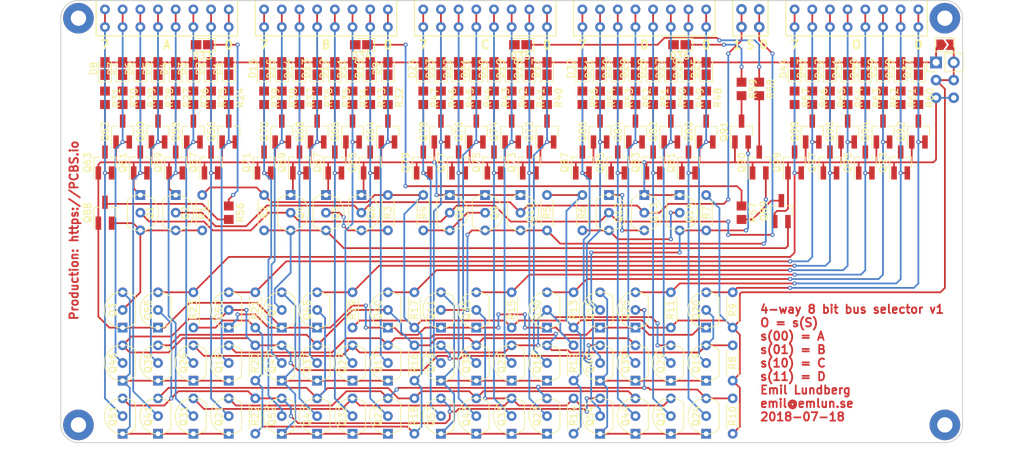
<source format=kicad_pcb>
(kicad_pcb (version 20171130) (host pcbnew "(5.0.0-rc2-200-g1f6f76beb)")
  (layers (0 F.Cu signal) (31 B.Cu signal) (34 B.Paste user) (35 F.Paste user) (36 B.SilkS user) (37 F.SilkS user) (38 B.Mask user) (39 F.Mask user) (44 Edge.Cuts user))
  (net 0 "")
  (net 1 VCC)
  (net 2 "Net-(D1-Pad1)")
  (net 3 "Net-(D2-Pad1)")
  (net 4 "Net-(D3-Pad1)")
  (net 5 "Net-(D4-Pad1)")
  (net 6 "Net-(D5-Pad1)")
  (net 7 "Net-(D6-Pad1)")
  (net 8 "Net-(D7-Pad1)")
  (net 9 "Net-(D8-Pad1)")
  (net 10 "Net-(D9-Pad1)")
  (net 11 "Net-(D10-Pad1)")
  (net 12 "Net-(D11-Pad1)")
  (net 13 "Net-(D12-Pad1)")
  (net 14 "Net-(D13-Pad1)")
  (net 15 "Net-(D14-Pad1)")
  (net 16 "Net-(D15-Pad1)")
  (net 17 "Net-(D16-Pad1)")
  (net 18 "Net-(D17-Pad1)")
  (net 19 "Net-(D18-Pad1)")
  (net 20 "Net-(D19-Pad1)")
  (net 21 "Net-(D20-Pad1)")
  (net 22 "Net-(D21-Pad1)")
  (net 23 "Net-(D22-Pad1)")
  (net 24 "Net-(D23-Pad1)")
  (net 25 "Net-(D24-Pad1)")
  (net 26 "Net-(D25-Pad1)")
  (net 27 "Net-(D26-Pad1)")
  (net 28 "Net-(D27-Pad1)")
  (net 29 "Net-(D28-Pad1)")
  (net 30 "Net-(D29-Pad1)")
  (net 31 "Net-(D30-Pad1)")
  (net 32 "Net-(D31-Pad1)")
  (net 33 "Net-(D32-Pad1)")
  (net 34 "Net-(D33-Pad1)")
  (net 35 "Net-(D34-Pad1)")
  (net 36 "Net-(D35-Pad1)")
  (net 37 "Net-(D36-Pad1)")
  (net 38 "Net-(D37-Pad1)")
  (net 39 "Net-(D38-Pad1)")
  (net 40 "Net-(D39-Pad1)")
  (net 41 "Net-(D40-Pad1)")
  (net 42 "Net-(D41-Pad1)")
  (net 43 "Net-(D42-Pad1)")
  (net 44 "Net-(D43-Pad1)")
  (net 45 "Net-(D44-Pad1)")
  (net 46 /a6)
  (net 47 /a5)
  (net 48 /a4)
  (net 49 /a3)
  (net 50 /a2)
  (net 51 /a1)
  (net 52 /a0)
  (net 53 /b6)
  (net 54 /b5)
  (net 55 /b4)
  (net 56 /b3)
  (net 57 /b2)
  (net 58 /b1)
  (net 59 /b0)
  (net 60 /c6)
  (net 61 /c5)
  (net 62 /c4)
  (net 63 /c3)
  (net 64 /c2)
  (net 65 /c1)
  (net 66 /c0)
  (net 67 /d6)
  (net 68 /d5)
  (net 69 /d4)
  (net 70 /d3)
  (net 71 /d2)
  (net 72 /d1)
  (net 73 /d0)
  (net 74 /s1)
  (net 75 /s0)
  (net 76 /o6)
  (net 77 /o5)
  (net 78 /o4)
  (net 79 /o3)
  (net 80 /o2)
  (net 81 /o1)
  (net 82 /o0)
  (net 83 GND)
  (net 84 /sa)
  (net 85 /sb)
  (net 86 /sc)
  (net 87 /sd)
  (net 88 "Net-(Q12-Pad3)")
  (net 89 "Net-(Q12-Pad1)")
  (net 90 "Net-(Q21-Pad3)")
  (net 91 /a7)
  (net 92 "Net-(Q51-Pad3)")
  (net 93 /b7)
  (net 94 "Net-(Q56-Pad3)")
  (net 95 "Net-(Q57-Pad3)")
  (net 96 "Net-(Q58-Pad3)")
  (net 97 "Net-(Q59-Pad3)")
  (net 98 "Net-(Q60-Pad3)")
  (net 99 "Net-(Q61-Pad3)")
  (net 100 "Net-(Q62-Pad3)")
  (net 101 "Net-(Q63-Pad3)")
  (net 102 /c7)
  (net 103 "Net-(Q64-Pad3)")
  (net 104 "Net-(Q65-Pad3)")
  (net 105 "Net-(Q66-Pad3)")
  (net 106 "Net-(Q67-Pad3)")
  (net 107 "Net-(Q68-Pad3)")
  (net 108 "Net-(Q69-Pad3)")
  (net 109 "Net-(Q70-Pad3)")
  (net 110 "Net-(Q71-Pad3)")
  (net 111 "Net-(Q72-Pad3)")
  (net 112 /d7)
  (net 113 "Net-(Q73-Pad3)")
  (net 114 "Net-(Q74-Pad3)")
  (net 115 "Net-(Q75-Pad3)")
  (net 116 "Net-(Q76-Pad3)")
  (net 117 "Net-(Q77-Pad3)")
  (net 118 "Net-(Q78-Pad3)")
  (net 119 "Net-(Q79-Pad3)")
  (net 120 "Net-(Q80-Pad3)")
  (net 121 "Net-(Q81-Pad3)")
  (net 122 "Net-(Q82-Pad3)")
  (net 123 "Net-(Q83-Pad3)")
  (net 124 /o7)
  (net 125 "Net-(Q84-Pad3)")
  (net 126 "Net-(Q85-Pad3)")
  (net 127 "Net-(Q86-Pad3)")
  (net 128 "Net-(Q87-Pad3)")
  (net 129 "Net-(Q88-Pad3)")
  (net 130 "Net-(Q89-Pad3)")
  (net 131 "Net-(Q90-Pad3)")
  (net 132 "Net-(Q91-Pad3)")
  (net 133 "Net-(Q92-Pad3)")
  (net 134 "Net-(Q93-Pad3)")
  (net 135 "Net-(Q94-Pad3)")
  (net 136 "Net-(Q95-Pad3)")
  (net 137 "Net-(Q96-Pad3)")
  (net 138 "Net-(Q97-Pad3)")
  (net 139 "Net-(Q98-Pad3)")
  (net 140 "Net-(Q99-Pad3)")
  (net 141 /sa_and)
  (net 142 /sb_and)
  (net 143 /sc_and)
  (net 144 /sd_and)
  (net 145 "Net-(Q16-Pad3)")
  (net 146 "Net-(Q26-Pad3)")
  (net 147 "Net-(Q31-Pad3)")
  (net 148 "Net-(Q36-Pad3)")
  (net 149 "Net-(Q41-Pad3)")
  (net 150 "Net-(Q46-Pad3)")
  (net 151 "Net-(Q5-Pad2)")
  (net 152 "Net-(Q8-Pad3)")
  (net 153 /LED_PWR)
  (module electrokit:TO-92_Molded_Wide_Inline (layer F.Cu) (at 33.02 68.58 90)
    (fp_text reference Q36 (at 0 -1.401 90) (layer F.SilkS))
    (fp_text value 2N7000 hide)
    (pad 2 thru_hole circle (at 0 0 180) (size 1.4 1.4) (drill 0.7) (layers *.Cu *.Mask) (net 48 /a4))
    (pad 3 thru_hole circle (at 2.54 0 180) (size 1.4 1.4) (drill 0.7) (layers *.Cu *.Mask) (net 148 "Net-(Q36-Pad3)"))
    (pad 1 thru_hole rect (at -2.54 0 180) (size 1.4 1.4) (drill 0.7) (layers *.Cu *.Mask) (net 141 /sa_and))
  )
  (module electrokit:TO-92_Molded_Wide_Inline (layer F.Cu) (at 73.66 76.2 90)
    (fp_text reference Q53 (at 0 -1.401 90) (layer F.SilkS))
    (fp_text value 2N7000 hide)
    (pad 1 thru_hole rect (at -2.54 0 180) (size 1.4 1.4) (drill 0.7) (layers *.Cu *.Mask) (net 143 /sc_and))
    (pad 3 thru_hole circle (at 2.54 0 180) (size 1.4 1.4) (drill 0.7) (layers *.Cu *.Mask) (net 92 "Net-(Q51-Pad3)"))
    (pad 2 thru_hole circle (at 0 0 180) (size 1.4 1.4) (drill 0.7) (layers *.Cu *.Mask) (net 102 /c7))
  )
  (module electrokit:TO-92_Molded_Wide_Inline (layer F.Cu) (at 57.15 46.99 270)
    (fp_text reference Q5 (at 0 -1.401 270) (layer F.SilkS))
    (fp_text value 2N7000 hide)
    (pad 1 thru_hole rect (at -2.54 0) (size 1.4 1.4) (drill 0.7) (layers *.Cu *.Mask) (net 83 GND))
    (pad 3 thru_hole circle (at 2.54 0) (size 1.4 1.4) (drill 0.7) (layers *.Cu *.Mask) (net 85 /sb))
    (pad 2 thru_hole circle (at 0 0) (size 1.4 1.4) (drill 0.7) (layers *.Cu *.Mask) (net 151 "Net-(Q5-Pad2)"))
  )
  (module electrokit:TO-92_Molded_Wide_Inline (layer F.Cu) (at 97.79 46.99 270)
    (fp_text reference Q12 (at 0 -1.401 270) (layer F.SilkS))
    (fp_text value 2N7000 hide)
    (pad 2 thru_hole circle (at 0 0) (size 1.4 1.4) (drill 0.7) (layers *.Cu *.Mask) (net 75 /s0))
    (pad 3 thru_hole circle (at 2.54 0) (size 1.4 1.4) (drill 0.7) (layers *.Cu *.Mask) (net 88 "Net-(Q12-Pad3)"))
    (pad 1 thru_hole rect (at -2.54 0) (size 1.4 1.4) (drill 0.7) (layers *.Cu *.Mask) (net 89 "Net-(Q12-Pad1)"))
  )
  (module Package_TO_SOT_SMD:SOT-23_Handsoldering (layer F.Cu) (at 134.62 39.775 90)
    (fp_text reference Q95 (at 0 -2.5 90) (layer F.SilkS))
    (fp_text value 2N7000)
    (pad 3 smd rect (at 1.5 0 90) (size 1.9 0.8) (layers F.Cu F.Paste F.Mask) (net 136 "Net-(Q95-Pad3)"))
    (pad 2 smd rect (at -1.5 0.95 90) (size 1.9 0.8) (layers F.Cu F.Paste F.Mask) (net 79 /o3))
    (pad 1 smd rect (at -1.5 -0.95 90) (size 1.9 0.8) (layers F.Cu F.Paste F.Mask) (net 83 GND))
  )
  (module Package_TO_SOT_SMD:SOT-23_Handsoldering (layer F.Cu) (at 142.24 35.33 90)
    (fp_text reference Q92 (at 0 -2.5 90) (layer F.SilkS))
    (fp_text value 2N7000)
    (pad 3 smd rect (at 1.5 0 90) (size 1.9 0.8) (layers F.Cu F.Paste F.Mask) (net 133 "Net-(Q92-Pad3)"))
    (pad 2 smd rect (at -1.5 0.95 90) (size 1.9 0.8) (layers F.Cu F.Paste F.Mask) (net 82 /o0))
    (pad 1 smd rect (at -1.5 -0.95 90) (size 1.9 0.8) (layers F.Cu F.Paste F.Mask) (net 83 GND))
  )
  (module Resistor_SMD:R_0805_2012Metric_Pad1.29x1.40mm_HandSolder (layer F.Cu) (at 116.84 46.99 270)
    (fp_text reference R57 (at 0 -1.65 270) (layer F.SilkS))
    (fp_text value R)
    (pad 2 smd rect (at 0.9675 0 270) (size 1.295 1.4) (layers F.Cu F.Paste F.Mask) (net 130 "Net-(Q89-Pad3)"))
    (pad 1 smd rect (at -0.9675 0 270) (size 1.295 1.4) (layers F.Cu F.Paste F.Mask) (net 35 "Net-(D34-Pad1)"))
  )
  (module Package_TO_SOT_SMD:SOT-23_Handsoldering (layer F.Cu) (at 122.555 46.76 90)
    (fp_text reference Q89 (at 0 -2.5 90) (layer F.SilkS))
    (fp_text value 2N7000)
    (pad 1 smd rect (at -1.5 -0.95 90) (size 1.9 0.8) (layers F.Cu F.Paste F.Mask) (net 83 GND))
    (pad 2 smd rect (at -1.5 0.95 90) (size 1.9 0.8) (layers F.Cu F.Paste F.Mask) (net 85 /sb))
    (pad 3 smd rect (at 1.5 0 90) (size 1.9 0.8) (layers F.Cu F.Paste F.Mask) (net 130 "Net-(Q89-Pad3)"))
  )
  (module emlun:J2x2-double_2_pole_connector (layer F.Cu) (at 144.78 27.94)
    (fp_text reference J7)
    (fp_text value PWR-2_pole_power_connector)
    (pad 2 thru_hole circle (at 2.54 0 90) (size 1.524 1.524) (drill 0.762) (layers *.Cu *.Mask) (net 1 VCC))
    (pad 1 thru_hole circle (at 2.54 2.54 90) (size 1.524 1.524) (drill 0.762) (layers *.Cu *.Mask) (net 83 GND))
    (pad 1 thru_hole circle (at 0 2.54 90) (size 1.524 1.524) (drill 0.762) (layers *.Cu *.Mask) (net 83 GND))
    (pad 2 thru_hole circle (at 0 0 90) (size 1.524 1.524) (drill 0.762) (layers *.Cu *.Mask) (net 1 VCC))
  )
  (module emlun:J8x2-double_8_bit_bus_connector_1_indexed (layer F.Cu) (at 43.18 20.32 180)
    (fp_text reference J1)
    (fp_text value Conn_01x08)
    (fp_text user 7 (at 17.78 -2.54 180) (layer F.SilkS) (effects (font (size 1.2 1.2) (thickness 0.25))))
    (fp_text user 0 (at 0 -2.54 180) (layer F.SilkS) (effects (font (size 1.2 1.2) (thickness 0.25))))
    (pad 8 thru_hole circle (at 17.78 0 180) (size 1.4 1.4) (drill 0.7) (layers *.Cu *.Mask) (net 91 /a7))
    (pad 7 thru_hole circle (at 15.24 0 180) (size 1.4 1.4) (drill 0.7) (layers *.Cu *.Mask) (net 46 /a6))
    (pad 6 thru_hole circle (at 12.7 0 180) (size 1.4 1.4) (drill 0.7) (layers *.Cu *.Mask) (net 47 /a5))
    (pad 5 thru_hole circle (at 10.16 0 180) (size 1.4 1.4) (drill 0.7) (layers *.Cu *.Mask) (net 48 /a4))
    (pad 4 thru_hole circle (at 7.62 0 180) (size 1.4 1.4) (drill 0.7) (layers *.Cu *.Mask) (net 49 /a3))
    (pad 3 thru_hole circle (at 5.08 0 180) (size 1.4 1.4) (drill 0.7) (layers *.Cu *.Mask) (net 50 /a2))
    (pad 2 thru_hole circle (at 2.54 0 180) (size 1.4 1.4) (drill 0.7) (layers *.Cu *.Mask) (net 51 /a1))
    (pad 1 thru_hole circle (at 0 0 180) (size 1.4 1.4) (drill 0.7) (layers *.Cu *.Mask) (net 52 /a0))
    (pad 1 thru_hole circle (at 0 2.54 180) (size 1.4 1.4) (drill 0.7) (layers *.Cu *.Mask) (net 52 /a0))
    (pad 2 thru_hole circle (at 2.54 2.54 180) (size 1.4 1.4) (drill 0.7) (layers *.Cu *.Mask) (net 51 /a1))
    (pad 3 thru_hole circle (at 5.08 2.54 180) (size 1.4 1.4) (drill 0.7) (layers *.Cu *.Mask) (net 50 /a2))
    (pad 4 thru_hole circle (at 7.62 2.54 180) (size 1.4 1.4) (drill 0.7) (layers *.Cu *.Mask) (net 49 /a3))
    (pad 5 thru_hole circle (at 10.16 2.54 180) (size 1.4 1.4) (drill 0.7) (layers *.Cu *.Mask) (net 48 /a4))
    (pad 6 thru_hole circle (at 12.7 2.54 180) (size 1.4 1.4) (drill 0.7) (layers *.Cu *.Mask) (net 47 /a5))
    (pad 7 thru_hole circle (at 15.24 2.54 180) (size 1.4 1.4) (drill 0.7) (layers *.Cu *.Mask) (net 46 /a6))
    (pad 8 thru_hole circle (at 17.78 2.54 180) (size 1.4 1.4) (drill 0.7) (layers *.Cu *.Mask) (net 91 /a7))
  )
  (module emlun:J8x2-double_8_bit_bus_connector_1_indexed (layer F.Cu) (at 66.04 20.32 180)
    (fp_text reference J2)
    (fp_text value Conn_01x08)
    (fp_text user 7 (at 17.78 -2.54 180) (layer F.SilkS) (effects (font (size 1.2 1.2) (thickness 0.25))))
    (fp_text user 0 (at 0 -2.54 180) (layer F.SilkS) (effects (font (size 1.2 1.2) (thickness 0.25))))
    (pad 8 thru_hole circle (at 17.78 0 180) (size 1.4 1.4) (drill 0.7) (layers *.Cu *.Mask) (net 93 /b7))
    (pad 7 thru_hole circle (at 15.24 0 180) (size 1.4 1.4) (drill 0.7) (layers *.Cu *.Mask) (net 53 /b6))
    (pad 6 thru_hole circle (at 12.7 0 180) (size 1.4 1.4) (drill 0.7) (layers *.Cu *.Mask) (net 54 /b5))
    (pad 5 thru_hole circle (at 10.16 0 180) (size 1.4 1.4) (drill 0.7) (layers *.Cu *.Mask) (net 55 /b4))
    (pad 4 thru_hole circle (at 7.62 0 180) (size 1.4 1.4) (drill 0.7) (layers *.Cu *.Mask) (net 56 /b3))
    (pad 3 thru_hole circle (at 5.08 0 180) (size 1.4 1.4) (drill 0.7) (layers *.Cu *.Mask) (net 57 /b2))
    (pad 2 thru_hole circle (at 2.54 0 180) (size 1.4 1.4) (drill 0.7) (layers *.Cu *.Mask) (net 58 /b1))
    (pad 1 thru_hole circle (at 0 0 180) (size 1.4 1.4) (drill 0.7) (layers *.Cu *.Mask) (net 59 /b0))
    (pad 1 thru_hole circle (at 0 2.54 180) (size 1.4 1.4) (drill 0.7) (layers *.Cu *.Mask) (net 59 /b0))
    (pad 2 thru_hole circle (at 2.54 2.54 180) (size 1.4 1.4) (drill 0.7) (layers *.Cu *.Mask) (net 58 /b1))
    (pad 3 thru_hole circle (at 5.08 2.54 180) (size 1.4 1.4) (drill 0.7) (layers *.Cu *.Mask) (net 57 /b2))
    (pad 4 thru_hole circle (at 7.62 2.54 180) (size 1.4 1.4) (drill 0.7) (layers *.Cu *.Mask) (net 56 /b3))
    (pad 5 thru_hole circle (at 10.16 2.54 180) (size 1.4 1.4) (drill 0.7) (layers *.Cu *.Mask) (net 55 /b4))
    (pad 6 thru_hole circle (at 12.7 2.54 180) (size 1.4 1.4) (drill 0.7) (layers *.Cu *.Mask) (net 54 /b5))
    (pad 7 thru_hole circle (at 15.24 2.54 180) (size 1.4 1.4) (drill 0.7) (layers *.Cu *.Mask) (net 53 /b6))
    (pad 8 thru_hole circle (at 17.78 2.54 180) (size 1.4 1.4) (drill 0.7) (layers *.Cu *.Mask) (net 93 /b7))
  )
  (module emlun:J8x2-double_8_bit_bus_connector_1_indexed (layer F.Cu) (at 88.9 20.32 180)
    (fp_text reference J3)
    (fp_text value Conn_01x08)
    (fp_text user 7 (at 17.78 -2.54 180) (layer F.SilkS) (effects (font (size 1.2 1.2) (thickness 0.25))))
    (fp_text user 0 (at 0 -2.54 180) (layer F.SilkS) (effects (font (size 1.2 1.2) (thickness 0.25))))
    (pad 8 thru_hole circle (at 17.78 0 180) (size 1.4 1.4) (drill 0.7) (layers *.Cu *.Mask) (net 102 /c7))
    (pad 7 thru_hole circle (at 15.24 0 180) (size 1.4 1.4) (drill 0.7) (layers *.Cu *.Mask) (net 60 /c6))
    (pad 6 thru_hole circle (at 12.7 0 180) (size 1.4 1.4) (drill 0.7) (layers *.Cu *.Mask) (net 61 /c5))
    (pad 5 thru_hole circle (at 10.16 0 180) (size 1.4 1.4) (drill 0.7) (layers *.Cu *.Mask) (net 62 /c4))
    (pad 4 thru_hole circle (at 7.62 0 180) (size 1.4 1.4) (drill 0.7) (layers *.Cu *.Mask) (net 63 /c3))
    (pad 3 thru_hole circle (at 5.08 0 180) (size 1.4 1.4) (drill 0.7) (layers *.Cu *.Mask) (net 64 /c2))
    (pad 2 thru_hole circle (at 2.54 0 180) (size 1.4 1.4) (drill 0.7) (layers *.Cu *.Mask) (net 65 /c1))
    (pad 1 thru_hole circle (at 0 0 180) (size 1.4 1.4) (drill 0.7) (layers *.Cu *.Mask) (net 66 /c0))
    (pad 1 thru_hole circle (at 0 2.54 180) (size 1.4 1.4) (drill 0.7) (layers *.Cu *.Mask) (net 66 /c0))
    (pad 2 thru_hole circle (at 2.54 2.54 180) (size 1.4 1.4) (drill 0.7) (layers *.Cu *.Mask) (net 65 /c1))
    (pad 3 thru_hole circle (at 5.08 2.54 180) (size 1.4 1.4) (drill 0.7) (layers *.Cu *.Mask) (net 64 /c2))
    (pad 4 thru_hole circle (at 7.62 2.54 180) (size 1.4 1.4) (drill 0.7) (layers *.Cu *.Mask) (net 63 /c3))
    (pad 5 thru_hole circle (at 10.16 2.54 180) (size 1.4 1.4) (drill 0.7) (layers *.Cu *.Mask) (net 62 /c4))
    (pad 6 thru_hole circle (at 12.7 2.54 180) (size 1.4 1.4) (drill 0.7) (layers *.Cu *.Mask) (net 61 /c5))
    (pad 7 thru_hole circle (at 15.24 2.54 180) (size 1.4 1.4) (drill 0.7) (layers *.Cu *.Mask) (net 60 /c6))
    (pad 8 thru_hole circle (at 17.78 2.54 180) (size 1.4 1.4) (drill 0.7) (layers *.Cu *.Mask) (net 102 /c7))
  )
  (module emlun:J8x2-double_8_bit_bus_connector_1_indexed (layer F.Cu) (at 111.76 20.32 180)
    (fp_text reference J4)
    (fp_text value Conn_01x08)
    (fp_text user 7 (at 17.78 -2.54 180) (layer F.SilkS) (effects (font (size 1.2 1.2) (thickness 0.25))))
    (fp_text user 0 (at 0 -2.54 180) (layer F.SilkS) (effects (font (size 1.2 1.2) (thickness 0.25))))
    (pad 8 thru_hole circle (at 17.78 0 180) (size 1.4 1.4) (drill 0.7) (layers *.Cu *.Mask) (net 112 /d7))
    (pad 7 thru_hole circle (at 15.24 0 180) (size 1.4 1.4) (drill 0.7) (layers *.Cu *.Mask) (net 67 /d6))
    (pad 6 thru_hole circle (at 12.7 0 180) (size 1.4 1.4) (drill 0.7) (layers *.Cu *.Mask) (net 68 /d5))
    (pad 5 thru_hole circle (at 10.16 0 180) (size 1.4 1.4) (drill 0.7) (layers *.Cu *.Mask) (net 69 /d4))
    (pad 4 thru_hole circle (at 7.62 0 180) (size 1.4 1.4) (drill 0.7) (layers *.Cu *.Mask) (net 70 /d3))
    (pad 3 thru_hole circle (at 5.08 0 180) (size 1.4 1.4) (drill 0.7) (layers *.Cu *.Mask) (net 71 /d2))
    (pad 2 thru_hole circle (at 2.54 0 180) (size 1.4 1.4) (drill 0.7) (layers *.Cu *.Mask) (net 72 /d1))
    (pad 1 thru_hole circle (at 0 0 180) (size 1.4 1.4) (drill 0.7) (layers *.Cu *.Mask) (net 73 /d0))
    (pad 1 thru_hole circle (at 0 2.54 180) (size 1.4 1.4) (drill 0.7) (layers *.Cu *.Mask) (net 73 /d0))
    (pad 2 thru_hole circle (at 2.54 2.54 180) (size 1.4 1.4) (drill 0.7) (layers *.Cu *.Mask) (net 72 /d1))
    (pad 3 thru_hole circle (at 5.08 2.54 180) (size 1.4 1.4) (drill 0.7) (layers *.Cu *.Mask) (net 71 /d2))
    (pad 4 thru_hole circle (at 7.62 2.54 180) (size 1.4 1.4) (drill 0.7) (layers *.Cu *.Mask) (net 70 /d3))
    (pad 5 thru_hole circle (at 10.16 2.54 180) (size 1.4 1.4) (drill 0.7) (layers *.Cu *.Mask) (net 69 /d4))
    (pad 6 thru_hole circle (at 12.7 2.54 180) (size 1.4 1.4) (drill 0.7) (layers *.Cu *.Mask) (net 68 /d5))
    (pad 7 thru_hole circle (at 15.24 2.54 180) (size 1.4 1.4) (drill 0.7) (layers *.Cu *.Mask) (net 67 /d6))
    (pad 8 thru_hole circle (at 17.78 2.54 180) (size 1.4 1.4) (drill 0.7) (layers *.Cu *.Mask) (net 112 /d7))
  )
  (module emlun:J8x2-double_8_bit_bus_connector_1_indexed (layer F.Cu) (at 142.24 20.32 180)
    (fp_text reference J6)
    (fp_text value Conn_01x08)
    (fp_text user 7 (at 17.78 -2.54 180) (layer F.SilkS) (effects (font (size 1.2 1.2) (thickness 0.25))))
    (fp_text user 0 (at 0 -2.54 180) (layer F.SilkS) (effects (font (size 1.2 1.2) (thickness 0.25))))
    (pad 8 thru_hole circle (at 17.78 0 180) (size 1.4 1.4) (drill 0.7) (layers *.Cu *.Mask) (net 124 /o7))
    (pad 7 thru_hole circle (at 15.24 0 180) (size 1.4 1.4) (drill 0.7) (layers *.Cu *.Mask) (net 76 /o6))
    (pad 6 thru_hole circle (at 12.7 0 180) (size 1.4 1.4) (drill 0.7) (layers *.Cu *.Mask) (net 77 /o5))
    (pad 5 thru_hole circle (at 10.16 0 180) (size 1.4 1.4) (drill 0.7) (layers *.Cu *.Mask) (net 78 /o4))
    (pad 4 thru_hole circle (at 7.62 0 180) (size 1.4 1.4) (drill 0.7) (layers *.Cu *.Mask) (net 79 /o3))
    (pad 3 thru_hole circle (at 5.08 0 180) (size 1.4 1.4) (drill 0.7) (layers *.Cu *.Mask) (net 80 /o2))
    (pad 2 thru_hole circle (at 2.54 0 180) (size 1.4 1.4) (drill 0.7) (layers *.Cu *.Mask) (net 81 /o1))
    (pad 1 thru_hole circle (at 0 0 180) (size 1.4 1.4) (drill 0.7) (layers *.Cu *.Mask) (net 82 /o0))
    (pad 1 thru_hole circle (at 0 2.54 180) (size 1.4 1.4) (drill 0.7) (layers *.Cu *.Mask) (net 82 /o0))
    (pad 2 thru_hole circle (at 2.54 2.54 180) (size 1.4 1.4) (drill 0.7) (layers *.Cu *.Mask) (net 81 /o1))
    (pad 3 thru_hole circle (at 5.08 2.54 180) (size 1.4 1.4) (drill 0.7) (layers *.Cu *.Mask) (net 80 /o2))
    (pad 4 thru_hole circle (at 7.62 2.54 180) (size 1.4 1.4) (drill 0.7) (layers *.Cu *.Mask) (net 79 /o3))
    (pad 5 thru_hole circle (at 10.16 2.54 180) (size 1.4 1.4) (drill 0.7) (layers *.Cu *.Mask) (net 78 /o4))
    (pad 6 thru_hole circle (at 12.7 2.54 180) (size 1.4 1.4) (drill 0.7) (layers *.Cu *.Mask) (net 77 /o5))
    (pad 7 thru_hole circle (at 15.24 2.54 180) (size 1.4 1.4) (drill 0.7) (layers *.Cu *.Mask) (net 76 /o6))
    (pad 8 thru_hole circle (at 17.78 2.54 180) (size 1.4 1.4) (drill 0.7) (layers *.Cu *.Mask) (net 124 /o7))
  )
  (module emlun:J2x2-double_2_bit_bus (layer F.Cu) (at 119.38 20.32 180)
    (fp_text reference J5)
    (fp_text value Conn_01x02)
    (pad 2 thru_hole circle (at 2.54 0 180) (size 1.524 1.524) (drill 0.762) (layers *.Cu *.Mask) (net 74 /s1))
    (pad 1 thru_hole circle (at 0 0 180) (size 1.524 1.524) (drill 0.762) (layers *.Cu *.Mask) (net 75 /s0))
    (pad 1 thru_hole circle (at 0 2.54 180) (size 1.524 1.524) (drill 0.762) (layers *.Cu *.Mask) (net 75 /s0))
    (pad 2 thru_hole circle (at 2.54 2.54 180) (size 1.524 1.524) (drill 0.762) (layers *.Cu *.Mask) (net 74 /s1))
  )
  (module emlun:R_Axial_DIN0204_L3.6mm_D1.6mm_P5.08mm_Horizontal (layer F.Cu) (at 39.37 44.45 270)
    (fp_text reference R1 (at 2.54 0 270) (layer F.SilkS))
    (fp_text value R hide)
    (pad 2 thru_hole oval (at 5.08 0 270) (size 1.4 1.4) (drill 0.7) (layers *.Cu *.Mask) (net 84 /sa))
    (pad 1 thru_hole circle (at 0 0 270) (size 1.4 1.4) (drill 0.7) (layers *.Cu *.Mask) (net 1 VCC))
  )
  (module emlun:R_Axial_DIN0204_L3.6mm_D1.6mm_P5.08mm_Horizontal (layer F.Cu) (at 48.26 44.45 270)
    (fp_text reference R2 (at 2.54 0 270) (layer F.SilkS))
    (fp_text value R hide)
    (pad 2 thru_hole oval (at 5.08 0 270) (size 1.4 1.4) (drill 0.7) (layers *.Cu *.Mask) (net 85 /sb))
    (pad 1 thru_hole circle (at 0 0 270) (size 1.4 1.4) (drill 0.7) (layers *.Cu *.Mask) (net 1 VCC))
  )
  (module emlun:R_Axial_DIN0204_L3.6mm_D1.6mm_P5.08mm_Horizontal (layer F.Cu) (at 66.04 44.45 270)
    (fp_text reference R3 (at 2.54 0 270) (layer F.SilkS))
    (fp_text value R hide)
    (pad 2 thru_hole oval (at 5.08 0 270) (size 1.4 1.4) (drill 0.7) (layers *.Cu *.Mask) (net 151 "Net-(Q5-Pad2)"))
    (pad 1 thru_hole circle (at 0 0 270) (size 1.4 1.4) (drill 0.7) (layers *.Cu *.Mask) (net 1 VCC))
  )
  (module emlun:R_Axial_DIN0204_L3.6mm_D1.6mm_P5.08mm_Horizontal (layer F.Cu) (at 71.12 44.45 270)
    (fp_text reference R4 (at 2.54 0 270) (layer F.SilkS))
    (fp_text value R hide)
    (pad 2 thru_hole oval (at 5.08 0 270) (size 1.4 1.4) (drill 0.7) (layers *.Cu *.Mask) (net 152 "Net-(Q8-Pad3)"))
    (pad 1 thru_hole circle (at 0 0 270) (size 1.4 1.4) (drill 0.7) (layers *.Cu *.Mask) (net 1 VCC))
  )
  (module emlun:R_Axial_DIN0204_L3.6mm_D1.6mm_P5.08mm_Horizontal (layer F.Cu) (at 88.9 44.45 270)
    (fp_text reference R5 (at 2.54 0 270) (layer F.SilkS))
    (fp_text value R hide)
    (pad 2 thru_hole oval (at 5.08 0 270) (size 1.4 1.4) (drill 0.7) (layers *.Cu *.Mask) (net 86 /sc))
    (pad 1 thru_hole circle (at 0 0 270) (size 1.4 1.4) (drill 0.7) (layers *.Cu *.Mask) (net 1 VCC))
  )
  (module emlun:R_Axial_DIN0204_L3.6mm_D1.6mm_P5.08mm_Horizontal (layer F.Cu) (at 93.98 44.45 270)
    (fp_text reference R6 (at 2.54 0 270) (layer F.SilkS))
    (fp_text value R hide)
    (pad 2 thru_hole oval (at 5.08 0 270) (size 1.4 1.4) (drill 0.7) (layers *.Cu *.Mask) (net 88 "Net-(Q12-Pad3)"))
    (pad 1 thru_hole circle (at 0 0 270) (size 1.4 1.4) (drill 0.7) (layers *.Cu *.Mask) (net 1 VCC))
  )
  (module emlun:R_Axial_DIN0204_L3.6mm_D1.6mm_P5.08mm_Horizontal (layer F.Cu) (at 111.76 44.45 270)
    (fp_text reference R7 (at 2.54 0 270) (layer F.SilkS))
    (fp_text value R hide)
    (pad 2 thru_hole oval (at 5.08 0 270) (size 1.4 1.4) (drill 0.7) (layers *.Cu *.Mask) (net 87 /sd))
    (pad 1 thru_hole circle (at 0 0 270) (size 1.4 1.4) (drill 0.7) (layers *.Cu *.Mask) (net 1 VCC))
  )
  (module emlun:R_Axial_DIN0204_L3.6mm_D1.6mm_P5.08mm_Horizontal (layer F.Cu) (at 115.57 71.12 90)
    (fp_text reference R8 (at 2.54 0 90) (layer F.SilkS))
    (fp_text value R hide)
    (pad 2 thru_hole oval (at 5.08 0 90) (size 1.4 1.4) (drill 0.7) (layers *.Cu *.Mask) (net 145 "Net-(Q16-Pad3)"))
    (pad 1 thru_hole circle (at 0 0 90) (size 1.4 1.4) (drill 0.7) (layers *.Cu *.Mask) (net 1 VCC))
  )
  (module emlun:R_Axial_DIN0204_L3.6mm_D1.6mm_P5.08mm_Horizontal (layer F.Cu) (at 115.57 63.5 90)
    (fp_text reference R9 (at 2.54 0 90) (layer F.SilkS))
    (fp_text value R hide)
    (pad 2 thru_hole oval (at 5.08 0 90) (size 1.4 1.4) (drill 0.7) (layers *.Cu *.Mask) (net 82 /o0))
    (pad 1 thru_hole circle (at 0 0 90) (size 1.4 1.4) (drill 0.7) (layers *.Cu *.Mask) (net 1 VCC))
  )
  (module emlun:R_Axial_DIN0204_L3.6mm_D1.6mm_P5.08mm_Horizontal (layer F.Cu) (at 115.57 78.74 90)
    (fp_text reference R10 (at 2.54 0 90) (layer F.SilkS))
    (fp_text value R hide)
    (pad 2 thru_hole oval (at 5.08 0 90) (size 1.4 1.4) (drill 0.7) (layers *.Cu *.Mask) (net 90 "Net-(Q21-Pad3)"))
    (pad 1 thru_hole circle (at 0 0 90) (size 1.4 1.4) (drill 0.7) (layers *.Cu *.Mask) (net 1 VCC))
  )
  (module emlun:R_Axial_DIN0204_L3.6mm_D1.6mm_P5.08mm_Horizontal (layer F.Cu) (at 106.68 63.5 90)
    (fp_text reference R11 (at 2.54 0 90) (layer F.SilkS))
    (fp_text value R hide)
    (pad 2 thru_hole oval (at 5.08 0 90) (size 1.4 1.4) (drill 0.7) (layers *.Cu *.Mask) (net 81 /o1))
    (pad 1 thru_hole circle (at 0 0 90) (size 1.4 1.4) (drill 0.7) (layers *.Cu *.Mask) (net 1 VCC))
  )
  (module emlun:R_Axial_DIN0204_L3.6mm_D1.6mm_P5.08mm_Horizontal (layer F.Cu) (at 92.71 71.12 90)
    (fp_text reference R12 (at 2.54 0 90) (layer F.SilkS))
    (fp_text value R hide)
    (pad 2 thru_hole oval (at 5.08 0 90) (size 1.4 1.4) (drill 0.7) (layers *.Cu *.Mask) (net 146 "Net-(Q26-Pad3)"))
    (pad 1 thru_hole circle (at 0 0 90) (size 1.4 1.4) (drill 0.7) (layers *.Cu *.Mask) (net 1 VCC))
  )
  (module emlun:R_Axial_DIN0204_L3.6mm_D1.6mm_P5.08mm_Horizontal (layer F.Cu) (at 92.71 63.5 90)
    (fp_text reference R13 (at 2.54 0 90) (layer F.SilkS))
    (fp_text value R hide)
    (pad 2 thru_hole oval (at 5.08 0 90) (size 1.4 1.4) (drill 0.7) (layers *.Cu *.Mask) (net 80 /o2))
    (pad 1 thru_hole circle (at 0 0 90) (size 1.4 1.4) (drill 0.7) (layers *.Cu *.Mask) (net 1 VCC))
  )
  (module emlun:R_Axial_DIN0204_L3.6mm_D1.6mm_P5.08mm_Horizontal (layer F.Cu) (at 92.71 78.74 90)
    (fp_text reference R14 (at 2.54 0 90) (layer F.SilkS))
    (fp_text value R hide)
    (pad 2 thru_hole oval (at 5.08 0 90) (size 1.4 1.4) (drill 0.7) (layers *.Cu *.Mask) (net 147 "Net-(Q31-Pad3)"))
    (pad 1 thru_hole circle (at 0 0 90) (size 1.4 1.4) (drill 0.7) (layers *.Cu *.Mask) (net 1 VCC))
  )
  (module emlun:R_Axial_DIN0204_L3.6mm_D1.6mm_P5.08mm_Horizontal (layer F.Cu) (at 69.85 71.12 90)
    (fp_text reference R16 (at 2.54 0 90) (layer F.SilkS))
    (fp_text value R hide)
    (pad 2 thru_hole oval (at 5.08 0 90) (size 1.4 1.4) (drill 0.7) (layers *.Cu *.Mask) (net 148 "Net-(Q36-Pad3)"))
    (pad 1 thru_hole circle (at 0 0 90) (size 1.4 1.4) (drill 0.7) (layers *.Cu *.Mask) (net 1 VCC))
  )
  (module emlun:R_Axial_DIN0204_L3.6mm_D1.6mm_P5.08mm_Horizontal (layer F.Cu) (at 69.85 63.5 90)
    (fp_text reference R17 (at 2.54 0 90) (layer F.SilkS))
    (fp_text value R hide)
    (pad 2 thru_hole oval (at 5.08 0 90) (size 1.4 1.4) (drill 0.7) (layers *.Cu *.Mask) (net 78 /o4))
    (pad 1 thru_hole circle (at 0 0 90) (size 1.4 1.4) (drill 0.7) (layers *.Cu *.Mask) (net 1 VCC))
  )
  (module emlun:R_Axial_DIN0204_L3.6mm_D1.6mm_P5.08mm_Horizontal (layer F.Cu) (at 69.85 78.74 90)
    (fp_text reference R18 (at 2.54 0 90) (layer F.SilkS))
    (fp_text value R hide)
    (pad 2 thru_hole oval (at 5.08 0 90) (size 1.4 1.4) (drill 0.7) (layers *.Cu *.Mask) (net 149 "Net-(Q41-Pad3)"))
    (pad 1 thru_hole circle (at 0 0 90) (size 1.4 1.4) (drill 0.7) (layers *.Cu *.Mask) (net 1 VCC))
  )
  (module emlun:R_Axial_DIN0204_L3.6mm_D1.6mm_P5.08mm_Horizontal (layer F.Cu) (at 60.96 63.5 90)
    (fp_text reference R19 (at 2.54 0 90) (layer F.SilkS))
    (fp_text value R hide)
    (pad 2 thru_hole oval (at 5.08 0 90) (size 1.4 1.4) (drill 0.7) (layers *.Cu *.Mask) (net 77 /o5))
    (pad 1 thru_hole circle (at 0 0 90) (size 1.4 1.4) (drill 0.7) (layers *.Cu *.Mask) (net 1 VCC))
  )
  (module emlun:R_Axial_DIN0204_L3.6mm_D1.6mm_P5.08mm_Horizontal (layer F.Cu) (at 46.99 71.12 90)
    (fp_text reference R20 (at 2.54 0 90) (layer F.SilkS))
    (fp_text value R hide)
    (pad 2 thru_hole oval (at 5.08 0 90) (size 1.4 1.4) (drill 0.7) (layers *.Cu *.Mask) (net 150 "Net-(Q46-Pad3)"))
    (pad 1 thru_hole circle (at 0 0 90) (size 1.4 1.4) (drill 0.7) (layers *.Cu *.Mask) (net 1 VCC))
  )
  (module emlun:R_Axial_DIN0204_L3.6mm_D1.6mm_P5.08mm_Horizontal (layer F.Cu) (at 46.99 63.5 90)
    (fp_text reference R21 (at 2.54 0 90) (layer F.SilkS))
    (fp_text value R hide)
    (pad 2 thru_hole oval (at 5.08 0 90) (size 1.4 1.4) (drill 0.7) (layers *.Cu *.Mask) (net 76 /o6))
    (pad 1 thru_hole circle (at 0 0 90) (size 1.4 1.4) (drill 0.7) (layers *.Cu *.Mask) (net 1 VCC))
  )
  (module emlun:R_Axial_DIN0204_L3.6mm_D1.6mm_P5.08mm_Horizontal (layer F.Cu) (at 46.99 78.74 90)
    (fp_text reference R22 (at 2.54 0 90) (layer F.SilkS))
    (fp_text value R hide)
    (pad 2 thru_hole oval (at 5.08 0 90) (size 1.4 1.4) (drill 0.7) (layers *.Cu *.Mask) (net 92 "Net-(Q51-Pad3)"))
    (pad 1 thru_hole circle (at 0 0 90) (size 1.4 1.4) (drill 0.7) (layers *.Cu *.Mask) (net 1 VCC))
  )
  (module emlun:R_Axial_DIN0204_L3.6mm_D1.6mm_P5.08mm_Horizontal (layer F.Cu) (at 83.82 63.5 90)
    (fp_text reference R15 (at 2.54 0 90) (layer F.SilkS))
    (fp_text value R hide)
    (pad 2 thru_hole oval (at 5.08 0 90) (size 1.4 1.4) (drill 0.7) (layers *.Cu *.Mask) (net 79 /o3))
    (pad 1 thru_hole circle (at 0 0 90) (size 1.4 1.4) (drill 0.7) (layers *.Cu *.Mask) (net 1 VCC))
  )
  (module emlun:R_Axial_DIN0204_L3.6mm_D1.6mm_P5.08mm_Horizontal (layer F.Cu) (at 38.1 63.5 90)
    (fp_text reference R23 (at 2.54 0 90) (layer F.SilkS))
    (fp_text value R hide)
    (pad 2 thru_hole oval (at 5.08 0 90) (size 1.4 1.4) (drill 0.7) (layers *.Cu *.Mask) (net 124 /o7))
    (pad 1 thru_hole circle (at 0 0 90) (size 1.4 1.4) (drill 0.7) (layers *.Cu *.Mask) (net 1 VCC))
  )
  (module LED_SMD:LED_0805_2012Metric_Castellated (layer F.Cu) (at 43.18 26.28 90)
    (fp_text reference D1 (at 0 -1.61 90) (layer F.SilkS))
    (fp_text value LED)
    (pad 2 smd rect (at 0.88 0 90) (size 1.52 1.32) (layers F.Cu F.Paste F.Mask) (net 153 /LED_PWR))
    (pad 1 smd rect (at -0.88 0 90) (size 1.52 1.32) (layers F.Cu F.Paste F.Mask) (net 2 "Net-(D1-Pad1)"))
  )
  (module LED_SMD:LED_0805_2012Metric_Castellated (layer F.Cu) (at 40.64 26.28 90)
    (fp_text reference D2 (at 0 -1.61 90) (layer F.SilkS))
    (fp_text value LED)
    (pad 1 smd rect (at -0.88 0 90) (size 1.52 1.32) (layers F.Cu F.Paste F.Mask) (net 3 "Net-(D2-Pad1)"))
    (pad 2 smd rect (at 0.88 0 90) (size 1.52 1.32) (layers F.Cu F.Paste F.Mask) (net 153 /LED_PWR))
  )
  (module LED_SMD:LED_0805_2012Metric_Castellated (layer F.Cu) (at 38.1 26.28 90)
    (fp_text reference D3 (at 0 -1.61 90) (layer F.SilkS))
    (fp_text value LED)
    (pad 1 smd rect (at -0.88 0 90) (size 1.52 1.32) (layers F.Cu F.Paste F.Mask) (net 4 "Net-(D3-Pad1)"))
    (pad 2 smd rect (at 0.88 0 90) (size 1.52 1.32) (layers F.Cu F.Paste F.Mask) (net 153 /LED_PWR))
  )
  (module LED_SMD:LED_0805_2012Metric_Castellated (layer F.Cu) (at 35.56 26.28 90)
    (fp_text reference D4 (at 0 -1.61 90) (layer F.SilkS))
    (fp_text value LED)
    (pad 2 smd rect (at 0.88 0 90) (size 1.52 1.32) (layers F.Cu F.Paste F.Mask) (net 153 /LED_PWR))
    (pad 1 smd rect (at -0.88 0 90) (size 1.52 1.32) (layers F.Cu F.Paste F.Mask) (net 5 "Net-(D4-Pad1)"))
  )
  (module LED_SMD:LED_0805_2012Metric_Castellated (layer F.Cu) (at 33.02 26.28 90)
    (fp_text reference D5 (at 0 -1.61 90) (layer F.SilkS))
    (fp_text value LED)
    (pad 2 smd rect (at 0.88 0 90) (size 1.52 1.32) (layers F.Cu F.Paste F.Mask) (net 153 /LED_PWR))
    (pad 1 smd rect (at -0.88 0 90) (size 1.52 1.32) (layers F.Cu F.Paste F.Mask) (net 6 "Net-(D5-Pad1)"))
  )
  (module LED_SMD:LED_0805_2012Metric_Castellated (layer F.Cu) (at 30.48 26.28 90)
    (fp_text reference D6 (at 0 -1.61 90) (layer F.SilkS))
    (fp_text value LED)
    (pad 2 smd rect (at 0.88 0 90) (size 1.52 1.32) (layers F.Cu F.Paste F.Mask) (net 153 /LED_PWR))
    (pad 1 smd rect (at -0.88 0 90) (size 1.52 1.32) (layers F.Cu F.Paste F.Mask) (net 7 "Net-(D6-Pad1)"))
  )
  (module LED_SMD:LED_0805_2012Metric_Castellated (layer F.Cu) (at 27.94 26.28 90)
    (fp_text reference D7 (at 0 -1.61 90) (layer F.SilkS))
    (fp_text value LED)
    (pad 1 smd rect (at -0.88 0 90) (size 1.52 1.32) (layers F.Cu F.Paste F.Mask) (net 8 "Net-(D7-Pad1)"))
    (pad 2 smd rect (at 0.88 0 90) (size 1.52 1.32) (layers F.Cu F.Paste F.Mask) (net 153 /LED_PWR))
  )
  (module LED_SMD:LED_0805_2012Metric_Castellated (layer F.Cu) (at 25.4 26.28 90)
    (fp_text reference D8 (at 0 -1.61 90) (layer F.SilkS))
    (fp_text value LED)
    (pad 2 smd rect (at 0.88 0 90) (size 1.52 1.32) (layers F.Cu F.Paste F.Mask) (net 153 /LED_PWR))
    (pad 1 smd rect (at -0.88 0 90) (size 1.52 1.32) (layers F.Cu F.Paste F.Mask) (net 9 "Net-(D8-Pad1)"))
  )
  (module LED_SMD:LED_0805_2012Metric_Castellated (layer F.Cu) (at 66.04 26.28 90)
    (fp_text reference D9 (at 0 -1.61 90) (layer F.SilkS))
    (fp_text value LED)
    (pad 1 smd rect (at -0.88 0 90) (size 1.52 1.32) (layers F.Cu F.Paste F.Mask) (net 10 "Net-(D9-Pad1)"))
    (pad 2 smd rect (at 0.88 0 90) (size 1.52 1.32) (layers F.Cu F.Paste F.Mask) (net 153 /LED_PWR))
  )
  (module LED_SMD:LED_0805_2012Metric_Castellated (layer F.Cu) (at 63.5 26.28 90)
    (fp_text reference D10 (at 0 -1.61 90) (layer F.SilkS))
    (fp_text value LED)
    (pad 2 smd rect (at 0.88 0 90) (size 1.52 1.32) (layers F.Cu F.Paste F.Mask) (net 153 /LED_PWR))
    (pad 1 smd rect (at -0.88 0 90) (size 1.52 1.32) (layers F.Cu F.Paste F.Mask) (net 11 "Net-(D10-Pad1)"))
  )
  (module LED_SMD:LED_0805_2012Metric_Castellated (layer F.Cu) (at 60.96 26.28 90)
    (fp_text reference D11 (at 0 -1.61 90) (layer F.SilkS))
    (fp_text value LED)
    (pad 1 smd rect (at -0.88 0 90) (size 1.52 1.32) (layers F.Cu F.Paste F.Mask) (net 12 "Net-(D11-Pad1)"))
    (pad 2 smd rect (at 0.88 0 90) (size 1.52 1.32) (layers F.Cu F.Paste F.Mask) (net 153 /LED_PWR))
  )
  (module LED_SMD:LED_0805_2012Metric_Castellated (layer F.Cu) (at 58.42 26.28 90)
    (fp_text reference D12 (at 0 -1.61 90) (layer F.SilkS))
    (fp_text value LED)
    (pad 2 smd rect (at 0.88 0 90) (size 1.52 1.32) (layers F.Cu F.Paste F.Mask) (net 153 /LED_PWR))
    (pad 1 smd rect (at -0.88 0 90) (size 1.52 1.32) (layers F.Cu F.Paste F.Mask) (net 13 "Net-(D12-Pad1)"))
  )
  (module LED_SMD:LED_0805_2012Metric_Castellated (layer F.Cu) (at 55.88 26.28 90)
    (fp_text reference D13 (at 0 -1.61 90) (layer F.SilkS))
    (fp_text value LED)
    (pad 1 smd rect (at -0.88 0 90) (size 1.52 1.32) (layers F.Cu F.Paste F.Mask) (net 14 "Net-(D13-Pad1)"))
    (pad 2 smd rect (at 0.88 0 90) (size 1.52 1.32) (layers F.Cu F.Paste F.Mask) (net 153 /LED_PWR))
  )
  (module LED_SMD:LED_0805_2012Metric_Castellated (layer F.Cu) (at 53.34 26.28 90)
    (fp_text reference D14 (at 0 -1.61 90) (layer F.SilkS))
    (fp_text value LED)
    (pad 1 smd rect (at -0.88 0 90) (size 1.52 1.32) (layers F.Cu F.Paste F.Mask) (net 15 "Net-(D14-Pad1)"))
    (pad 2 smd rect (at 0.88 0 90) (size 1.52 1.32) (layers F.Cu F.Paste F.Mask) (net 153 /LED_PWR))
  )
  (module LED_SMD:LED_0805_2012Metric_Castellated (layer F.Cu) (at 50.8 26.28 90)
    (fp_text reference D15 (at 0 -1.61 90) (layer F.SilkS))
    (fp_text value LED)
    (pad 2 smd rect (at 0.88 0 90) (size 1.52 1.32) (layers F.Cu F.Paste F.Mask) (net 153 /LED_PWR))
    (pad 1 smd rect (at -0.88 0 90) (size 1.52 1.32) (layers F.Cu F.Paste F.Mask) (net 16 "Net-(D15-Pad1)"))
  )
  (module LED_SMD:LED_0805_2012Metric_Castellated (layer F.Cu) (at 48.26 26.28 90)
    (fp_text reference D16 (at 0 -1.61 90) (layer F.SilkS))
    (fp_text value LED)
    (pad 2 smd rect (at 0.88 0 90) (size 1.52 1.32) (layers F.Cu F.Paste F.Mask) (net 153 /LED_PWR))
    (pad 1 smd rect (at -0.88 0 90) (size 1.52 1.32) (layers F.Cu F.Paste F.Mask) (net 17 "Net-(D16-Pad1)"))
  )
  (module LED_SMD:LED_0805_2012Metric_Castellated (layer F.Cu) (at 88.9 26.28 90)
    (fp_text reference D17 (at 0 -1.61 90) (layer F.SilkS))
    (fp_text value LED)
    (pad 1 smd rect (at -0.88 0 90) (size 1.52 1.32) (layers F.Cu F.Paste F.Mask) (net 18 "Net-(D17-Pad1)"))
    (pad 2 smd rect (at 0.88 0 90) (size 1.52 1.32) (layers F.Cu F.Paste F.Mask) (net 153 /LED_PWR))
  )
  (module LED_SMD:LED_0805_2012Metric_Castellated (layer F.Cu) (at 86.36 26.28 90)
    (fp_text reference D18 (at 0 -1.61 90) (layer F.SilkS))
    (fp_text value LED)
    (pad 1 smd rect (at -0.88 0 90) (size 1.52 1.32) (layers F.Cu F.Paste F.Mask) (net 19 "Net-(D18-Pad1)"))
    (pad 2 smd rect (at 0.88 0 90) (size 1.52 1.32) (layers F.Cu F.Paste F.Mask) (net 153 /LED_PWR))
  )
  (module LED_SMD:LED_0805_2012Metric_Castellated (layer F.Cu) (at 83.82 26.28 90)
    (fp_text reference D19 (at 0 -1.61 90) (layer F.SilkS))
    (fp_text value LED)
    (pad 2 smd rect (at 0.88 0 90) (size 1.52 1.32) (layers F.Cu F.Paste F.Mask) (net 153 /LED_PWR))
    (pad 1 smd rect (at -0.88 0 90) (size 1.52 1.32) (layers F.Cu F.Paste F.Mask) (net 20 "Net-(D19-Pad1)"))
  )
  (module LED_SMD:LED_0805_2012Metric_Castellated (layer F.Cu) (at 81.28 26.28 90)
    (fp_text reference D20 (at 0 -1.61 90) (layer F.SilkS))
    (fp_text value LED)
    (pad 2 smd rect (at 0.88 0 90) (size 1.52 1.32) (layers F.Cu F.Paste F.Mask) (net 153 /LED_PWR))
    (pad 1 smd rect (at -0.88 0 90) (size 1.52 1.32) (layers F.Cu F.Paste F.Mask) (net 21 "Net-(D20-Pad1)"))
  )
  (module LED_SMD:LED_0805_2012Metric_Castellated (layer F.Cu) (at 78.74 26.28 90)
    (fp_text reference D21 (at 0 -1.61 90) (layer F.SilkS))
    (fp_text value LED)
    (pad 1 smd rect (at -0.88 0 90) (size 1.52 1.32) (layers F.Cu F.Paste F.Mask) (net 22 "Net-(D21-Pad1)"))
    (pad 2 smd rect (at 0.88 0 90) (size 1.52 1.32) (layers F.Cu F.Paste F.Mask) (net 153 /LED_PWR))
  )
  (module LED_SMD:LED_0805_2012Metric_Castellated (layer F.Cu) (at 76.2 26.28 90)
    (fp_text reference D22 (at 0 -1.61 90) (layer F.SilkS))
    (fp_text value LED)
    (pad 2 smd rect (at 0.88 0 90) (size 1.52 1.32) (layers F.Cu F.Paste F.Mask) (net 153 /LED_PWR))
    (pad 1 smd rect (at -0.88 0 90) (size 1.52 1.32) (layers F.Cu F.Paste F.Mask) (net 23 "Net-(D22-Pad1)"))
  )
  (module LED_SMD:LED_0805_2012Metric_Castellated (layer F.Cu) (at 73.66 26.28 90)
    (fp_text reference D23 (at 0 -1.61 90) (layer F.SilkS))
    (fp_text value LED)
    (pad 1 smd rect (at -0.88 0 90) (size 1.52 1.32) (layers F.Cu F.Paste F.Mask) (net 24 "Net-(D23-Pad1)"))
    (pad 2 smd rect (at 0.88 0 90) (size 1.52 1.32) (layers F.Cu F.Paste F.Mask) (net 153 /LED_PWR))
  )
  (module LED_SMD:LED_0805_2012Metric_Castellated (layer F.Cu) (at 71.12 26.28 90)
    (fp_text reference D24 (at 0 -1.61 90) (layer F.SilkS))
    (fp_text value LED)
    (pad 1 smd rect (at -0.88 0 90) (size 1.52 1.32) (layers F.Cu F.Paste F.Mask) (net 25 "Net-(D24-Pad1)"))
    (pad 2 smd rect (at 0.88 0 90) (size 1.52 1.32) (layers F.Cu F.Paste F.Mask) (net 153 /LED_PWR))
  )
  (module LED_SMD:LED_0805_2012Metric_Castellated (layer F.Cu) (at 111.76 26.28 90)
    (fp_text reference D25 (at 0 -1.61 90) (layer F.SilkS))
    (fp_text value LED)
    (pad 1 smd rect (at -0.88 0 90) (size 1.52 1.32) (layers F.Cu F.Paste F.Mask) (net 26 "Net-(D25-Pad1)"))
    (pad 2 smd rect (at 0.88 0 90) (size 1.52 1.32) (layers F.Cu F.Paste F.Mask) (net 153 /LED_PWR))
  )
  (module LED_SMD:LED_0805_2012Metric_Castellated (layer F.Cu) (at 109.22 26.28 90)
    (fp_text reference D26 (at 0 -1.61 90) (layer F.SilkS))
    (fp_text value LED)
    (pad 2 smd rect (at 0.88 0 90) (size 1.52 1.32) (layers F.Cu F.Paste F.Mask) (net 153 /LED_PWR))
    (pad 1 smd rect (at -0.88 0 90) (size 1.52 1.32) (layers F.Cu F.Paste F.Mask) (net 27 "Net-(D26-Pad1)"))
  )
  (module LED_SMD:LED_0805_2012Metric_Castellated (layer F.Cu) (at 106.68 26.28 90)
    (fp_text reference D27 (at 0 -1.61 90) (layer F.SilkS))
    (fp_text value LED)
    (pad 1 smd rect (at -0.88 0 90) (size 1.52 1.32) (layers F.Cu F.Paste F.Mask) (net 28 "Net-(D27-Pad1)"))
    (pad 2 smd rect (at 0.88 0 90) (size 1.52 1.32) (layers F.Cu F.Paste F.Mask) (net 153 /LED_PWR))
  )
  (module LED_SMD:LED_0805_2012Metric_Castellated (layer F.Cu) (at 104.14 26.28 90)
    (fp_text reference D28 (at 0 -1.61 90) (layer F.SilkS))
    (fp_text value LED)
    (pad 2 smd rect (at 0.88 0 90) (size 1.52 1.32) (layers F.Cu F.Paste F.Mask) (net 153 /LED_PWR))
    (pad 1 smd rect (at -0.88 0 90) (size 1.52 1.32) (layers F.Cu F.Paste F.Mask) (net 29 "Net-(D28-Pad1)"))
  )
  (module LED_SMD:LED_0805_2012Metric_Castellated (layer F.Cu) (at 101.6 26.28 90)
    (fp_text reference D29 (at 0 -1.61 90) (layer F.SilkS))
    (fp_text value LED)
    (pad 1 smd rect (at -0.88 0 90) (size 1.52 1.32) (layers F.Cu F.Paste F.Mask) (net 30 "Net-(D29-Pad1)"))
    (pad 2 smd rect (at 0.88 0 90) (size 1.52 1.32) (layers F.Cu F.Paste F.Mask) (net 153 /LED_PWR))
  )
  (module LED_SMD:LED_0805_2012Metric_Castellated (layer F.Cu) (at 99.06 26.28 90)
    (fp_text reference D30 (at 0 -1.61 90) (layer F.SilkS))
    (fp_text value LED)
    (pad 1 smd rect (at -0.88 0 90) (size 1.52 1.32) (layers F.Cu F.Paste F.Mask) (net 31 "Net-(D30-Pad1)"))
    (pad 2 smd rect (at 0.88 0 90) (size 1.52 1.32) (layers F.Cu F.Paste F.Mask) (net 153 /LED_PWR))
  )
  (module LED_SMD:LED_0805_2012Metric_Castellated (layer F.Cu) (at 96.52 26.28 90)
    (fp_text reference D31 (at 0 -1.61 90) (layer F.SilkS))
    (fp_text value LED)
    (pad 2 smd rect (at 0.88 0 90) (size 1.52 1.32) (layers F.Cu F.Paste F.Mask) (net 153 /LED_PWR))
    (pad 1 smd rect (at -0.88 0 90) (size 1.52 1.32) (layers F.Cu F.Paste F.Mask) (net 32 "Net-(D31-Pad1)"))
  )
  (module LED_SMD:LED_0805_2012Metric_Castellated (layer F.Cu) (at 93.98 26.28 90)
    (fp_text reference D32 (at 0 -1.61 90) (layer F.SilkS))
    (fp_text value LED)
    (pad 2 smd rect (at 0.88 0 90) (size 1.52 1.32) (layers F.Cu F.Paste F.Mask) (net 153 /LED_PWR))
    (pad 1 smd rect (at -0.88 0 90) (size 1.52 1.32) (layers F.Cu F.Paste F.Mask) (net 33 "Net-(D32-Pad1)"))
  )
  (module LED_SMD:LED_0805_2012Metric_Castellated (layer F.Cu) (at 39.37 22.86 180)
    (fp_text reference D33 (at 0 -1.61 180) (layer F.SilkS))
    (fp_text value LED)
    (pad 2 smd rect (at 0.88 0 180) (size 1.52 1.32) (layers F.Cu F.Paste F.Mask) (net 153 /LED_PWR))
    (pad 1 smd rect (at -0.88 0 180) (size 1.52 1.32) (layers F.Cu F.Paste F.Mask) (net 34 "Net-(D33-Pad1)"))
  )
  (module LED_SMD:LED_0805_2012Metric_Castellated (layer F.Cu) (at 62.23 22.86 180)
    (fp_text reference D34 (at 0 -1.61 180) (layer F.SilkS))
    (fp_text value LED)
    (pad 2 smd rect (at 0.88 0 180) (size 1.52 1.32) (layers F.Cu F.Paste F.Mask) (net 153 /LED_PWR))
    (pad 1 smd rect (at -0.88 0 180) (size 1.52 1.32) (layers F.Cu F.Paste F.Mask) (net 35 "Net-(D34-Pad1)"))
  )
  (module LED_SMD:LED_0805_2012Metric_Castellated (layer F.Cu) (at 85.09 22.86 180)
    (fp_text reference D35 (at 0 -1.61 180) (layer F.SilkS))
    (fp_text value LED)
    (pad 1 smd rect (at -0.88 0 180) (size 1.52 1.32) (layers F.Cu F.Paste F.Mask) (net 36 "Net-(D35-Pad1)"))
    (pad 2 smd rect (at 0.88 0 180) (size 1.52 1.32) (layers F.Cu F.Paste F.Mask) (net 153 /LED_PWR))
  )
  (module LED_SMD:LED_0805_2012Metric_Castellated (layer F.Cu) (at 107.95 22.86 180)
    (fp_text reference D36 (at 0 -1.61 180) (layer F.SilkS))
    (fp_text value LED)
    (pad 2 smd rect (at 0.88 0 180) (size 1.52 1.32) (layers F.Cu F.Paste F.Mask) (net 153 /LED_PWR))
    (pad 1 smd rect (at -0.88 0 180) (size 1.52 1.32) (layers F.Cu F.Paste F.Mask) (net 37 "Net-(D36-Pad1)"))
  )
  (module LED_SMD:LED_0805_2012Metric_Castellated (layer F.Cu) (at 142.24 26.28 90)
    (fp_text reference D37 (at 0 -1.61 90) (layer F.SilkS))
    (fp_text value LED)
    (pad 1 smd rect (at -0.88 0 90) (size 1.52 1.32) (layers F.Cu F.Paste F.Mask) (net 38 "Net-(D37-Pad1)"))
    (pad 2 smd rect (at 0.88 0 90) (size 1.52 1.32) (layers F.Cu F.Paste F.Mask) (net 153 /LED_PWR))
  )
  (module LED_SMD:LED_0805_2012Metric_Castellated (layer F.Cu) (at 139.7 26.28 90)
    (fp_text reference D38 (at 0 -1.61 90) (layer F.SilkS))
    (fp_text value LED)
    (pad 1 smd rect (at -0.88 0 90) (size 1.52 1.32) (layers F.Cu F.Paste F.Mask) (net 39 "Net-(D38-Pad1)"))
    (pad 2 smd rect (at 0.88 0 90) (size 1.52 1.32) (layers F.Cu F.Paste F.Mask) (net 153 /LED_PWR))
  )
  (module LED_SMD:LED_0805_2012Metric_Castellated (layer F.Cu) (at 137.16 26.28 90)
    (fp_text reference D39 (at 0 -1.61 90) (layer F.SilkS))
    (fp_text value LED)
    (pad 2 smd rect (at 0.88 0 90) (size 1.52 1.32) (layers F.Cu F.Paste F.Mask) (net 153 /LED_PWR))
    (pad 1 smd rect (at -0.88 0 90) (size 1.52 1.32) (layers F.Cu F.Paste F.Mask) (net 40 "Net-(D39-Pad1)"))
  )
  (module LED_SMD:LED_0805_2012Metric_Castellated (layer F.Cu) (at 134.62 26.28 90)
    (fp_text reference D40 (at 0 -1.61 90) (layer F.SilkS))
    (fp_text value LED)
    (pad 2 smd rect (at 0.88 0 90) (size 1.52 1.32) (layers F.Cu F.Paste F.Mask) (net 153 /LED_PWR))
    (pad 1 smd rect (at -0.88 0 90) (size 1.52 1.32) (layers F.Cu F.Paste F.Mask) (net 41 "Net-(D40-Pad1)"))
  )
  (module LED_SMD:LED_0805_2012Metric_Castellated (layer F.Cu) (at 132.08 26.28 90)
    (fp_text reference D41 (at 0 -1.61 90) (layer F.SilkS))
    (fp_text value LED)
    (pad 1 smd rect (at -0.88 0 90) (size 1.52 1.32) (layers F.Cu F.Paste F.Mask) (net 42 "Net-(D41-Pad1)"))
    (pad 2 smd rect (at 0.88 0 90) (size 1.52 1.32) (layers F.Cu F.Paste F.Mask) (net 153 /LED_PWR))
  )
  (module LED_SMD:LED_0805_2012Metric_Castellated (layer F.Cu) (at 129.54 26.28 90)
    (fp_text reference D42 (at 0 -1.61 90) (layer F.SilkS))
    (fp_text value LED)
    (pad 1 smd rect (at -0.88 0 90) (size 1.52 1.32) (layers F.Cu F.Paste F.Mask) (net 43 "Net-(D42-Pad1)"))
    (pad 2 smd rect (at 0.88 0 90) (size 1.52 1.32) (layers F.Cu F.Paste F.Mask) (net 153 /LED_PWR))
  )
  (module LED_SMD:LED_0805_2012Metric_Castellated (layer F.Cu) (at 127 26.28 90)
    (fp_text reference D43 (at 0 -1.61 90) (layer F.SilkS))
    (fp_text value LED)
    (pad 2 smd rect (at 0.88 0 90) (size 1.52 1.32) (layers F.Cu F.Paste F.Mask) (net 153 /LED_PWR))
    (pad 1 smd rect (at -0.88 0 90) (size 1.52 1.32) (layers F.Cu F.Paste F.Mask) (net 44 "Net-(D43-Pad1)"))
  )
  (module LED_SMD:LED_0805_2012Metric_Castellated (layer F.Cu) (at 124.46 26.28 90)
    (fp_text reference D44 (at 0 -1.61 90) (layer F.SilkS))
    (fp_text value LED)
    (pad 1 smd rect (at -0.88 0 90) (size 1.52 1.32) (layers F.Cu F.Paste F.Mask) (net 45 "Net-(D44-Pad1)"))
    (pad 2 smd rect (at 0.88 0 90) (size 1.52 1.32) (layers F.Cu F.Paste F.Mask) (net 153 /LED_PWR))
  )
  (module electrokit:TO-92_Molded_Wide_Inline (layer F.Cu) (at 30.48 46.99 270)
    (fp_text reference Q1 (at 0 -1.401 270) (layer F.SilkS))
    (fp_text value 2N7000 hide)
    (pad 2 thru_hole circle (at 0 0) (size 1.4 1.4) (drill 0.7) (layers *.Cu *.Mask) (net 75 /s0))
    (pad 3 thru_hole circle (at 2.54 0) (size 1.4 1.4) (drill 0.7) (layers *.Cu *.Mask) (net 84 /sa))
    (pad 1 thru_hole rect (at -2.54 0) (size 1.4 1.4) (drill 0.7) (layers *.Cu *.Mask) (net 83 GND))
  )
  (module electrokit:TO-92_Molded_Wide_Inline (layer F.Cu) (at 35.56 46.99 270)
    (fp_text reference Q2 (at 0 -1.401 270) (layer F.SilkS))
    (fp_text value 2N7000 hide)
    (pad 1 thru_hole rect (at -2.54 0) (size 1.4 1.4) (drill 0.7) (layers *.Cu *.Mask) (net 83 GND))
    (pad 3 thru_hole circle (at 2.54 0) (size 1.4 1.4) (drill 0.7) (layers *.Cu *.Mask) (net 84 /sa))
    (pad 2 thru_hole circle (at 0 0) (size 1.4 1.4) (drill 0.7) (layers *.Cu *.Mask) (net 74 /s1))
  )
  (module electrokit:TO-92_Molded_Wide_Inline (layer F.Cu) (at 27.94 60.96 90)
    (fp_text reference Q3 (at 0 -1.401 90) (layer F.SilkS))
    (fp_text value 2N7000 hide)
    (pad 1 thru_hole rect (at -2.54 0 180) (size 1.4 1.4) (drill 0.7) (layers *.Cu *.Mask) (net 83 GND))
    (pad 3 thru_hole circle (at 2.54 0 180) (size 1.4 1.4) (drill 0.7) (layers *.Cu *.Mask) (net 141 /sa_and))
    (pad 2 thru_hole circle (at 0 0 180) (size 1.4 1.4) (drill 0.7) (layers *.Cu *.Mask) (net 84 /sa))
  )
  (module electrokit:TO-92_Molded_Wide_Inline (layer F.Cu) (at 52.07 46.99 270)
    (fp_text reference Q4 (at 0 -1.401 270) (layer F.SilkS))
    (fp_text value 2N7000 hide)
    (pad 2 thru_hole circle (at 0 0) (size 1.4 1.4) (drill 0.7) (layers *.Cu *.Mask) (net 75 /s0))
    (pad 3 thru_hole circle (at 2.54 0) (size 1.4 1.4) (drill 0.7) (layers *.Cu *.Mask) (net 85 /sb))
    (pad 1 thru_hole rect (at -2.54 0) (size 1.4 1.4) (drill 0.7) (layers *.Cu *.Mask) (net 83 GND))
  )
  (module electrokit:TO-92_Molded_Wide_Inline (layer F.Cu) (at 62.23 46.99 270)
    (fp_text reference Q6 (at 0 -1.401 270) (layer F.SilkS))
    (fp_text value 2N7000 hide)
    (pad 1 thru_hole rect (at -2.54 0) (size 1.4 1.4) (drill 0.7) (layers *.Cu *.Mask) (net 83 GND))
    (pad 3 thru_hole circle (at 2.54 0) (size 1.4 1.4) (drill 0.7) (layers *.Cu *.Mask) (net 151 "Net-(Q5-Pad2)"))
    (pad 2 thru_hole circle (at 0 0) (size 1.4 1.4) (drill 0.7) (layers *.Cu *.Mask) (net 74 /s1))
  )
  (module electrokit:TO-92_Molded_Wide_Inline (layer F.Cu) (at 50.8 60.96 90)
    (fp_text reference Q7 (at 0 -1.401 90) (layer F.SilkS))
    (fp_text value 2N7000 hide)
    (pad 1 thru_hole rect (at -2.54 0 180) (size 1.4 1.4) (drill 0.7) (layers *.Cu *.Mask) (net 83 GND))
    (pad 3 thru_hole circle (at 2.54 0 180) (size 1.4 1.4) (drill 0.7) (layers *.Cu *.Mask) (net 142 /sb_and))
    (pad 2 thru_hole circle (at 0 0 180) (size 1.4 1.4) (drill 0.7) (layers *.Cu *.Mask) (net 85 /sb))
  )
  (module electrokit:TO-92_Molded_Wide_Inline (layer F.Cu) (at 74.93 46.99 270)
    (fp_text reference Q8 (at 0 -1.401 270) (layer F.SilkS))
    (fp_text value 2N7000 hide)
    (pad 2 thru_hole circle (at 0 0) (size 1.4 1.4) (drill 0.7) (layers *.Cu *.Mask) (net 75 /s0))
    (pad 3 thru_hole circle (at 2.54 0) (size 1.4 1.4) (drill 0.7) (layers *.Cu *.Mask) (net 152 "Net-(Q8-Pad3)"))
    (pad 1 thru_hole rect (at -2.54 0) (size 1.4 1.4) (drill 0.7) (layers *.Cu *.Mask) (net 83 GND))
  )
  (module electrokit:TO-92_Molded_Wide_Inline (layer F.Cu) (at 80.01 46.99 270)
    (fp_text reference Q9 (at 0 -1.401 270) (layer F.SilkS))
    (fp_text value 2N7000 hide)
    (pad 1 thru_hole rect (at -2.54 0) (size 1.4 1.4) (drill 0.7) (layers *.Cu *.Mask) (net 83 GND))
    (pad 3 thru_hole circle (at 2.54 0) (size 1.4 1.4) (drill 0.7) (layers *.Cu *.Mask) (net 86 /sc))
    (pad 2 thru_hole circle (at 0 0) (size 1.4 1.4) (drill 0.7) (layers *.Cu *.Mask) (net 152 "Net-(Q8-Pad3)"))
  )
  (module electrokit:TO-92_Molded_Wide_Inline (layer F.Cu) (at 85.09 46.99 270)
    (fp_text reference Q10 (at 0 -1.401 270) (layer F.SilkS))
    (fp_text value 2N7000 hide)
    (pad 1 thru_hole rect (at -2.54 0) (size 1.4 1.4) (drill 0.7) (layers *.Cu *.Mask) (net 83 GND))
    (pad 3 thru_hole circle (at 2.54 0) (size 1.4 1.4) (drill 0.7) (layers *.Cu *.Mask) (net 86 /sc))
    (pad 2 thru_hole circle (at 0 0) (size 1.4 1.4) (drill 0.7) (layers *.Cu *.Mask) (net 74 /s1))
  )
  (module electrokit:TO-92_Molded_Wide_Inline (layer F.Cu) (at 73.66 60.96 90)
    (fp_text reference Q11 (at 0 -1.401 90) (layer F.SilkS))
    (fp_text value 2N7000 hide)
    (pad 2 thru_hole circle (at 0 0 180) (size 1.4 1.4) (drill 0.7) (layers *.Cu *.Mask) (net 86 /sc))
    (pad 3 thru_hole circle (at 2.54 0 180) (size 1.4 1.4) (drill 0.7) (layers *.Cu *.Mask) (net 143 /sc_and))
    (pad 1 thru_hole rect (at -2.54 0 180) (size 1.4 1.4) (drill 0.7) (layers *.Cu *.Mask) (net 83 GND))
  )
  (module electrokit:TO-92_Molded_Wide_Inline (layer F.Cu) (at 102.87 46.99 270)
    (fp_text reference Q13 (at 0 -1.401 270) (layer F.SilkS))
    (fp_text value 2N7000 hide)
    (pad 1 thru_hole rect (at -2.54 0) (size 1.4 1.4) (drill 0.7) (layers *.Cu *.Mask) (net 83 GND))
    (pad 3 thru_hole circle (at 2.54 0) (size 1.4 1.4) (drill 0.7) (layers *.Cu *.Mask) (net 89 "Net-(Q12-Pad1)"))
    (pad 2 thru_hole circle (at 0 0) (size 1.4 1.4) (drill 0.7) (layers *.Cu *.Mask) (net 74 /s1))
  )
  (module electrokit:TO-92_Molded_Wide_Inline (layer F.Cu) (at 107.95 46.99 270)
    (fp_text reference Q14 (at 0 -1.401 270) (layer F.SilkS))
    (fp_text value 2N7000 hide)
    (pad 2 thru_hole circle (at 0 0) (size 1.4 1.4) (drill 0.7) (layers *.Cu *.Mask) (net 88 "Net-(Q12-Pad3)"))
    (pad 3 thru_hole circle (at 2.54 0) (size 1.4 1.4) (drill 0.7) (layers *.Cu *.Mask) (net 87 /sd))
    (pad 1 thru_hole rect (at -2.54 0) (size 1.4 1.4) (drill 0.7) (layers *.Cu *.Mask) (net 83 GND))
  )
  (module electrokit:TO-92_Molded_Wide_Inline (layer F.Cu) (at 96.52 60.96 90)
    (fp_text reference Q15 (at 0 -1.401 90) (layer F.SilkS))
    (fp_text value 2N7000 hide)
    (pad 2 thru_hole circle (at 0 0 180) (size 1.4 1.4) (drill 0.7) (layers *.Cu *.Mask) (net 87 /sd))
    (pad 3 thru_hole circle (at 2.54 0 180) (size 1.4 1.4) (drill 0.7) (layers *.Cu *.Mask) (net 144 /sd_and))
    (pad 1 thru_hole rect (at -2.54 0 180) (size 1.4 1.4) (drill 0.7) (layers *.Cu *.Mask) (net 83 GND))
  )
  (module electrokit:TO-92_Molded_Wide_Inline (layer F.Cu) (at 43.18 68.58 90)
    (fp_text reference Q16 (at 0 -1.401 90) (layer F.SilkS))
    (fp_text value 2N7000 hide)
    (pad 1 thru_hole rect (at -2.54 0 180) (size 1.4 1.4) (drill 0.7) (layers *.Cu *.Mask) (net 141 /sa_and))
    (pad 3 thru_hole circle (at 2.54 0 180) (size 1.4 1.4) (drill 0.7) (layers *.Cu *.Mask) (net 145 "Net-(Q16-Pad3)"))
    (pad 2 thru_hole circle (at 0 0 180) (size 1.4 1.4) (drill 0.7) (layers *.Cu *.Mask) (net 52 /a0))
  )
  (module electrokit:TO-92_Molded_Wide_Inline (layer F.Cu) (at 66.04 68.58 90)
    (fp_text reference Q17 (at 0 -1.401 90) (layer F.SilkS))
    (fp_text value 2N7000 hide)
    (pad 2 thru_hole circle (at 0 0 180) (size 1.4 1.4) (drill 0.7) (layers *.Cu *.Mask) (net 59 /b0))
    (pad 3 thru_hole circle (at 2.54 0 180) (size 1.4 1.4) (drill 0.7) (layers *.Cu *.Mask) (net 145 "Net-(Q16-Pad3)"))
    (pad 1 thru_hole rect (at -2.54 0 180) (size 1.4 1.4) (drill 0.7) (layers *.Cu *.Mask) (net 142 /sb_and))
  )
  (module electrokit:TO-92_Molded_Wide_Inline (layer F.Cu) (at 88.9 68.58 90)
    (fp_text reference Q18 (at 0 -1.401 90) (layer F.SilkS))
    (fp_text value 2N7000 hide)
    (pad 1 thru_hole rect (at -2.54 0 180) (size 1.4 1.4) (drill 0.7) (layers *.Cu *.Mask) (net 143 /sc_and))
    (pad 3 thru_hole circle (at 2.54 0 180) (size 1.4 1.4) (drill 0.7) (layers *.Cu *.Mask) (net 145 "Net-(Q16-Pad3)"))
    (pad 2 thru_hole circle (at 0 0 180) (size 1.4 1.4) (drill 0.7) (layers *.Cu *.Mask) (net 66 /c0))
  )
  (module electrokit:TO-92_Molded_Wide_Inline (layer F.Cu) (at 111.76 68.58 90)
    (fp_text reference Q19 (at 0 -1.401 90) (layer F.SilkS))
    (fp_text value 2N7000 hide)
    (pad 2 thru_hole circle (at 0 0 180) (size 1.4 1.4) (drill 0.7) (layers *.Cu *.Mask) (net 73 /d0))
    (pad 3 thru_hole circle (at 2.54 0 180) (size 1.4 1.4) (drill 0.7) (layers *.Cu *.Mask) (net 145 "Net-(Q16-Pad3)"))
    (pad 1 thru_hole rect (at -2.54 0 180) (size 1.4 1.4) (drill 0.7) (layers *.Cu *.Mask) (net 144 /sd_and))
  )
  (module electrokit:TO-92_Molded_Wide_Inline (layer F.Cu) (at 111.76 60.96 90)
    (fp_text reference Q20 (at 0 -1.401 90) (layer F.SilkS))
    (fp_text value 2N7000 hide)
    (pad 1 thru_hole rect (at -2.54 0 180) (size 1.4 1.4) (drill 0.7) (layers *.Cu *.Mask) (net 83 GND))
    (pad 3 thru_hole circle (at 2.54 0 180) (size 1.4 1.4) (drill 0.7) (layers *.Cu *.Mask) (net 82 /o0))
    (pad 2 thru_hole circle (at 0 0 180) (size 1.4 1.4) (drill 0.7) (layers *.Cu *.Mask) (net 145 "Net-(Q16-Pad3)"))
  )
  (module electrokit:TO-92_Molded_Wide_Inline (layer F.Cu) (at 43.18 76.2 90)
    (fp_text reference Q21 (at 0 -1.401 90) (layer F.SilkS))
    (fp_text value 2N7000 hide)
    (pad 2 thru_hole circle (at 0 0 180) (size 1.4 1.4) (drill 0.7) (layers *.Cu *.Mask) (net 51 /a1))
    (pad 3 thru_hole circle (at 2.54 0 180) (size 1.4 1.4) (drill 0.7) (layers *.Cu *.Mask) (net 90 "Net-(Q21-Pad3)"))
    (pad 1 thru_hole rect (at -2.54 0 180) (size 1.4 1.4) (drill 0.7) (layers *.Cu *.Mask) (net 141 /sa_and))
  )
  (module electrokit:TO-92_Molded_Wide_Inline (layer F.Cu) (at 66.04 76.2 90)
    (fp_text reference Q22 (at 0 -1.401 90) (layer F.SilkS))
    (fp_text value 2N7000 hide)
    (pad 1 thru_hole rect (at -2.54 0 180) (size 1.4 1.4) (drill 0.7) (layers *.Cu *.Mask) (net 142 /sb_and))
    (pad 3 thru_hole circle (at 2.54 0 180) (size 1.4 1.4) (drill 0.7) (layers *.Cu *.Mask) (net 90 "Net-(Q21-Pad3)"))
    (pad 2 thru_hole circle (at 0 0 180) (size 1.4 1.4) (drill 0.7) (layers *.Cu *.Mask) (net 58 /b1))
  )
  (module electrokit:TO-92_Molded_Wide_Inline (layer F.Cu) (at 88.9 76.2 90)
    (fp_text reference Q23 (at 0 -1.401 90) (layer F.SilkS))
    (fp_text value 2N7000 hide)
    (pad 2 thru_hole circle (at 0 0 180) (size 1.4 1.4) (drill 0.7) (layers *.Cu *.Mask) (net 65 /c1))
    (pad 3 thru_hole circle (at 2.54 0 180) (size 1.4 1.4) (drill 0.7) (layers *.Cu *.Mask) (net 90 "Net-(Q21-Pad3)"))
    (pad 1 thru_hole rect (at -2.54 0 180) (size 1.4 1.4) (drill 0.7) (layers *.Cu *.Mask) (net 143 /sc_and))
  )
  (module electrokit:TO-92_Molded_Wide_Inline (layer F.Cu) (at 111.76 76.2 90)
    (fp_text reference Q24 (at 0 -1.401 90) (layer F.SilkS))
    (fp_text value 2N7000 hide)
    (pad 1 thru_hole rect (at -2.54 0 180) (size 1.4 1.4) (drill 0.7) (layers *.Cu *.Mask) (net 144 /sd_and))
    (pad 3 thru_hole circle (at 2.54 0 180) (size 1.4 1.4) (drill 0.7) (layers *.Cu *.Mask) (net 90 "Net-(Q21-Pad3)"))
    (pad 2 thru_hole circle (at 0 0 180) (size 1.4 1.4) (drill 0.7) (layers *.Cu *.Mask) (net 72 /d1))
  )
  (module electrokit:TO-92_Molded_Wide_Inline (layer F.Cu) (at 101.6 60.96 90)
    (fp_text reference Q25 (at 0 -1.401 90) (layer F.SilkS))
    (fp_text value 2N7000 hide)
    (pad 2 thru_hole circle (at 0 0 180) (size 1.4 1.4) (drill 0.7) (layers *.Cu *.Mask) (net 90 "Net-(Q21-Pad3)"))
    (pad 3 thru_hole circle (at 2.54 0 180) (size 1.4 1.4) (drill 0.7) (layers *.Cu *.Mask) (net 81 /o1))
    (pad 1 thru_hole rect (at -2.54 0 180) (size 1.4 1.4) (drill 0.7) (layers *.Cu *.Mask) (net 83 GND))
  )
  (module electrokit:TO-92_Molded_Wide_Inline (layer F.Cu) (at 38.1 68.58 90)
    (fp_text reference Q26 (at 0 -1.401 90) (layer F.SilkS))
    (fp_text value 2N7000 hide)
    (pad 2 thru_hole circle (at 0 0 180) (size 1.4 1.4) (drill 0.7) (layers *.Cu *.Mask) (net 50 /a2))
    (pad 3 thru_hole circle (at 2.54 0 180) (size 1.4 1.4) (drill 0.7) (layers *.Cu *.Mask) (net 146 "Net-(Q26-Pad3)"))
    (pad 1 thru_hole rect (at -2.54 0 180) (size 1.4 1.4) (drill 0.7) (layers *.Cu *.Mask) (net 141 /sa_and))
  )
  (module electrokit:TO-92_Molded_Wide_Inline (layer F.Cu) (at 60.96 68.58 90)
    (fp_text reference Q27 (at 0 -1.401 90) (layer F.SilkS))
    (fp_text value 2N7000 hide)
    (pad 1 thru_hole rect (at -2.54 0 180) (size 1.4 1.4) (drill 0.7) (layers *.Cu *.Mask) (net 142 /sb_and))
    (pad 3 thru_hole circle (at 2.54 0 180) (size 1.4 1.4) (drill 0.7) (layers *.Cu *.Mask) (net 146 "Net-(Q26-Pad3)"))
    (pad 2 thru_hole circle (at 0 0 180) (size 1.4 1.4) (drill 0.7) (layers *.Cu *.Mask) (net 57 /b2))
  )
  (module electrokit:TO-92_Molded_Wide_Inline (layer F.Cu) (at 83.82 68.58 90)
    (fp_text reference Q28 (at 0 -1.401 90) (layer F.SilkS))
    (fp_text value 2N7000 hide)
    (pad 2 thru_hole circle (at 0 0 180) (size 1.4 1.4) (drill 0.7) (layers *.Cu *.Mask) (net 64 /c2))
    (pad 3 thru_hole circle (at 2.54 0 180) (size 1.4 1.4) (drill 0.7) (layers *.Cu *.Mask) (net 146 "Net-(Q26-Pad3)"))
    (pad 1 thru_hole rect (at -2.54 0 180) (size 1.4 1.4) (drill 0.7) (layers *.Cu *.Mask) (net 143 /sc_and))
  )
  (module electrokit:TO-92_Molded_Wide_Inline (layer F.Cu) (at 106.68 68.58 90)
    (fp_text reference Q29 (at 0 -1.401 90) (layer F.SilkS))
    (fp_text value 2N7000 hide)
    (pad 1 thru_hole rect (at -2.54 0 180) (size 1.4 1.4) (drill 0.7) (layers *.Cu *.Mask) (net 144 /sd_and))
    (pad 3 thru_hole circle (at 2.54 0 180) (size 1.4 1.4) (drill 0.7) (layers *.Cu *.Mask) (net 146 "Net-(Q26-Pad3)"))
    (pad 2 thru_hole circle (at 0 0 180) (size 1.4 1.4) (drill 0.7) (layers *.Cu *.Mask) (net 71 /d2))
  )
  (module electrokit:TO-92_Molded_Wide_Inline (layer F.Cu) (at 88.9 60.96 90)
    (fp_text reference Q30 (at 0 -1.401 90) (layer F.SilkS))
    (fp_text value 2N7000 hide)
    (pad 1 thru_hole rect (at -2.54 0 180) (size 1.4 1.4) (drill 0.7) (layers *.Cu *.Mask) (net 83 GND))
    (pad 3 thru_hole circle (at 2.54 0 180) (size 1.4 1.4) (drill 0.7) (layers *.Cu *.Mask) (net 80 /o2))
    (pad 2 thru_hole circle (at 0 0 180) (size 1.4 1.4) (drill 0.7) (layers *.Cu *.Mask) (net 146 "Net-(Q26-Pad3)"))
  )
  (module electrokit:TO-92_Molded_Wide_Inline (layer F.Cu) (at 38.1 76.2 90)
    (fp_text reference Q31 (at 0 -1.401 90) (layer F.SilkS))
    (fp_text value 2N7000 hide)
    (pad 2 thru_hole circle (at 0 0 180) (size 1.4 1.4) (drill 0.7) (layers *.Cu *.Mask) (net 49 /a3))
    (pad 3 thru_hole circle (at 2.54 0 180) (size 1.4 1.4) (drill 0.7) (layers *.Cu *.Mask) (net 147 "Net-(Q31-Pad3)"))
    (pad 1 thru_hole rect (at -2.54 0 180) (size 1.4 1.4) (drill 0.7) (layers *.Cu *.Mask) (net 141 /sa_and))
  )
  (module electrokit:TO-92_Molded_Wide_Inline (layer F.Cu) (at 60.96 76.2 90)
    (fp_text reference Q32 (at 0 -1.401 90) (layer F.SilkS))
    (fp_text value 2N7000 hide)
    (pad 2 thru_hole circle (at 0 0 180) (size 1.4 1.4) (drill 0.7) (layers *.Cu *.Mask) (net 56 /b3))
    (pad 3 thru_hole circle (at 2.54 0 180) (size 1.4 1.4) (drill 0.7) (layers *.Cu *.Mask) (net 147 "Net-(Q31-Pad3)"))
    (pad 1 thru_hole rect (at -2.54 0 180) (size 1.4 1.4) (drill 0.7) (layers *.Cu *.Mask) (net 142 /sb_and))
  )
  (module electrokit:TO-92_Molded_Wide_Inline (layer F.Cu) (at 83.82 76.2 90)
    (fp_text reference Q33 (at 0 -1.401 90) (layer F.SilkS))
    (fp_text value 2N7000 hide)
    (pad 1 thru_hole rect (at -2.54 0 180) (size 1.4 1.4) (drill 0.7) (layers *.Cu *.Mask) (net 143 /sc_and))
    (pad 3 thru_hole circle (at 2.54 0 180) (size 1.4 1.4) (drill 0.7) (layers *.Cu *.Mask) (net 147 "Net-(Q31-Pad3)"))
    (pad 2 thru_hole circle (at 0 0 180) (size 1.4 1.4) (drill 0.7) (layers *.Cu *.Mask) (net 63 /c3))
  )
  (module electrokit:TO-92_Molded_Wide_Inline (layer F.Cu) (at 106.68 76.2 90)
    (fp_text reference Q34 (at 0 -1.401 90) (layer F.SilkS))
    (fp_text value 2N7000 hide)
    (pad 2 thru_hole circle (at 0 0 180) (size 1.4 1.4) (drill 0.7) (layers *.Cu *.Mask) (net 70 /d3))
    (pad 3 thru_hole circle (at 2.54 0 180) (size 1.4 1.4) (drill 0.7) (layers *.Cu *.Mask) (net 147 "Net-(Q31-Pad3)"))
    (pad 1 thru_hole rect (at -2.54 0 180) (size 1.4 1.4) (drill 0.7) (layers *.Cu *.Mask) (net 144 /sd_and))
  )
  (module electrokit:TO-92_Molded_Wide_Inline (layer F.Cu) (at 78.74 60.96 90)
    (fp_text reference Q35 (at 0 -1.401 90) (layer F.SilkS))
    (fp_text value 2N7000 hide)
    (pad 1 thru_hole rect (at -2.54 0 180) (size 1.4 1.4) (drill 0.7) (layers *.Cu *.Mask) (net 83 GND))
    (pad 3 thru_hole circle (at 2.54 0 180) (size 1.4 1.4) (drill 0.7) (layers *.Cu *.Mask) (net 79 /o3))
    (pad 2 thru_hole circle (at 0 0 180) (size 1.4 1.4) (drill 0.7) (layers *.Cu *.Mask) (net 147 "Net-(Q31-Pad3)"))
  )
  (module electrokit:TO-92_Molded_Wide_Inline (layer F.Cu) (at 55.88 68.58 90)
    (fp_text reference Q37 (at 0 -1.401 90) (layer F.SilkS))
    (fp_text value 2N7000 hide)
    (pad 1 thru_hole rect (at -2.54 0 180) (size 1.4 1.4) (drill 0.7) (layers *.Cu *.Mask) (net 142 /sb_and))
    (pad 3 thru_hole circle (at 2.54 0 180) (size 1.4 1.4) (drill 0.7) (layers *.Cu *.Mask) (net 148 "Net-(Q36-Pad3)"))
    (pad 2 thru_hole circle (at 0 0 180) (size 1.4 1.4) (drill 0.7) (layers *.Cu *.Mask) (net 55 /b4))
  )
  (module electrokit:TO-92_Molded_Wide_Inline (layer F.Cu) (at 78.74 68.58 90)
    (fp_text reference Q38 (at 0 -1.401 90) (layer F.SilkS))
    (fp_text value 2N7000 hide)
    (pad 1 thru_hole rect (at -2.54 0 180) (size 1.4 1.4) (drill 0.7) (layers *.Cu *.Mask) (net 143 /sc_and))
    (pad 3 thru_hole circle (at 2.54 0 180) (size 1.4 1.4) (drill 0.7) (layers *.Cu *.Mask) (net 148 "Net-(Q36-Pad3)"))
    (pad 2 thru_hole circle (at 0 0 180) (size 1.4 1.4) (drill 0.7) (layers *.Cu *.Mask) (net 62 /c4))
  )
  (module electrokit:TO-92_Molded_Wide_Inline (layer F.Cu) (at 101.6 68.58 90)
    (fp_text reference Q39 (at 0 -1.401 90) (layer F.SilkS))
    (fp_text value 2N7000 hide)
    (pad 2 thru_hole circle (at 0 0 180) (size 1.4 1.4) (drill 0.7) (layers *.Cu *.Mask) (net 69 /d4))
    (pad 3 thru_hole circle (at 2.54 0 180) (size 1.4 1.4) (drill 0.7) (layers *.Cu *.Mask) (net 148 "Net-(Q36-Pad3)"))
    (pad 1 thru_hole rect (at -2.54 0 180) (size 1.4 1.4) (drill 0.7) (layers *.Cu *.Mask) (net 144 /sd_and))
  )
  (module electrokit:TO-92_Molded_Wide_Inline (layer F.Cu) (at 66.04 60.96 90)
    (fp_text reference Q40 (at 0 -1.401 90) (layer F.SilkS))
    (fp_text value 2N7000 hide)
    (pad 1 thru_hole rect (at -2.54 0 180) (size 1.4 1.4) (drill 0.7) (layers *.Cu *.Mask) (net 83 GND))
    (pad 3 thru_hole circle (at 2.54 0 180) (size 1.4 1.4) (drill 0.7) (layers *.Cu *.Mask) (net 78 /o4))
    (pad 2 thru_hole circle (at 0 0 180) (size 1.4 1.4) (drill 0.7) (layers *.Cu *.Mask) (net 148 "Net-(Q36-Pad3)"))
  )
  (module electrokit:TO-92_Molded_Wide_Inline (layer F.Cu) (at 33.02 76.2 90)
    (fp_text reference Q41 (at 0 -1.401 90) (layer F.SilkS))
    (fp_text value 2N7000 hide)
    (pad 1 thru_hole rect (at -2.54 0 180) (size 1.4 1.4) (drill 0.7) (layers *.Cu *.Mask) (net 141 /sa_and))
    (pad 3 thru_hole circle (at 2.54 0 180) (size 1.4 1.4) (drill 0.7) (layers *.Cu *.Mask) (net 149 "Net-(Q41-Pad3)"))
    (pad 2 thru_hole circle (at 0 0 180) (size 1.4 1.4) (drill 0.7) (layers *.Cu *.Mask) (net 47 /a5))
  )
  (module electrokit:TO-92_Molded_Wide_Inline (layer F.Cu) (at 55.88 76.2 90)
    (fp_text reference Q42 (at 0 -1.401 90) (layer F.SilkS))
    (fp_text value 2N7000 hide)
    (pad 2 thru_hole circle (at 0 0 180) (size 1.4 1.4) (drill 0.7) (layers *.Cu *.Mask) (net 54 /b5))
    (pad 3 thru_hole circle (at 2.54 0 180) (size 1.4 1.4) (drill 0.7) (layers *.Cu *.Mask) (net 149 "Net-(Q41-Pad3)"))
    (pad 1 thru_hole rect (at -2.54 0 180) (size 1.4 1.4) (drill 0.7) (layers *.Cu *.Mask) (net 142 /sb_and))
  )
  (module electrokit:TO-92_Molded_Wide_Inline (layer F.Cu) (at 78.74 76.2 90)
    (fp_text reference Q43 (at 0 -1.401 90) (layer F.SilkS))
    (fp_text value 2N7000 hide)
    (pad 1 thru_hole rect (at -2.54 0 180) (size 1.4 1.4) (drill 0.7) (layers *.Cu *.Mask) (net 143 /sc_and))
    (pad 3 thru_hole circle (at 2.54 0 180) (size 1.4 1.4) (drill 0.7) (layers *.Cu *.Mask) (net 149 "Net-(Q41-Pad3)"))
    (pad 2 thru_hole circle (at 0 0 180) (size 1.4 1.4) (drill 0.7) (layers *.Cu *.Mask) (net 61 /c5))
  )
  (module electrokit:TO-92_Molded_Wide_Inline (layer F.Cu) (at 101.6 76.2 90)
    (fp_text reference Q44 (at 0 -1.401 90) (layer F.SilkS))
    (fp_text value 2N7000 hide)
    (pad 2 thru_hole circle (at 0 0 180) (size 1.4 1.4) (drill 0.7) (layers *.Cu *.Mask) (net 68 /d5))
    (pad 3 thru_hole circle (at 2.54 0 180) (size 1.4 1.4) (drill 0.7) (layers *.Cu *.Mask) (net 149 "Net-(Q41-Pad3)"))
    (pad 1 thru_hole rect (at -2.54 0 180) (size 1.4 1.4) (drill 0.7) (layers *.Cu *.Mask) (net 144 /sd_and))
  )
  (module electrokit:TO-92_Molded_Wide_Inline (layer F.Cu) (at 55.88 60.96 90)
    (fp_text reference Q45 (at 0 -1.401 90) (layer F.SilkS))
    (fp_text value 2N7000 hide)
    (pad 1 thru_hole rect (at -2.54 0 180) (size 1.4 1.4) (drill 0.7) (layers *.Cu *.Mask) (net 83 GND))
    (pad 3 thru_hole circle (at 2.54 0 180) (size 1.4 1.4) (drill 0.7) (layers *.Cu *.Mask) (net 77 /o5))
    (pad 2 thru_hole circle (at 0 0 180) (size 1.4 1.4) (drill 0.7) (layers *.Cu *.Mask) (net 149 "Net-(Q41-Pad3)"))
  )
  (module electrokit:TO-92_Molded_Wide_Inline (layer F.Cu) (at 27.94 68.58 90)
    (fp_text reference Q46 (at 0 -1.401 90) (layer F.SilkS))
    (fp_text value 2N7000 hide)
    (pad 2 thru_hole circle (at 0 0 180) (size 1.4 1.4) (drill 0.7) (layers *.Cu *.Mask) (net 46 /a6))
    (pad 3 thru_hole circle (at 2.54 0 180) (size 1.4 1.4) (drill 0.7) (layers *.Cu *.Mask) (net 150 "Net-(Q46-Pad3)"))
    (pad 1 thru_hole rect (at -2.54 0 180) (size 1.4 1.4) (drill 0.7) (layers *.Cu *.Mask) (net 141 /sa_and))
  )
  (module electrokit:TO-92_Molded_Wide_Inline (layer F.Cu) (at 50.8 68.58 90)
    (fp_text reference Q47 (at 0 -1.401 90) (layer F.SilkS))
    (fp_text value 2N7000 hide)
    (pad 2 thru_hole circle (at 0 0 180) (size 1.4 1.4) (drill 0.7) (layers *.Cu *.Mask) (net 53 /b6))
    (pad 3 thru_hole circle (at 2.54 0 180) (size 1.4 1.4) (drill 0.7) (layers *.Cu *.Mask) (net 150 "Net-(Q46-Pad3)"))
    (pad 1 thru_hole rect (at -2.54 0 180) (size 1.4 1.4) (drill 0.7) (layers *.Cu *.Mask) (net 142 /sb_and))
  )
  (module Package_TO_SOT_SMD:SOT-23_Handsoldering (layer F.Cu) (at 101.6 35.33 90)
    (fp_text reference Q84 (at 0 -2.5 90) (layer F.SilkS))
    (fp_text value 2N7000)
    (pad 1 smd rect (at -1.5 -0.95 90) (size 1.9 0.8) (layers F.Cu F.Paste F.Mask) (net 83 GND))
    (pad 2 smd rect (at -1.5 0.95 90) (size 1.9 0.8) (layers F.Cu F.Paste F.Mask) (net 69 /d4))
    (pad 3 smd rect (at 1.5 0 90) (size 1.9 0.8) (layers F.Cu F.Paste F.Mask) (net 125 "Net-(Q84-Pad3)"))
  )
  (module Package_TO_SOT_SMD:SOT-23_Handsoldering (layer F.Cu) (at 99.06 39.775 90)
    (fp_text reference Q85 (at 0 -2.5 90) (layer F.SilkS))
    (fp_text value 2N7000)
    (pad 1 smd rect (at -1.5 -0.95 90) (size 1.9 0.8) (layers F.Cu F.Paste F.Mask) (net 83 GND))
    (pad 2 smd rect (at -1.5 0.95 90) (size 1.9 0.8) (layers F.Cu F.Paste F.Mask) (net 68 /d5))
    (pad 3 smd rect (at 1.5 0 90) (size 1.9 0.8) (layers F.Cu F.Paste F.Mask) (net 126 "Net-(Q85-Pad3)"))
  )
  (module Package_TO_SOT_SMD:SOT-23_Handsoldering (layer F.Cu) (at 96.52 35.33 90)
    (fp_text reference Q86 (at 0 -2.5 90) (layer F.SilkS))
    (fp_text value 2N7000)
    (pad 1 smd rect (at -1.5 -0.95 90) (size 1.9 0.8) (layers F.Cu F.Paste F.Mask) (net 83 GND))
    (pad 2 smd rect (at -1.5 0.95 90) (size 1.9 0.8) (layers F.Cu F.Paste F.Mask) (net 67 /d6))
    (pad 3 smd rect (at 1.5 0 90) (size 1.9 0.8) (layers F.Cu F.Paste F.Mask) (net 127 "Net-(Q86-Pad3)"))
  )
  (module Package_TO_SOT_SMD:SOT-23_Handsoldering (layer F.Cu) (at 93.98 39.775 90)
    (fp_text reference Q87 (at 0 -2.5 90) (layer F.SilkS))
    (fp_text value 2N7000)
    (pad 1 smd rect (at -1.5 -0.95 90) (size 1.9 0.8) (layers F.Cu F.Paste F.Mask) (net 83 GND))
    (pad 2 smd rect (at -1.5 0.95 90) (size 1.9 0.8) (layers F.Cu F.Paste F.Mask) (net 112 /d7))
    (pad 3 smd rect (at 1.5 0 90) (size 1.9 0.8) (layers F.Cu F.Paste F.Mask) (net 128 "Net-(Q87-Pad3)"))
  )
  (module Package_TO_SOT_SMD:SOT-23_Handsoldering (layer F.Cu) (at 119.38 39.775 90)
    (fp_text reference Q90 (at 0 -2.5 90) (layer F.SilkS))
    (fp_text value 2N7000)
    (pad 1 smd rect (at -1.5 -0.95 90) (size 1.9 0.8) (layers F.Cu F.Paste F.Mask) (net 83 GND))
    (pad 2 smd rect (at -1.5 0.95 90) (size 1.9 0.8) (layers F.Cu F.Paste F.Mask) (net 86 /sc))
    (pad 3 smd rect (at 1.5 0 90) (size 1.9 0.8) (layers F.Cu F.Paste F.Mask) (net 131 "Net-(Q90-Pad3)"))
  )
  (module Package_TO_SOT_SMD:SOT-23_Handsoldering (layer F.Cu) (at 116.84 35.33 90)
    (fp_text reference Q91 (at 0 -2.5 90) (layer F.SilkS))
    (fp_text value 2N7000)
    (pad 1 smd rect (at -1.5 -0.95 90) (size 1.9 0.8) (layers F.Cu F.Paste F.Mask) (net 83 GND))
    (pad 2 smd rect (at -1.5 0.95 90) (size 1.9 0.8) (layers F.Cu F.Paste F.Mask) (net 87 /sd))
    (pad 3 smd rect (at 1.5 0 90) (size 1.9 0.8) (layers F.Cu F.Paste F.Mask) (net 132 "Net-(Q91-Pad3)"))
  )
  (module Resistor_SMD:R_0805_2012Metric_Pad1.29x1.40mm_HandSolder (layer F.Cu) (at 43.18 30.48 270)
    (fp_text reference R24 (at 0 -1.65 270) (layer F.SilkS))
    (fp_text value R)
    (pad 1 smd rect (at -0.9675 0 270) (size 1.295 1.4) (layers F.Cu F.Paste F.Mask) (net 2 "Net-(D1-Pad1)"))
    (pad 2 smd rect (at 0.9675 0 270) (size 1.295 1.4) (layers F.Cu F.Paste F.Mask) (net 94 "Net-(Q56-Pad3)"))
  )
  (module Resistor_SMD:R_0805_2012Metric_Pad1.29x1.40mm_HandSolder (layer F.Cu) (at 40.64 30.48 270)
    (fp_text reference R25 (at 0 -1.65 270) (layer F.SilkS))
    (fp_text value R)
    (pad 2 smd rect (at 0.9675 0 270) (size 1.295 1.4) (layers F.Cu F.Paste F.Mask) (net 95 "Net-(Q57-Pad3)"))
    (pad 1 smd rect (at -0.9675 0 270) (size 1.295 1.4) (layers F.Cu F.Paste F.Mask) (net 3 "Net-(D2-Pad1)"))
  )
  (module Resistor_SMD:R_0805_2012Metric_Pad1.29x1.40mm_HandSolder (layer F.Cu) (at 38.1 30.48 270)
    (fp_text reference R26 (at 0 -1.65 270) (layer F.SilkS))
    (fp_text value R)
    (pad 2 smd rect (at 0.9675 0 270) (size 1.295 1.4) (layers F.Cu F.Paste F.Mask) (net 96 "Net-(Q58-Pad3)"))
    (pad 1 smd rect (at -0.9675 0 270) (size 1.295 1.4) (layers F.Cu F.Paste F.Mask) (net 4 "Net-(D3-Pad1)"))
  )
  (module Resistor_SMD:R_0805_2012Metric_Pad1.29x1.40mm_HandSolder (layer F.Cu) (at 35.56 30.48 270)
    (fp_text reference R27 (at 0 -1.65 270) (layer F.SilkS))
    (fp_text value R)
    (pad 2 smd rect (at 0.9675 0 270) (size 1.295 1.4) (layers F.Cu F.Paste F.Mask) (net 97 "Net-(Q59-Pad3)"))
    (pad 1 smd rect (at -0.9675 0 270) (size 1.295 1.4) (layers F.Cu F.Paste F.Mask) (net 5 "Net-(D4-Pad1)"))
  )
  (module Resistor_SMD:R_0805_2012Metric_Pad1.29x1.40mm_HandSolder (layer F.Cu) (at 33.02 30.48 270)
    (fp_text reference R28 (at 0 -1.65 270) (layer F.SilkS))
    (fp_text value R)
    (pad 1 smd rect (at -0.9675 0 270) (size 1.295 1.4) (layers F.Cu F.Paste F.Mask) (net 6 "Net-(D5-Pad1)"))
    (pad 2 smd rect (at 0.9675 0 270) (size 1.295 1.4) (layers F.Cu F.Paste F.Mask) (net 98 "Net-(Q60-Pad3)"))
  )
  (module Resistor_SMD:R_0805_2012Metric_Pad1.29x1.40mm_HandSolder (layer F.Cu) (at 30.48 30.48 270)
    (fp_text reference R29 (at 0 -1.65 270) (layer F.SilkS))
    (fp_text value R)
    (pad 2 smd rect (at 0.9675 0 270) (size 1.295 1.4) (layers F.Cu F.Paste F.Mask) (net 99 "Net-(Q61-Pad3)"))
    (pad 1 smd rect (at -0.9675 0 270) (size 1.295 1.4) (layers F.Cu F.Paste F.Mask) (net 7 "Net-(D6-Pad1)"))
  )
  (module Resistor_SMD:R_0805_2012Metric_Pad1.29x1.40mm_HandSolder (layer F.Cu) (at 27.94 30.48 270)
    (fp_text reference R30 (at 0 -1.65 270) (layer F.SilkS))
    (fp_text value R)
    (pad 1 smd rect (at -0.9675 0 270) (size 1.295 1.4) (layers F.Cu F.Paste F.Mask) (net 8 "Net-(D7-Pad1)"))
    (pad 2 smd rect (at 0.9675 0 270) (size 1.295 1.4) (layers F.Cu F.Paste F.Mask) (net 100 "Net-(Q62-Pad3)"))
  )
  (module Resistor_SMD:R_0805_2012Metric_Pad1.29x1.40mm_HandSolder (layer F.Cu) (at 25.4 30.48 270)
    (fp_text reference R31 (at 0 -1.65 270) (layer F.SilkS))
    (fp_text value R)
    (pad 2 smd rect (at 0.9675 0 270) (size 1.295 1.4) (layers F.Cu F.Paste F.Mask) (net 101 "Net-(Q63-Pad3)"))
    (pad 1 smd rect (at -0.9675 0 270) (size 1.295 1.4) (layers F.Cu F.Paste F.Mask) (net 9 "Net-(D8-Pad1)"))
  )
  (module Resistor_SMD:R_0805_2012Metric_Pad1.29x1.40mm_HandSolder (layer F.Cu) (at 66.04 30.48 270)
    (fp_text reference R32 (at 0 -1.65 270) (layer F.SilkS))
    (fp_text value R)
    (pad 1 smd rect (at -0.9675 0 270) (size 1.295 1.4) (layers F.Cu F.Paste F.Mask) (net 10 "Net-(D9-Pad1)"))
    (pad 2 smd rect (at 0.9675 0 270) (size 1.295 1.4) (layers F.Cu F.Paste F.Mask) (net 103 "Net-(Q64-Pad3)"))
  )
  (module Resistor_SMD:R_0805_2012Metric_Pad1.29x1.40mm_HandSolder (layer F.Cu) (at 63.5 30.48 270)
    (fp_text reference R33 (at 0 -1.65 270) (layer F.SilkS))
    (fp_text value R)
    (pad 2 smd rect (at 0.9675 0 270) (size 1.295 1.4) (layers F.Cu F.Paste F.Mask) (net 104 "Net-(Q65-Pad3)"))
    (pad 1 smd rect (at -0.9675 0 270) (size 1.295 1.4) (layers F.Cu F.Paste F.Mask) (net 11 "Net-(D10-Pad1)"))
  )
  (module Resistor_SMD:R_0805_2012Metric_Pad1.29x1.40mm_HandSolder (layer F.Cu) (at 60.96 30.48 270)
    (fp_text reference R34 (at 0 -1.65 270) (layer F.SilkS))
    (fp_text value R)
    (pad 1 smd rect (at -0.9675 0 270) (size 1.295 1.4) (layers F.Cu F.Paste F.Mask) (net 12 "Net-(D11-Pad1)"))
    (pad 2 smd rect (at 0.9675 0 270) (size 1.295 1.4) (layers F.Cu F.Paste F.Mask) (net 105 "Net-(Q66-Pad3)"))
  )
  (module Resistor_SMD:R_0805_2012Metric_Pad1.29x1.40mm_HandSolder (layer F.Cu) (at 58.42 30.48 270)
    (fp_text reference R35 (at 0 -1.65 270) (layer F.SilkS))
    (fp_text value R)
    (pad 2 smd rect (at 0.9675 0 270) (size 1.295 1.4) (layers F.Cu F.Paste F.Mask) (net 106 "Net-(Q67-Pad3)"))
    (pad 1 smd rect (at -0.9675 0 270) (size 1.295 1.4) (layers F.Cu F.Paste F.Mask) (net 13 "Net-(D12-Pad1)"))
  )
  (module Resistor_SMD:R_0805_2012Metric_Pad1.29x1.40mm_HandSolder (layer F.Cu) (at 55.88 30.48 270)
    (fp_text reference R36 (at 0 -1.65 270) (layer F.SilkS))
    (fp_text value R)
    (pad 1 smd rect (at -0.9675 0 270) (size 1.295 1.4) (layers F.Cu F.Paste F.Mask) (net 14 "Net-(D13-Pad1)"))
    (pad 2 smd rect (at 0.9675 0 270) (size 1.295 1.4) (layers F.Cu F.Paste F.Mask) (net 107 "Net-(Q68-Pad3)"))
  )
  (module Resistor_SMD:R_0805_2012Metric_Pad1.29x1.40mm_HandSolder (layer F.Cu) (at 53.34 30.48 270)
    (fp_text reference R37 (at 0 -1.65 270) (layer F.SilkS))
    (fp_text value R)
    (pad 2 smd rect (at 0.9675 0 270) (size 1.295 1.4) (layers F.Cu F.Paste F.Mask) (net 108 "Net-(Q69-Pad3)"))
    (pad 1 smd rect (at -0.9675 0 270) (size 1.295 1.4) (layers F.Cu F.Paste F.Mask) (net 15 "Net-(D14-Pad1)"))
  )
  (module Resistor_SMD:R_0805_2012Metric_Pad1.29x1.40mm_HandSolder (layer F.Cu) (at 50.8 30.48 270)
    (fp_text reference R38 (at 0 -1.65 270) (layer F.SilkS))
    (fp_text value R)
    (pad 1 smd rect (at -0.9675 0 270) (size 1.295 1.4) (layers F.Cu F.Paste F.Mask) (net 16 "Net-(D15-Pad1)"))
    (pad 2 smd rect (at 0.9675 0 270) (size 1.295 1.4) (layers F.Cu F.Paste F.Mask) (net 109 "Net-(Q70-Pad3)"))
  )
  (module Resistor_SMD:R_0805_2012Metric_Pad1.29x1.40mm_HandSolder (layer F.Cu) (at 48.26 30.48 270)
    (fp_text reference R39 (at 0 -1.65 270) (layer F.SilkS))
    (fp_text value R)
    (pad 2 smd rect (at 0.9675 0 270) (size 1.295 1.4) (layers F.Cu F.Paste F.Mask) (net 110 "Net-(Q71-Pad3)"))
    (pad 1 smd rect (at -0.9675 0 270) (size 1.295 1.4) (layers F.Cu F.Paste F.Mask) (net 17 "Net-(D16-Pad1)"))
  )
  (module Resistor_SMD:R_0805_2012Metric_Pad1.29x1.40mm_HandSolder (layer F.Cu) (at 88.9 30.48 270)
    (fp_text reference R40 (at 0 -1.65 270) (layer F.SilkS))
    (fp_text value R)
    (pad 1 smd rect (at -0.9675 0 270) (size 1.295 1.4) (layers F.Cu F.Paste F.Mask) (net 18 "Net-(D17-Pad1)"))
    (pad 2 smd rect (at 0.9675 0 270) (size 1.295 1.4) (layers F.Cu F.Paste F.Mask) (net 111 "Net-(Q72-Pad3)"))
  )
  (module Resistor_SMD:R_0805_2012Metric_Pad1.29x1.40mm_HandSolder (layer F.Cu) (at 86.36 30.48 270)
    (fp_text reference R41 (at 0 -1.65 270) (layer F.SilkS))
    (fp_text value R)
    (pad 2 smd rect (at 0.9675 0 270) (size 1.295 1.4) (layers F.Cu F.Paste F.Mask) (net 113 "Net-(Q73-Pad3)"))
    (pad 1 smd rect (at -0.9675 0 270) (size 1.295 1.4) (layers F.Cu F.Paste F.Mask) (net 19 "Net-(D18-Pad1)"))
  )
  (module Resistor_SMD:R_0805_2012Metric_Pad1.29x1.40mm_HandSolder (layer F.Cu) (at 83.82 30.48 270)
    (fp_text reference R42 (at 0 -1.65 270) (layer F.SilkS))
    (fp_text value R)
    (pad 1 smd rect (at -0.9675 0 270) (size 1.295 1.4) (layers F.Cu F.Paste F.Mask) (net 20 "Net-(D19-Pad1)"))
    (pad 2 smd rect (at 0.9675 0 270) (size 1.295 1.4) (layers F.Cu F.Paste F.Mask) (net 114 "Net-(Q74-Pad3)"))
  )
  (module Resistor_SMD:R_0805_2012Metric_Pad1.29x1.40mm_HandSolder (layer F.Cu) (at 81.28 30.48 270)
    (fp_text reference R43 (at 0 -1.65 270) (layer F.SilkS))
    (fp_text value R)
    (pad 2 smd rect (at 0.9675 0 270) (size 1.295 1.4) (layers F.Cu F.Paste F.Mask) (net 115 "Net-(Q75-Pad3)"))
    (pad 1 smd rect (at -0.9675 0 270) (size 1.295 1.4) (layers F.Cu F.Paste F.Mask) (net 21 "Net-(D20-Pad1)"))
  )
  (module Resistor_SMD:R_0805_2012Metric_Pad1.29x1.40mm_HandSolder (layer F.Cu) (at 78.74 30.48 270)
    (fp_text reference R44 (at 0 -1.65 270) (layer F.SilkS))
    (fp_text value R)
    (pad 1 smd rect (at -0.9675 0 270) (size 1.295 1.4) (layers F.Cu F.Paste F.Mask) (net 22 "Net-(D21-Pad1)"))
    (pad 2 smd rect (at 0.9675 0 270) (size 1.295 1.4) (layers F.Cu F.Paste F.Mask) (net 116 "Net-(Q76-Pad3)"))
  )
  (module Resistor_SMD:R_0805_2012Metric_Pad1.29x1.40mm_HandSolder (layer F.Cu) (at 76.2 30.48 270)
    (fp_text reference R45 (at 0 -1.65 270) (layer F.SilkS))
    (fp_text value R)
    (pad 2 smd rect (at 0.9675 0 270) (size 1.295 1.4) (layers F.Cu F.Paste F.Mask) (net 117 "Net-(Q77-Pad3)"))
    (pad 1 smd rect (at -0.9675 0 270) (size 1.295 1.4) (layers F.Cu F.Paste F.Mask) (net 23 "Net-(D22-Pad1)"))
  )
  (module Resistor_SMD:R_0805_2012Metric_Pad1.29x1.40mm_HandSolder (layer F.Cu) (at 73.66 30.48 270)
    (fp_text reference R46 (at 0 -1.65 270) (layer F.SilkS))
    (fp_text value R)
    (pad 1 smd rect (at -0.9675 0 270) (size 1.295 1.4) (layers F.Cu F.Paste F.Mask) (net 24 "Net-(D23-Pad1)"))
    (pad 2 smd rect (at 0.9675 0 270) (size 1.295 1.4) (layers F.Cu F.Paste F.Mask) (net 118 "Net-(Q78-Pad3)"))
  )
  (module Resistor_SMD:R_0805_2012Metric_Pad1.29x1.40mm_HandSolder (layer F.Cu) (at 71.12 30.48 270)
    (fp_text reference R47 (at 0 -1.65 270) (layer F.SilkS))
    (fp_text value R)
    (pad 2 smd rect (at 0.9675 0 270) (size 1.295 1.4) (layers F.Cu F.Paste F.Mask) (net 119 "Net-(Q79-Pad3)"))
    (pad 1 smd rect (at -0.9675 0 270) (size 1.295 1.4) (layers F.Cu F.Paste F.Mask) (net 25 "Net-(D24-Pad1)"))
  )
  (module Resistor_SMD:R_0805_2012Metric_Pad1.29x1.40mm_HandSolder (layer F.Cu) (at 111.76 30.48 270)
    (fp_text reference R48 (at 0 -1.65 270) (layer F.SilkS))
    (fp_text value R)
    (pad 1 smd rect (at -0.9675 0 270) (size 1.295 1.4) (layers F.Cu F.Paste F.Mask) (net 26 "Net-(D25-Pad1)"))
    (pad 2 smd rect (at 0.9675 0 270) (size 1.295 1.4) (layers F.Cu F.Paste F.Mask) (net 120 "Net-(Q80-Pad3)"))
  )
  (module Resistor_SMD:R_0805_2012Metric_Pad1.29x1.40mm_HandSolder (layer F.Cu) (at 109.22 30.48 270)
    (fp_text reference R49 (at 0 -1.65 270) (layer F.SilkS))
    (fp_text value R)
    (pad 2 smd rect (at 0.9675 0 270) (size 1.295 1.4) (layers F.Cu F.Paste F.Mask) (net 121 "Net-(Q81-Pad3)"))
    (pad 1 smd rect (at -0.9675 0 270) (size 1.295 1.4) (layers F.Cu F.Paste F.Mask) (net 27 "Net-(D26-Pad1)"))
  )
  (module Resistor_SMD:R_0805_2012Metric_Pad1.29x1.40mm_HandSolder (layer F.Cu) (at 106.68 30.48 270)
    (fp_text reference R50 (at 0 -1.65 270) (layer F.SilkS))
    (fp_text value R)
    (pad 1 smd rect (at -0.9675 0 270) (size 1.295 1.4) (layers F.Cu F.Paste F.Mask) (net 28 "Net-(D27-Pad1)"))
    (pad 2 smd rect (at 0.9675 0 270) (size 1.295 1.4) (layers F.Cu F.Paste F.Mask) (net 122 "Net-(Q82-Pad3)"))
  )
  (module Resistor_SMD:R_0805_2012Metric_Pad1.29x1.40mm_HandSolder (layer F.Cu) (at 104.14 30.48 270)
    (fp_text reference R51 (at 0 -1.65 270) (layer F.SilkS))
    (fp_text value R)
    (pad 2 smd rect (at 0.9675 0 270) (size 1.295 1.4) (layers F.Cu F.Paste F.Mask) (net 123 "Net-(Q83-Pad3)"))
    (pad 1 smd rect (at -0.9675 0 270) (size 1.295 1.4) (layers F.Cu F.Paste F.Mask) (net 29 "Net-(D28-Pad1)"))
  )
  (module Resistor_SMD:R_0805_2012Metric_Pad1.29x1.40mm_HandSolder (layer F.Cu) (at 101.6 30.48 270)
    (fp_text reference R52 (at 0 -1.65 270) (layer F.SilkS))
    (fp_text value R)
    (pad 1 smd rect (at -0.9675 0 270) (size 1.295 1.4) (layers F.Cu F.Paste F.Mask) (net 30 "Net-(D29-Pad1)"))
    (pad 2 smd rect (at 0.9675 0 270) (size 1.295 1.4) (layers F.Cu F.Paste F.Mask) (net 125 "Net-(Q84-Pad3)"))
  )
  (module Resistor_SMD:R_0805_2012Metric_Pad1.29x1.40mm_HandSolder (layer F.Cu) (at 99.06 30.48 270)
    (fp_text reference R53 (at 0 -1.65 270) (layer F.SilkS))
    (fp_text value R)
    (pad 2 smd rect (at 0.9675 0 270) (size 1.295 1.4) (layers F.Cu F.Paste F.Mask) (net 126 "Net-(Q85-Pad3)"))
    (pad 1 smd rect (at -0.9675 0 270) (size 1.295 1.4) (layers F.Cu F.Paste F.Mask) (net 31 "Net-(D30-Pad1)"))
  )
  (module Resistor_SMD:R_0805_2012Metric_Pad1.29x1.40mm_HandSolder (layer F.Cu) (at 96.52 30.48 270)
    (fp_text reference R54 (at 0 -1.65 270) (layer F.SilkS))
    (fp_text value R)
    (pad 1 smd rect (at -0.9675 0 270) (size 1.295 1.4) (layers F.Cu F.Paste F.Mask) (net 32 "Net-(D31-Pad1)"))
    (pad 2 smd rect (at 0.9675 0 270) (size 1.295 1.4) (layers F.Cu F.Paste F.Mask) (net 127 "Net-(Q86-Pad3)"))
  )
  (module Resistor_SMD:R_0805_2012Metric_Pad1.29x1.40mm_HandSolder (layer F.Cu) (at 93.98 30.48 270)
    (fp_text reference R55 (at 0 -1.65 270) (layer F.SilkS))
    (fp_text value R)
    (pad 1 smd rect (at -0.9675 0 270) (size 1.295 1.4) (layers F.Cu F.Paste F.Mask) (net 33 "Net-(D32-Pad1)"))
    (pad 2 smd rect (at 0.9675 0 270) (size 1.295 1.4) (layers F.Cu F.Paste F.Mask) (net 128 "Net-(Q87-Pad3)"))
  )
  (module Resistor_SMD:R_0805_2012Metric_Pad1.29x1.40mm_HandSolder (layer F.Cu) (at 43.18 46.99 270)
    (fp_text reference R56 (at 0 -1.65 270) (layer F.SilkS))
    (fp_text value R)
    (pad 1 smd rect (at -0.9675 0 270) (size 1.295 1.4) (layers F.Cu F.Paste F.Mask) (net 34 "Net-(D33-Pad1)"))
    (pad 2 smd rect (at 0.9675 0 270) (size 1.295 1.4) (layers F.Cu F.Paste F.Mask) (net 129 "Net-(Q88-Pad3)"))
  )
  (module Resistor_SMD:R_0805_2012Metric_Pad1.29x1.40mm_HandSolder (layer F.Cu) (at 119.38 29.21 270)
    (fp_text reference R58 (at 0 -1.65 270) (layer F.SilkS))
    (fp_text value R)
    (pad 1 smd rect (at -0.9675 0 270) (size 1.295 1.4) (layers F.Cu F.Paste F.Mask) (net 36 "Net-(D35-Pad1)"))
    (pad 2 smd rect (at 0.9675 0 270) (size 1.295 1.4) (layers F.Cu F.Paste F.Mask) (net 131 "Net-(Q90-Pad3)"))
  )
  (module Resistor_SMD:R_0805_2012Metric_Pad1.29x1.40mm_HandSolder (layer F.Cu) (at 116.84 29.21 270)
    (fp_text reference R59 (at 0 -1.65 270) (layer F.SilkS))
    (fp_text value R)
    (pad 2 smd rect (at 0.9675 0 270) (size 1.295 1.4) (layers F.Cu F.Paste F.Mask) (net 132 "Net-(Q91-Pad3)"))
    (pad 1 smd rect (at -0.9675 0 270) (size 1.295 1.4) (layers F.Cu F.Paste F.Mask) (net 37 "Net-(D36-Pad1)"))
  )
  (module electrokit:TO-92_Molded_Wide_Inline (layer F.Cu) (at 73.66 68.58 90)
    (fp_text reference Q48 (at 0 -1.401 90) (layer F.SilkS))
    (fp_text value 2N7000 hide)
    (pad 1 thru_hole rect (at -2.54 0 180) (size 1.4 1.4) (drill 0.7) (layers *.Cu *.Mask) (net 143 /sc_and))
    (pad 3 thru_hole circle (at 2.54 0 180) (size 1.4 1.4) (drill 0.7) (layers *.Cu *.Mask) (net 150 "Net-(Q46-Pad3)"))
    (pad 2 thru_hole circle (at 0 0 180) (size 1.4 1.4) (drill 0.7) (layers *.Cu *.Mask) (net 60 /c6))
  )
  (module electrokit:TO-92_Molded_Wide_Inline (layer F.Cu) (at 96.52 68.58 90)
    (fp_text reference Q49 (at 0 -1.401 90) (layer F.SilkS))
    (fp_text value 2N7000 hide)
    (pad 2 thru_hole circle (at 0 0 180) (size 1.4 1.4) (drill 0.7) (layers *.Cu *.Mask) (net 67 /d6))
    (pad 3 thru_hole circle (at 2.54 0 180) (size 1.4 1.4) (drill 0.7) (layers *.Cu *.Mask) (net 150 "Net-(Q46-Pad3)"))
    (pad 1 thru_hole rect (at -2.54 0 180) (size 1.4 1.4) (drill 0.7) (layers *.Cu *.Mask) (net 144 /sd_and))
  )
  (module electrokit:TO-92_Molded_Wide_Inline (layer F.Cu) (at 43.18 60.96 90)
    (fp_text reference Q50 (at 0 -1.401 90) (layer F.SilkS))
    (fp_text value 2N7000 hide)
    (pad 2 thru_hole circle (at 0 0 180) (size 1.4 1.4) (drill 0.7) (layers *.Cu *.Mask) (net 150 "Net-(Q46-Pad3)"))
    (pad 3 thru_hole circle (at 2.54 0 180) (size 1.4 1.4) (drill 0.7) (layers *.Cu *.Mask) (net 76 /o6))
    (pad 1 thru_hole rect (at -2.54 0 180) (size 1.4 1.4) (drill 0.7) (layers *.Cu *.Mask) (net 83 GND))
  )
  (module electrokit:TO-92_Molded_Wide_Inline (layer F.Cu) (at 27.94 76.2 90)
    (fp_text reference Q51 (at 0 -1.401 90) (layer F.SilkS))
    (fp_text value 2N7000 hide)
    (pad 1 thru_hole rect (at -2.54 0 180) (size 1.4 1.4) (drill 0.7) (layers *.Cu *.Mask) (net 141 /sa_and))
    (pad 3 thru_hole circle (at 2.54 0 180) (size 1.4 1.4) (drill 0.7) (layers *.Cu *.Mask) (net 92 "Net-(Q51-Pad3)"))
    (pad 2 thru_hole circle (at 0 0 180) (size 1.4 1.4) (drill 0.7) (layers *.Cu *.Mask) (net 91 /a7))
  )
  (module electrokit:TO-92_Molded_Wide_Inline (layer F.Cu) (at 50.8 76.2 90)
    (fp_text reference Q52 (at 0 -1.401 90) (layer F.SilkS))
    (fp_text value 2N7000 hide)
    (pad 2 thru_hole circle (at 0 0 180) (size 1.4 1.4) (drill 0.7) (layers *.Cu *.Mask) (net 93 /b7))
    (pad 3 thru_hole circle (at 2.54 0 180) (size 1.4 1.4) (drill 0.7) (layers *.Cu *.Mask) (net 92 "Net-(Q51-Pad3)"))
    (pad 1 thru_hole rect (at -2.54 0 180) (size 1.4 1.4) (drill 0.7) (layers *.Cu *.Mask) (net 142 /sb_and))
  )
  (module electrokit:TO-92_Molded_Wide_Inline (layer F.Cu) (at 96.52 76.2 90)
    (fp_text reference Q54 (at 0 -1.401 90) (layer F.SilkS))
    (fp_text value 2N7000 hide)
    (pad 1 thru_hole rect (at -2.54 0 180) (size 1.4 1.4) (drill 0.7) (layers *.Cu *.Mask) (net 144 /sd_and))
    (pad 3 thru_hole circle (at 2.54 0 180) (size 1.4 1.4) (drill 0.7) (layers *.Cu *.Mask) (net 92 "Net-(Q51-Pad3)"))
    (pad 2 thru_hole circle (at 0 0 180) (size 1.4 1.4) (drill 0.7) (layers *.Cu *.Mask) (net 112 /d7))
  )
  (module electrokit:TO-92_Molded_Wide_Inline (layer F.Cu) (at 33.02 60.96 90)
    (fp_text reference Q55 (at 0 -1.401 90) (layer F.SilkS))
    (fp_text value 2N7000 hide)
    (pad 1 thru_hole rect (at -2.54 0 180) (size 1.4 1.4) (drill 0.7) (layers *.Cu *.Mask) (net 83 GND))
    (pad 3 thru_hole circle (at 2.54 0 180) (size 1.4 1.4) (drill 0.7) (layers *.Cu *.Mask) (net 124 /o7))
    (pad 2 thru_hole circle (at 0 0 180) (size 1.4 1.4) (drill 0.7) (layers *.Cu *.Mask) (net 92 "Net-(Q51-Pad3)"))
  )
  (module Package_TO_SOT_SMD:SOT-23_Handsoldering (layer F.Cu) (at 139.7 39.775 90)
    (fp_text reference Q93 (at 0 -2.5 90) (layer F.SilkS))
    (fp_text value 2N7000)
    (pad 1 smd rect (at -1.5 -0.95 90) (size 1.9 0.8) (layers F.Cu F.Paste F.Mask) (net 83 GND))
    (pad 2 smd rect (at -1.5 0.95 90) (size 1.9 0.8) (layers F.Cu F.Paste F.Mask) (net 81 /o1))
    (pad 3 smd rect (at 1.5 0 90) (size 1.9 0.8) (layers F.Cu F.Paste F.Mask) (net 134 "Net-(Q93-Pad3)"))
  )
  (module Package_TO_SOT_SMD:SOT-23_Handsoldering (layer F.Cu) (at 137.16 35.33 90)
    (fp_text reference Q94 (at 0 -2.5 90) (layer F.SilkS))
    (fp_text value 2N7000)
    (pad 3 smd rect (at 1.5 0 90) (size 1.9 0.8) (layers F.Cu F.Paste F.Mask) (net 135 "Net-(Q94-Pad3)"))
    (pad 2 smd rect (at -1.5 0.95 90) (size 1.9 0.8) (layers F.Cu F.Paste F.Mask) (net 80 /o2))
    (pad 1 smd rect (at -1.5 -0.95 90) (size 1.9 0.8) (layers F.Cu F.Paste F.Mask) (net 83 GND))
  )
  (module Package_TO_SOT_SMD:SOT-23_Handsoldering (layer F.Cu) (at 132.08 35.33 90)
    (fp_text reference Q96 (at 0 -2.5 90) (layer F.SilkS))
    (fp_text value 2N7000)
    (pad 1 smd rect (at -1.5 -0.95 90) (size 1.9 0.8) (layers F.Cu F.Paste F.Mask) (net 83 GND))
    (pad 2 smd rect (at -1.5 0.95 90) (size 1.9 0.8) (layers F.Cu F.Paste F.Mask) (net 78 /o4))
    (pad 3 smd rect (at 1.5 0 90) (size 1.9 0.8) (layers F.Cu F.Paste F.Mask) (net 137 "Net-(Q96-Pad3)"))
  )
  (module Package_TO_SOT_SMD:SOT-23_Handsoldering (layer F.Cu) (at 129.54 39.775 90)
    (fp_text reference Q97 (at 0 -2.5 90) (layer F.SilkS))
    (fp_text value 2N7000)
    (pad 3 smd rect (at 1.5 0 90) (size 1.9 0.8) (layers F.Cu F.Paste F.Mask) (net 138 "Net-(Q97-Pad3)"))
    (pad 2 smd rect (at -1.5 0.95 90) (size 1.9 0.8) (layers F.Cu F.Paste F.Mask) (net 77 /o5))
    (pad 1 smd rect (at -1.5 -0.95 90) (size 1.9 0.8) (layers F.Cu F.Paste F.Mask) (net 83 GND))
  )
  (module Package_TO_SOT_SMD:SOT-23_Handsoldering (layer F.Cu) (at 127 35.33 90)
    (fp_text reference Q98 (at 0 -2.5 90) (layer F.SilkS))
    (fp_text value 2N7000)
    (pad 1 smd rect (at -1.5 -0.95 90) (size 1.9 0.8) (layers F.Cu F.Paste F.Mask) (net 83 GND))
    (pad 2 smd rect (at -1.5 0.95 90) (size 1.9 0.8) (layers F.Cu F.Paste F.Mask) (net 76 /o6))
    (pad 3 smd rect (at 1.5 0 90) (size 1.9 0.8) (layers F.Cu F.Paste F.Mask) (net 139 "Net-(Q98-Pad3)"))
  )
  (module Package_TO_SOT_SMD:SOT-23_Handsoldering (layer F.Cu) (at 124.46 39.775 90)
    (fp_text reference Q99 (at 0 -2.5 90) (layer F.SilkS))
    (fp_text value 2N7000)
    (pad 3 smd rect (at 1.5 0 90) (size 1.9 0.8) (layers F.Cu F.Paste F.Mask) (net 140 "Net-(Q99-Pad3)"))
    (pad 2 smd rect (at -1.5 0.95 90) (size 1.9 0.8) (layers F.Cu F.Paste F.Mask) (net 124 /o7))
    (pad 1 smd rect (at -1.5 -0.95 90) (size 1.9 0.8) (layers F.Cu F.Paste F.Mask) (net 83 GND))
  )
  (module Resistor_SMD:R_0805_2012Metric_Pad1.29x1.40mm_HandSolder (layer F.Cu) (at 142.24 30.48 270)
    (fp_text reference R60 (at 0 -1.65 270) (layer F.SilkS))
    (fp_text value R)
    (pad 2 smd rect (at 0.9675 0 270) (size 1.295 1.4) (layers F.Cu F.Paste F.Mask) (net 133 "Net-(Q92-Pad3)"))
    (pad 1 smd rect (at -0.9675 0 270) (size 1.295 1.4) (layers F.Cu F.Paste F.Mask) (net 38 "Net-(D37-Pad1)"))
  )
  (module Resistor_SMD:R_0805_2012Metric_Pad1.29x1.40mm_HandSolder (layer F.Cu) (at 139.7 30.48 270)
    (fp_text reference R61 (at 0 -1.65 270) (layer F.SilkS))
    (fp_text value R)
    (pad 1 smd rect (at -0.9675 0 270) (size 1.295 1.4) (layers F.Cu F.Paste F.Mask) (net 39 "Net-(D38-Pad1)"))
    (pad 2 smd rect (at 0.9675 0 270) (size 1.295 1.4) (layers F.Cu F.Paste F.Mask) (net 134 "Net-(Q93-Pad3)"))
  )
  (module Resistor_SMD:R_0805_2012Metric_Pad1.29x1.40mm_HandSolder (layer F.Cu) (at 137.16 30.48 270)
    (fp_text reference R62 (at 0 -1.65 270) (layer F.SilkS))
    (fp_text value R)
    (pad 2 smd rect (at 0.9675 0 270) (size 1.295 1.4) (layers F.Cu F.Paste F.Mask) (net 135 "Net-(Q94-Pad3)"))
    (pad 1 smd rect (at -0.9675 0 270) (size 1.295 1.4) (layers F.Cu F.Paste F.Mask) (net 40 "Net-(D39-Pad1)"))
  )
  (module Resistor_SMD:R_0805_2012Metric_Pad1.29x1.40mm_HandSolder (layer F.Cu) (at 134.62 30.48 270)
    (fp_text reference R63 (at 0 -1.65 270) (layer F.SilkS))
    (fp_text value R)
    (pad 1 smd rect (at -0.9675 0 270) (size 1.295 1.4) (layers F.Cu F.Paste F.Mask) (net 41 "Net-(D40-Pad1)"))
    (pad 2 smd rect (at 0.9675 0 270) (size 1.295 1.4) (layers F.Cu F.Paste F.Mask) (net 136 "Net-(Q95-Pad3)"))
  )
  (module Resistor_SMD:R_0805_2012Metric_Pad1.29x1.40mm_HandSolder (layer F.Cu) (at 132.08 30.48 270)
    (fp_text reference R64 (at 0 -1.65 270) (layer F.SilkS))
    (fp_text value R)
    (pad 2 smd rect (at 0.9675 0 270) (size 1.295 1.4) (layers F.Cu F.Paste F.Mask) (net 137 "Net-(Q96-Pad3)"))
    (pad 1 smd rect (at -0.9675 0 270) (size 1.295 1.4) (layers F.Cu F.Paste F.Mask) (net 42 "Net-(D41-Pad1)"))
  )
  (module Resistor_SMD:R_0805_2012Metric_Pad1.29x1.40mm_HandSolder (layer F.Cu) (at 129.54 30.48 270)
    (fp_text reference R65 (at 0 -1.65 270) (layer F.SilkS))
    (fp_text value R)
    (pad 1 smd rect (at -0.9675 0 270) (size 1.295 1.4) (layers F.Cu F.Paste F.Mask) (net 43 "Net-(D42-Pad1)"))
    (pad 2 smd rect (at 0.9675 0 270) (size 1.295 1.4) (layers F.Cu F.Paste F.Mask) (net 138 "Net-(Q97-Pad3)"))
  )
  (module Resistor_SMD:R_0805_2012Metric_Pad1.29x1.40mm_HandSolder (layer F.Cu) (at 127 30.48 270)
    (fp_text reference R66 (at 0 -1.65 270) (layer F.SilkS))
    (fp_text value R)
    (pad 1 smd rect (at -0.9675 0 270) (size 1.295 1.4) (layers F.Cu F.Paste F.Mask) (net 44 "Net-(D43-Pad1)"))
    (pad 2 smd rect (at 0.9675 0 270) (size 1.295 1.4) (layers F.Cu F.Paste F.Mask) (net 139 "Net-(Q98-Pad3)"))
  )
  (module Resistor_SMD:R_0805_2012Metric_Pad1.29x1.40mm_HandSolder (layer F.Cu) (at 124.46 30.48 270)
    (fp_text reference R67 (at 0 -1.65 270) (layer F.SilkS))
    (fp_text value R)
    (pad 2 smd rect (at 0.9675 0 270) (size 1.295 1.4) (layers F.Cu F.Paste F.Mask) (net 140 "Net-(Q99-Pad3)"))
    (pad 1 smd rect (at -0.9675 0 270) (size 1.295 1.4) (layers F.Cu F.Paste F.Mask) (net 45 "Net-(D44-Pad1)"))
  )
  (module Package_TO_SOT_SMD:SOT-23_Handsoldering (layer F.Cu) (at 43.18 35.33 90)
    (fp_text reference Q56 (at 0 -2.5 90) (layer F.SilkS))
    (fp_text value 2N7000)
    (pad 1 smd rect (at -1.5 -0.95 90) (size 1.9 0.8) (layers F.Cu F.Paste F.Mask) (net 83 GND))
    (pad 2 smd rect (at -1.5 0.95 90) (size 1.9 0.8) (layers F.Cu F.Paste F.Mask) (net 52 /a0))
    (pad 3 smd rect (at 1.5 0 90) (size 1.9 0.8) (layers F.Cu F.Paste F.Mask) (net 94 "Net-(Q56-Pad3)"))
  )
  (module Package_TO_SOT_SMD:SOT-23_Handsoldering (layer F.Cu) (at 40.64 39.775 90)
    (fp_text reference Q57 (at 0 -2.5 90) (layer F.SilkS))
    (fp_text value 2N7000)
    (pad 3 smd rect (at 1.5 0 90) (size 1.9 0.8) (layers F.Cu F.Paste F.Mask) (net 95 "Net-(Q57-Pad3)"))
    (pad 2 smd rect (at -1.5 0.95 90) (size 1.9 0.8) (layers F.Cu F.Paste F.Mask) (net 51 /a1))
    (pad 1 smd rect (at -1.5 -0.95 90) (size 1.9 0.8) (layers F.Cu F.Paste F.Mask) (net 83 GND))
  )
  (module Package_TO_SOT_SMD:SOT-23_Handsoldering (layer F.Cu) (at 38.1 35.33 90)
    (fp_text reference Q58 (at 0 -2.5 90) (layer F.SilkS))
    (fp_text value 2N7000)
    (pad 1 smd rect (at -1.5 -0.95 90) (size 1.9 0.8) (layers F.Cu F.Paste F.Mask) (net 83 GND))
    (pad 2 smd rect (at -1.5 0.95 90) (size 1.9 0.8) (layers F.Cu F.Paste F.Mask) (net 50 /a2))
    (pad 3 smd rect (at 1.5 0 90) (size 1.9 0.8) (layers F.Cu F.Paste F.Mask) (net 96 "Net-(Q58-Pad3)"))
  )
  (module Package_TO_SOT_SMD:SOT-23_Handsoldering (layer F.Cu) (at 35.56 39.775 90)
    (fp_text reference Q59 (at 0 -2.5 90) (layer F.SilkS))
    (fp_text value 2N7000)
    (pad 3 smd rect (at 1.5 0 90) (size 1.9 0.8) (layers F.Cu F.Paste F.Mask) (net 97 "Net-(Q59-Pad3)"))
    (pad 2 smd rect (at -1.5 0.95 90) (size 1.9 0.8) (layers F.Cu F.Paste F.Mask) (net 49 /a3))
    (pad 1 smd rect (at -1.5 -0.95 90) (size 1.9 0.8) (layers F.Cu F.Paste F.Mask) (net 83 GND))
  )
  (module Package_TO_SOT_SMD:SOT-23_Handsoldering (layer F.Cu) (at 33.02 35.33 90)
    (fp_text reference Q60 (at 0 -2.5 90) (layer F.SilkS))
    (fp_text value 2N7000)
    (pad 1 smd rect (at -1.5 -0.95 90) (size 1.9 0.8) (layers F.Cu F.Paste F.Mask) (net 83 GND))
    (pad 2 smd rect (at -1.5 0.95 90) (size 1.9 0.8) (layers F.Cu F.Paste F.Mask) (net 48 /a4))
    (pad 3 smd rect (at 1.5 0 90) (size 1.9 0.8) (layers F.Cu F.Paste F.Mask) (net 98 "Net-(Q60-Pad3)"))
  )
  (module Package_TO_SOT_SMD:SOT-23_Handsoldering (layer F.Cu) (at 30.48 39.775 90)
    (fp_text reference Q61 (at 0 -2.5 90) (layer F.SilkS))
    (fp_text value 2N7000)
    (pad 3 smd rect (at 1.5 0 90) (size 1.9 0.8) (layers F.Cu F.Paste F.Mask) (net 99 "Net-(Q61-Pad3)"))
    (pad 2 smd rect (at -1.5 0.95 90) (size 1.9 0.8) (layers F.Cu F.Paste F.Mask) (net 47 /a5))
    (pad 1 smd rect (at -1.5 -0.95 90) (size 1.9 0.8) (layers F.Cu F.Paste F.Mask) (net 83 GND))
  )
  (module Package_TO_SOT_SMD:SOT-23_Handsoldering (layer F.Cu) (at 27.94 35.33 90)
    (fp_text reference Q62 (at 0 -2.5 90) (layer F.SilkS))
    (fp_text value 2N7000)
    (pad 1 smd rect (at -1.5 -0.95 90) (size 1.9 0.8) (layers F.Cu F.Paste F.Mask) (net 83 GND))
    (pad 2 smd rect (at -1.5 0.95 90) (size 1.9 0.8) (layers F.Cu F.Paste F.Mask) (net 46 /a6))
    (pad 3 smd rect (at 1.5 0 90) (size 1.9 0.8) (layers F.Cu F.Paste F.Mask) (net 100 "Net-(Q62-Pad3)"))
  )
  (module Package_TO_SOT_SMD:SOT-23_Handsoldering (layer F.Cu) (at 25.4 39.775 90)
    (fp_text reference Q63 (at 0 -2.5 90) (layer F.SilkS))
    (fp_text value 2N7000)
    (pad 3 smd rect (at 1.5 0 90) (size 1.9 0.8) (layers F.Cu F.Paste F.Mask) (net 101 "Net-(Q63-Pad3)"))
    (pad 2 smd rect (at -1.5 0.95 90) (size 1.9 0.8) (layers F.Cu F.Paste F.Mask) (net 91 /a7))
    (pad 1 smd rect (at -1.5 -0.95 90) (size 1.9 0.8) (layers F.Cu F.Paste F.Mask) (net 83 GND))
  )
  (module Package_TO_SOT_SMD:SOT-23_Handsoldering (layer F.Cu) (at 66.04 35.33 90)
    (fp_text reference Q64 (at 0 -2.5 90) (layer F.SilkS))
    (fp_text value 2N7000)
    (pad 1 smd rect (at -1.5 -0.95 90) (size 1.9 0.8) (layers F.Cu F.Paste F.Mask) (net 83 GND))
    (pad 2 smd rect (at -1.5 0.95 90) (size 1.9 0.8) (layers F.Cu F.Paste F.Mask) (net 59 /b0))
    (pad 3 smd rect (at 1.5 0 90) (size 1.9 0.8) (layers F.Cu F.Paste F.Mask) (net 103 "Net-(Q64-Pad3)"))
  )
  (module Package_TO_SOT_SMD:SOT-23_Handsoldering (layer F.Cu) (at 63.5 39.775 90)
    (fp_text reference Q65 (at 0 -2.5 90) (layer F.SilkS))
    (fp_text value 2N7000)
    (pad 3 smd rect (at 1.5 0 90) (size 1.9 0.8) (layers F.Cu F.Paste F.Mask) (net 104 "Net-(Q65-Pad3)"))
    (pad 2 smd rect (at -1.5 0.95 90) (size 1.9 0.8) (layers F.Cu F.Paste F.Mask) (net 58 /b1))
    (pad 1 smd rect (at -1.5 -0.95 90) (size 1.9 0.8) (layers F.Cu F.Paste F.Mask) (net 83 GND))
  )
  (module Package_TO_SOT_SMD:SOT-23_Handsoldering (layer F.Cu) (at 60.96 35.33 90)
    (fp_text reference Q66 (at 0 -2.5 90) (layer F.SilkS))
    (fp_text value 2N7000)
    (pad 1 smd rect (at -1.5 -0.95 90) (size 1.9 0.8) (layers F.Cu F.Paste F.Mask) (net 83 GND))
    (pad 2 smd rect (at -1.5 0.95 90) (size 1.9 0.8) (layers F.Cu F.Paste F.Mask) (net 57 /b2))
    (pad 3 smd rect (at 1.5 0 90) (size 1.9 0.8) (layers F.Cu F.Paste F.Mask) (net 105 "Net-(Q66-Pad3)"))
  )
  (module Package_TO_SOT_SMD:SOT-23_Handsoldering (layer F.Cu) (at 58.42 39.775 90)
    (fp_text reference Q67 (at 0 -2.5 90) (layer F.SilkS))
    (fp_text value 2N7000)
    (pad 3 smd rect (at 1.5 0 90) (size 1.9 0.8) (layers F.Cu F.Paste F.Mask) (net 106 "Net-(Q67-Pad3)"))
    (pad 2 smd rect (at -1.5 0.95 90) (size 1.9 0.8) (layers F.Cu F.Paste F.Mask) (net 56 /b3))
    (pad 1 smd rect (at -1.5 -0.95 90) (size 1.9 0.8) (layers F.Cu F.Paste F.Mask) (net 83 GND))
  )
  (module Package_TO_SOT_SMD:SOT-23_Handsoldering (layer F.Cu) (at 55.88 35.33 90)
    (fp_text reference Q68 (at 0 -2.5 90) (layer F.SilkS))
    (fp_text value 2N7000)
    (pad 1 smd rect (at -1.5 -0.95 90) (size 1.9 0.8) (layers F.Cu F.Paste F.Mask) (net 83 GND))
    (pad 2 smd rect (at -1.5 0.95 90) (size 1.9 0.8) (layers F.Cu F.Paste F.Mask) (net 55 /b4))
    (pad 3 smd rect (at 1.5 0 90) (size 1.9 0.8) (layers F.Cu F.Paste F.Mask) (net 107 "Net-(Q68-Pad3)"))
  )
  (module Package_TO_SOT_SMD:SOT-23_Handsoldering (layer F.Cu) (at 53.34 39.775 90)
    (fp_text reference Q69 (at 0 -2.5 90) (layer F.SilkS))
    (fp_text value 2N7000)
    (pad 3 smd rect (at 1.5 0 90) (size 1.9 0.8) (layers F.Cu F.Paste F.Mask) (net 108 "Net-(Q69-Pad3)"))
    (pad 2 smd rect (at -1.5 0.95 90) (size 1.9 0.8) (layers F.Cu F.Paste F.Mask) (net 54 /b5))
    (pad 1 smd rect (at -1.5 -0.95 90) (size 1.9 0.8) (layers F.Cu F.Paste F.Mask) (net 83 GND))
  )
  (module Package_TO_SOT_SMD:SOT-23_Handsoldering (layer F.Cu) (at 50.8 35.33 90)
    (fp_text reference Q70 (at 0 -2.5 90) (layer F.SilkS))
    (fp_text value 2N7000)
    (pad 1 smd rect (at -1.5 -0.95 90) (size 1.9 0.8) (layers F.Cu F.Paste F.Mask) (net 83 GND))
    (pad 2 smd rect (at -1.5 0.95 90) (size 1.9 0.8) (layers F.Cu F.Paste F.Mask) (net 53 /b6))
    (pad 3 smd rect (at 1.5 0 90) (size 1.9 0.8) (layers F.Cu F.Paste F.Mask) (net 109 "Net-(Q70-Pad3)"))
  )
  (module Package_TO_SOT_SMD:SOT-23_Handsoldering (layer F.Cu) (at 48.26 39.775 90)
    (fp_text reference Q71 (at 0 -2.5 90) (layer F.SilkS))
    (fp_text value 2N7000)
    (pad 3 smd rect (at 1.5 0 90) (size 1.9 0.8) (layers F.Cu F.Paste F.Mask) (net 110 "Net-(Q71-Pad3)"))
    (pad 2 smd rect (at -1.5 0.95 90) (size 1.9 0.8) (layers F.Cu F.Paste F.Mask) (net 93 /b7))
    (pad 1 smd rect (at -1.5 -0.95 90) (size 1.9 0.8) (layers F.Cu F.Paste F.Mask) (net 83 GND))
  )
  (module Package_TO_SOT_SMD:SOT-23_Handsoldering (layer F.Cu) (at 88.9 35.33 90)
    (fp_text reference Q72 (at 0 -2.5 90) (layer F.SilkS))
    (fp_text value 2N7000)
    (pad 1 smd rect (at -1.5 -0.95 90) (size 1.9 0.8) (layers F.Cu F.Paste F.Mask) (net 83 GND))
    (pad 2 smd rect (at -1.5 0.95 90) (size 1.9 0.8) (layers F.Cu F.Paste F.Mask) (net 66 /c0))
    (pad 3 smd rect (at 1.5 0 90) (size 1.9 0.8) (layers F.Cu F.Paste F.Mask) (net 111 "Net-(Q72-Pad3)"))
  )
  (module Package_TO_SOT_SMD:SOT-23_Handsoldering (layer F.Cu) (at 86.36 39.775 90)
    (fp_text reference Q73 (at 0 -2.5 90) (layer F.SilkS))
    (fp_text value 2N7000)
    (pad 3 smd rect (at 1.5 0 90) (size 1.9 0.8) (layers F.Cu F.Paste F.Mask) (net 113 "Net-(Q73-Pad3)"))
    (pad 2 smd rect (at -1.5 0.95 90) (size 1.9 0.8) (layers F.Cu F.Paste F.Mask) (net 65 /c1))
    (pad 1 smd rect (at -1.5 -0.95 90) (size 1.9 0.8) (layers F.Cu F.Paste F.Mask) (net 83 GND))
  )
  (module Package_TO_SOT_SMD:SOT-23_Handsoldering (layer F.Cu) (at 83.82 35.33 90)
    (fp_text reference Q74 (at 0 -2.5 90) (layer F.SilkS))
    (fp_text value 2N7000)
    (pad 1 smd rect (at -1.5 -0.95 90) (size 1.9 0.8) (layers F.Cu F.Paste F.Mask) (net 83 GND))
    (pad 2 smd rect (at -1.5 0.95 90) (size 1.9 0.8) (layers F.Cu F.Paste F.Mask) (net 64 /c2))
    (pad 3 smd rect (at 1.5 0 90) (size 1.9 0.8) (layers F.Cu F.Paste F.Mask) (net 114 "Net-(Q74-Pad3)"))
  )
  (module Package_TO_SOT_SMD:SOT-23_Handsoldering (layer F.Cu) (at 81.28 39.775 90)
    (fp_text reference Q75 (at 0 -2.5 90) (layer F.SilkS))
    (fp_text value 2N7000)
    (pad 3 smd rect (at 1.5 0 90) (size 1.9 0.8) (layers F.Cu F.Paste F.Mask) (net 115 "Net-(Q75-Pad3)"))
    (pad 2 smd rect (at -1.5 0.95 90) (size 1.9 0.8) (layers F.Cu F.Paste F.Mask) (net 63 /c3))
    (pad 1 smd rect (at -1.5 -0.95 90) (size 1.9 0.8) (layers F.Cu F.Paste F.Mask) (net 83 GND))
  )
  (module Package_TO_SOT_SMD:SOT-23_Handsoldering (layer F.Cu) (at 78.74 35.33 90)
    (fp_text reference Q76 (at 0 -2.5 90) (layer F.SilkS))
    (fp_text value 2N7000)
    (pad 1 smd rect (at -1.5 -0.95 90) (size 1.9 0.8) (layers F.Cu F.Paste F.Mask) (net 83 GND))
    (pad 2 smd rect (at -1.5 0.95 90) (size 1.9 0.8) (layers F.Cu F.Paste F.Mask) (net 62 /c4))
    (pad 3 smd rect (at 1.5 0 90) (size 1.9 0.8) (layers F.Cu F.Paste F.Mask) (net 116 "Net-(Q76-Pad3)"))
  )
  (module Package_TO_SOT_SMD:SOT-23_Handsoldering (layer F.Cu) (at 76.2 39.775 90)
    (fp_text reference Q77 (at 0 -2.5 90) (layer F.SilkS))
    (fp_text value 2N7000)
    (pad 3 smd rect (at 1.5 0 90) (size 1.9 0.8) (layers F.Cu F.Paste F.Mask) (net 117 "Net-(Q77-Pad3)"))
    (pad 2 smd rect (at -1.5 0.95 90) (size 1.9 0.8) (layers F.Cu F.Paste F.Mask) (net 61 /c5))
    (pad 1 smd rect (at -1.5 -0.95 90) (size 1.9 0.8) (layers F.Cu F.Paste F.Mask) (net 83 GND))
  )
  (module Package_TO_SOT_SMD:SOT-23_Handsoldering (layer F.Cu) (at 73.66 35.33 90)
    (fp_text reference Q78 (at 0 -2.5 90) (layer F.SilkS))
    (fp_text value 2N7000)
    (pad 1 smd rect (at -1.5 -0.95 90) (size 1.9 0.8) (layers F.Cu F.Paste F.Mask) (net 83 GND))
    (pad 2 smd rect (at -1.5 0.95 90) (size 1.9 0.8) (layers F.Cu F.Paste F.Mask) (net 60 /c6))
    (pad 3 smd rect (at 1.5 0 90) (size 1.9 0.8) (layers F.Cu F.Paste F.Mask) (net 118 "Net-(Q78-Pad3)"))
  )
  (module Package_TO_SOT_SMD:SOT-23_Handsoldering (layer F.Cu) (at 71.12 39.775 90)
    (fp_text reference Q79 (at 0 -2.5 90) (layer F.SilkS))
    (fp_text value 2N7000)
    (pad 3 smd rect (at 1.5 0 90) (size 1.9 0.8) (layers F.Cu F.Paste F.Mask) (net 119 "Net-(Q79-Pad3)"))
    (pad 2 smd rect (at -1.5 0.95 90) (size 1.9 0.8) (layers F.Cu F.Paste F.Mask) (net 102 /c7))
    (pad 1 smd rect (at -1.5 -0.95 90) (size 1.9 0.8) (layers F.Cu F.Paste F.Mask) (net 83 GND))
  )
  (module Package_TO_SOT_SMD:SOT-23_Handsoldering (layer F.Cu) (at 111.76 35.33 90)
    (fp_text reference Q80 (at 0 -2.5 90) (layer F.SilkS))
    (fp_text value 2N7000)
    (pad 1 smd rect (at -1.5 -0.95 90) (size 1.9 0.8) (layers F.Cu F.Paste F.Mask) (net 83 GND))
    (pad 2 smd rect (at -1.5 0.95 90) (size 1.9 0.8) (layers F.Cu F.Paste F.Mask) (net 73 /d0))
    (pad 3 smd rect (at 1.5 0 90) (size 1.9 0.8) (layers F.Cu F.Paste F.Mask) (net 120 "Net-(Q80-Pad3)"))
  )
  (module Package_TO_SOT_SMD:SOT-23_Handsoldering (layer F.Cu) (at 109.22 39.775 90)
    (fp_text reference Q81 (at 0 -2.5 90) (layer F.SilkS))
    (fp_text value 2N7000)
    (pad 3 smd rect (at 1.5 0 90) (size 1.9 0.8) (layers F.Cu F.Paste F.Mask) (net 121 "Net-(Q81-Pad3)"))
    (pad 2 smd rect (at -1.5 0.95 90) (size 1.9 0.8) (layers F.Cu F.Paste F.Mask) (net 72 /d1))
    (pad 1 smd rect (at -1.5 -0.95 90) (size 1.9 0.8) (layers F.Cu F.Paste F.Mask) (net 83 GND))
  )
  (module Package_TO_SOT_SMD:SOT-23_Handsoldering (layer F.Cu) (at 106.68 35.33 90)
    (fp_text reference Q82 (at 0 -2.5 90) (layer F.SilkS))
    (fp_text value 2N7000)
    (pad 1 smd rect (at -1.5 -0.95 90) (size 1.9 0.8) (layers F.Cu F.Paste F.Mask) (net 83 GND))
    (pad 2 smd rect (at -1.5 0.95 90) (size 1.9 0.8) (layers F.Cu F.Paste F.Mask) (net 71 /d2))
    (pad 3 smd rect (at 1.5 0 90) (size 1.9 0.8) (layers F.Cu F.Paste F.Mask) (net 122 "Net-(Q82-Pad3)"))
  )
  (module Package_TO_SOT_SMD:SOT-23_Handsoldering (layer F.Cu) (at 104.14 39.775 90)
    (fp_text reference Q83 (at 0 -2.5 90) (layer F.SilkS))
    (fp_text value 2N7000)
    (pad 3 smd rect (at 1.5 0 90) (size 1.9 0.8) (layers F.Cu F.Paste F.Mask) (net 123 "Net-(Q83-Pad3)"))
    (pad 2 smd rect (at -1.5 0.95 90) (size 1.9 0.8) (layers F.Cu F.Paste F.Mask) (net 70 /d3))
    (pad 1 smd rect (at -1.5 -0.95 90) (size 1.9 0.8) (layers F.Cu F.Paste F.Mask) (net 83 GND))
  )
  (module Connector_PinHeader_2.54mm:PinHeader_1x02_P2.54mm_Vertical (layer F.Cu) (at 144.78 25.4 90)
    (fp_text reference JP1)
    (fp_text value Jumper_2_Open)
    (pad 1 thru_hole rect (at 0 0 90) (size 1.7 1.7) (drill 1) (layers *.Cu *.Mask) (net 153 /LED_PWR))
    (pad 2 thru_hole oval (at 0 2.54 90) (size 1.7 1.7) (drill 1) (layers *.Cu *.Mask) (net 1 VCC))
  )
  (module Jumper:SolderJumper-2_P1.3mm_Open_TrianglePad1.0x1.5mm (layer F.Cu) (at 146.05 22.86)
    (fp_text reference JP2)
    (fp_text value SolderJumper_2_Open)
    (pad 2 smd custom (at 0.725 0) (size 0.3 0.3) (layers F.Cu F.Mask) (net 1 VCC) (options (clearance outline) (anchor rect)) (primitives (gr_poly (pts (xy -0.65 -0.75) (xy 0.5 -0.75) (xy 0.5 0.75) (xy -0.65 0.75) (xy -0.15 0)) (width 0))))
    (pad 1 smd custom (at -0.725 0) (size 0.3 0.3) (layers F.Cu F.Mask) (net 153 /LED_PWR) (options (clearance outline) (anchor rect)) (primitives (gr_poly (pts (xy -0.5 -0.75) (xy 0.5 -0.75) (xy 1 0) (xy 0.5 0.75) (xy -0.5 0.75)) (width 0))))
  )
  (module Package_TO_SOT_SMD:SOT-23_Handsoldering (layer F.Cu) (at 25.4 46.99 90)
    (fp_text reference Q88 (at 0 -2.5 90) (layer F.SilkS))
    (fp_text value 2N7000)
    (pad 1 smd rect (at -1.5 -0.95 90) (size 1.9 0.8) (layers F.Cu F.Paste F.Mask) (net 83 GND))
    (pad 2 smd rect (at -1.5 0.95 90) (size 1.9 0.8) (layers F.Cu F.Paste F.Mask) (net 84 /sa))
    (pad 3 smd rect (at 1.5 0 90) (size 1.9 0.8) (layers F.Cu F.Paste F.Mask) (net 129 "Net-(Q88-Pad3)"))
  )
  (module MountingHole:MountingHole_2.2mm_M2_Pad (layer F.Cu) (at 146.05 19.05)
    (fp_text reference REF** hide)
    (fp_text value MountingHole_2.2mm_M2_Pad)
    (pad 1 thru_hole circle (at 0 0) (size 4.4 4.4) (drill 2.2) (layers *.Cu *.Mask))
  )
  (module MountingHole:MountingHole_2.2mm_M2_Pad (layer F.Cu) (at 21.59 19.05)
    (fp_text reference REF** hide)
    (fp_text value MountingHole_2.2mm_M2_Pad)
    (pad 1 thru_hole circle (at 0 0) (size 4.4 4.4) (drill 2.2) (layers *.Cu *.Mask))
  )
  (module MountingHole:MountingHole_2.2mm_M2_Pad (layer F.Cu) (at 146.05 77.47)
    (fp_text reference REF** hide)
    (fp_text value MountingHole_2.2mm_M2_Pad)
    (pad 1 thru_hole circle (at 0 0) (size 4.4 4.4) (drill 2.2) (layers *.Cu *.Mask))
  )
  (module MountingHole:MountingHole_2.2mm_M2_Pad (layer F.Cu) (at 21.59 77.47)
    (fp_text reference REF** hide)
    (fp_text value MountingHole_2.2mm_M2_Pad)
    (pad 1 thru_hole circle (at 0 0) (size 4.4 4.4) (drill 2.2) (layers *.Cu *.Mask))
  )
  (gr_text "Production: https://PCBS.io" (at 20.955 49.53 90) (layer F.Cu) (effects (font (size 1.2 1.2) (thickness 0.25))))
  (gr_line (start 19.05 77.47) (end 19.05 19.05) (layer Edge.Cuts) (width 0.15))
  (gr_line (start 146.05 80.01) (end 21.59 80.01) (layer Edge.Cuts) (width 0.15))
  (gr_line (start 148.59 19.05) (end 148.59 77.47) (layer Edge.Cuts) (width 0.15))
  (gr_line (start 21.59 16.51) (end 146.05 16.51) (layer Edge.Cuts) (width 0.15))
  (gr_arc (start 21.59 19.05) (end 21.59 16.51) (angle -90) (layer Edge.Cuts) (width 0.15))
  (gr_arc (start 21.59 77.47) (end 19.05 77.47) (angle -90) (layer Edge.Cuts) (width 0.15))
  (gr_arc (start 146.05 77.47) (end 146.05 80.01) (angle -90) (layer Edge.Cuts) (width 0.15))
  (gr_arc (start 146.05 19.05) (end 148.59 19.05) (angle -90) (layer Edge.Cuts) (width 0.15))
  (gr_text "4-way 8 bit bus selector v1\nO = s(S)\ns(00) = A\ns(01) = B\ns(10) = C\ns(11) = D\nEmil Lundberg\nemil@emlun.se\n2018-07-18" (at 119.38 68.58) (layer F.Cu) (effects (font (size 1.2 1.2) (thickness 0.25)) (justify left)))
  (gr_text O (at 133.35 22.86) (layer F.SilkS) (effects (font (size 1.2 1.2) (thickness 0.25))))
  (gr_text 1 (at 116.205 22.86) (layer F.SilkS) (effects (font (size 1.2 1.2) (thickness 0.25))))
  (gr_text 0 (at 120.015 22.86) (layer F.SilkS) (effects (font (size 1.2 1.2) (thickness 0.25))))
  (gr_text S (at 118.11 22.86) (layer F.SilkS) (effects (font (size 1.2 1.2) (thickness 0.25))))
  (gr_text D (at 102.87 22.86) (layer F.SilkS) (effects (font (size 1.2 1.2) (thickness 0.25))))
  (gr_text C (at 80.01 22.86) (layer F.SilkS) (effects (font (size 1.2 1.2) (thickness 0.25))))
  (gr_text B (at 57.15 22.86) (layer F.SilkS) (effects (font (size 1.2 1.2) (thickness 0.25))))
  (gr_text A (at 34.29 22.86) (layer F.SilkS) (effects (font (size 1.2 1.2) (thickness 0.25))))
  (segment (start 147.32 23.405) (end 146.775 22.86) (width 0.25) (layer F.Cu) (net 1))
  (segment (start 147.32 25.4) (end 147.32 23.405) (width 0.25) (layer F.Cu) (net 1))
  (segment (start 147.32 27.94) (end 147.32 25.4) (width 0.25) (layer F.Cu) (net 1))
  (segment (start 144.78 27.94) (end 147.32 27.94) (width 0.25) (layer F.Cu) (net 1))
  (segment (start 48.015001 64.525001) (end 46.99 63.5) (width 0.25) (layer B.Cu) (net 1))
  (segment (start 48.015001 70.094999) (end 48.015001 64.525001) (width 0.25) (layer B.Cu) (net 1))
  (segment (start 46.99 71.12) (end 48.015001 70.094999) (width 0.25) (layer B.Cu) (net 1))
  (segment (start 48.015001 72.145001) (end 46.99 71.12) (width 0.25) (layer B.Cu) (net 1))
  (segment (start 48.015001 77.714999) (end 48.015001 72.145001) (width 0.25) (layer B.Cu) (net 1))
  (segment (start 46.99 78.74) (end 48.015001 77.714999) (width 0.25) (layer B.Cu) (net 1))
  (segment (start 70.875001 64.525001) (end 69.85 63.5) (width 0.25) (layer B.Cu) (net 1))
  (segment (start 70.875001 70.094999) (end 70.875001 64.525001) (width 0.25) (layer B.Cu) (net 1))
  (segment (start 69.85 71.12) (end 70.875001 70.094999) (width 0.25) (layer B.Cu) (net 1))
  (segment (start 70.875001 72.145001) (end 69.85 71.12) (width 0.25) (layer B.Cu) (net 1))
  (segment (start 70.875001 77.714999) (end 70.875001 72.145001) (width 0.25) (layer B.Cu) (net 1))
  (segment (start 69.85 78.74) (end 70.875001 77.714999) (width 0.25) (layer B.Cu) (net 1))
  (segment (start 91.684999 62.474999) (end 92.71 63.5) (width 0.25) (layer F.Cu) (net 1))
  (segment (start 84.845001 62.474999) (end 91.684999 62.474999) (width 0.25) (layer F.Cu) (net 1))
  (segment (start 83.82 63.5) (end 84.845001 62.474999) (width 0.25) (layer F.Cu) (net 1))
  (segment (start 93.735001 70.094999) (end 92.71 71.12) (width 0.25) (layer B.Cu) (net 1))
  (segment (start 93.735001 64.525001) (end 93.735001 70.094999) (width 0.25) (layer B.Cu) (net 1))
  (segment (start 92.71 63.5) (end 93.735001 64.525001) (width 0.25) (layer B.Cu) (net 1))
  (segment (start 93.735001 77.714999) (end 92.71 78.74) (width 0.25) (layer B.Cu) (net 1))
  (segment (start 93.735001 72.145001) (end 93.735001 77.714999) (width 0.25) (layer B.Cu) (net 1))
  (segment (start 92.71 71.12) (end 93.735001 72.145001) (width 0.25) (layer B.Cu) (net 1))
  (segment (start 41.27641 63.5) (end 38.1 63.5) (width 0.25) (layer F.Cu) (net 1))
  (segment (start 42.301411 62.474999) (end 41.27641 63.5) (width 0.25) (layer F.Cu) (net 1))
  (segment (start 45.964999 62.474999) (end 42.301411 62.474999) (width 0.25) (layer F.Cu) (net 1))
  (segment (start 46.99 63.5) (end 45.964999 62.474999) (width 0.25) (layer F.Cu) (net 1))
  (segment (start 70.875001 62.474999) (end 69.85 63.5) (width 0.25) (layer F.Cu) (net 1))
  (segment (start 82.794999 62.474999) (end 70.875001 62.474999) (width 0.25) (layer F.Cu) (net 1))
  (segment (start 83.82 63.5) (end 82.794999 62.474999) (width 0.25) (layer F.Cu) (net 1))
  (segment (start 61.985001 62.474999) (end 60.96 63.5) (width 0.25) (layer F.Cu) (net 1))
  (segment (start 68.824999 62.474999) (end 61.985001 62.474999) (width 0.25) (layer F.Cu) (net 1))
  (segment (start 69.85 63.5) (end 68.824999 62.474999) (width 0.25) (layer F.Cu) (net 1))
  (segment (start 113.665 46.355) (end 111.76 44.45) (width 0.25) (layer B.Cu) (net 1))
  (segment (start 115.57 63.5) (end 113.665 61.595) (width 0.25) (layer B.Cu) (net 1))
  (segment (start 113.665 61.595) (end 113.665 46.355) (width 0.25) (layer B.Cu) (net 1))
  (segment (start 114.544999 62.474999) (end 115.57 63.5) (width 0.25) (layer F.Cu) (net 1))
  (segment (start 107.705001 62.474999) (end 114.544999 62.474999) (width 0.25) (layer F.Cu) (net 1))
  (segment (start 106.68 63.5) (end 107.705001 62.474999) (width 0.25) (layer F.Cu) (net 1))
  (segment (start 88.9 44.45) (end 93.98 44.45) (width 0.25) (layer F.Cu) (net 1))
  (segment (start 91.684999 46.745001) (end 91.684999 62.474999) (width 0.25) (layer B.Cu) (net 1))
  (segment (start 91.684999 62.474999) (end 92.71 63.5) (width 0.25) (layer B.Cu) (net 1))
  (segment (start 93.98 44.45) (end 91.684999 46.745001) (width 0.25) (layer B.Cu) (net 1))
  (segment (start 66.04 44.45) (end 71.12 44.45) (width 0.25) (layer F.Cu) (net 1))
  (segment (start 68.395009 62.045009) (end 69.85 63.5) (width 0.25) (layer B.Cu) (net 1))
  (segment (start 68.395009 47.174991) (end 68.395009 62.045009) (width 0.25) (layer B.Cu) (net 1))
  (segment (start 71.12 44.45) (end 68.395009 47.174991) (width 0.25) (layer B.Cu) (net 1))
  (segment (start 64.13359 44.45) (end 66.04 44.45) (width 0.25) (layer F.Cu) (net 1))
  (segment (start 63.108589 45.475001) (end 64.13359 44.45) (width 0.25) (layer F.Cu) (net 1))
  (segment (start 49.285001 45.475001) (end 63.108589 45.475001) (width 0.25) (layer F.Cu) (net 1))
  (segment (start 48.26 44.45) (end 49.285001 45.475001) (width 0.25) (layer F.Cu) (net 1))
  (segment (start 40.455009 43.364991) (end 39.37 44.45) (width 0.25) (layer F.Cu) (net 1))
  (segment (start 47.174991 43.364991) (end 40.455009 43.364991) (width 0.25) (layer F.Cu) (net 1))
  (segment (start 48.26 44.45) (end 47.174991 43.364991) (width 0.25) (layer F.Cu) (net 1))
  (segment (start 93.774989 62.435011) (end 92.71 63.5) (width 0.25) (layer F.Cu) (net 1))
  (segment (start 102.520013 62.435011) (end 93.774989 62.435011) (width 0.25) (layer F.Cu) (net 1))
  (segment (start 103.585002 63.5) (end 102.520013 62.435011) (width 0.25) (layer F.Cu) (net 1))
  (segment (start 106.68 63.5) (end 103.585002 63.5) (width 0.25) (layer F.Cu) (net 1))
  (segment (start 116.595001 64.525001) (end 115.57 63.5) (width 0.25) (layer F.Cu) (net 1))
  (segment (start 116.595001 70.094999) (end 116.595001 64.525001) (width 0.25) (layer F.Cu) (net 1))
  (segment (start 115.57 71.12) (end 116.595001 70.094999) (width 0.25) (layer F.Cu) (net 1))
  (segment (start 116.595001 72.145001) (end 115.57 71.12) (width 0.25) (layer F.Cu) (net 1))
  (segment (start 116.595001 77.714999) (end 116.595001 72.145001) (width 0.25) (layer F.Cu) (net 1))
  (segment (start 115.57 78.74) (end 116.595001 77.714999) (width 0.25) (layer F.Cu) (net 1))
  (segment (start 68.824999 77.714999) (end 69.85 78.74) (width 0.25) (layer F.Cu) (net 1))
  (segment (start 48.015001 77.714999) (end 68.824999 77.714999) (width 0.25) (layer F.Cu) (net 1))
  (segment (start 46.99 78.74) (end 48.015001 77.714999) (width 0.25) (layer F.Cu) (net 1))
  (segment (start 144.78 27.94) (end 146.05 29.21) (width 0.25) (layer F.Cu) (net 1))
  (segment (start 116.595001 62.474999) (end 115.57 63.5) (width 0.25) (layer F.Cu) (net 1))
  (segment (start 146.05 29.21) (end 146.05 57.785) (width 0.25) (layer F.Cu) (net 1))
  (segment (start 145.415 58.42) (end 116.84 58.42) (width 0.25) (layer F.Cu) (net 1))
  (segment (start 116.84 58.42) (end 116.595001 58.664999) (width 0.25) (layer F.Cu) (net 1))
  (segment (start 146.05 57.785) (end 145.415 58.42) (width 0.25) (layer F.Cu) (net 1))
  (segment (start 116.595001 58.664999) (end 116.595001 62.474999) (width 0.25) (layer F.Cu) (net 1))
  (segment (start 43.18 27.16) (end 43.18 29.5125) (width 0.25) (layer F.Cu) (net 2))
  (segment (start 40.64 27.16) (end 40.64 29.5125) (width 0.25) (layer F.Cu) (net 3))
  (segment (start 38.1 27.16) (end 38.1 29.5125) (width 0.25) (layer F.Cu) (net 4))
  (segment (start 35.56 27.16) (end 35.56 29.5125) (width 0.25) (layer F.Cu) (net 5))
  (segment (start 33.02 27.16) (end 33.02 29.5125) (width 0.25) (layer F.Cu) (net 6))
  (segment (start 30.48 27.16) (end 30.48 29.5125) (width 0.25) (layer F.Cu) (net 7))
  (segment (start 27.94 27.16) (end 27.94 29.5125) (width 0.25) (layer F.Cu) (net 8))
  (segment (start 25.4 27.16) (end 25.4 29.5125) (width 0.25) (layer F.Cu) (net 9))
  (segment (start 66.04 27.16) (end 66.04 29.5125) (width 0.25) (layer F.Cu) (net 10))
  (segment (start 63.5 27.16) (end 63.5 29.5125) (width 0.25) (layer F.Cu) (net 11))
  (segment (start 60.96 27.16) (end 60.96 29.5125) (width 0.25) (layer F.Cu) (net 12))
  (segment (start 58.42 27.16) (end 58.42 29.5125) (width 0.25) (layer F.Cu) (net 13))
  (segment (start 55.88 27.16) (end 55.88 29.5125) (width 0.25) (layer F.Cu) (net 14))
  (segment (start 53.34 27.16) (end 53.34 29.5125) (width 0.25) (layer F.Cu) (net 15))
  (segment (start 50.8 27.16) (end 50.8 29.5125) (width 0.25) (layer F.Cu) (net 16))
  (segment (start 48.26 27.16) (end 48.26 29.5125) (width 0.25) (layer F.Cu) (net 17))
  (segment (start 88.9 27.16) (end 88.9 29.5125) (width 0.25) (layer F.Cu) (net 18))
  (segment (start 86.36 27.16) (end 86.36 29.5125) (width 0.25) (layer F.Cu) (net 19))
  (segment (start 83.82 27.16) (end 83.82 29.5125) (width 0.25) (layer F.Cu) (net 20))
  (segment (start 81.28 27.16) (end 81.28 29.5125) (width 0.25) (layer F.Cu) (net 21))
  (segment (start 78.74 27.16) (end 78.74 29.5125) (width 0.25) (layer F.Cu) (net 22))
  (segment (start 76.2 27.16) (end 76.2 29.5125) (width 0.25) (layer F.Cu) (net 23))
  (segment (start 73.66 27.16) (end 73.66 29.5125) (width 0.25) (layer F.Cu) (net 24))
  (segment (start 71.12 27.16) (end 71.12 29.5125) (width 0.25) (layer F.Cu) (net 25))
  (segment (start 111.76 27.16) (end 111.76 29.5125) (width 0.25) (layer F.Cu) (net 26))
  (segment (start 109.22 27.16) (end 109.22 29.5125) (width 0.25) (layer F.Cu) (net 27))
  (segment (start 106.68 27.16) (end 106.68 29.5125) (width 0.25) (layer F.Cu) (net 28))
  (segment (start 104.14 27.16) (end 104.14 29.5125) (width 0.25) (layer F.Cu) (net 29))
  (segment (start 101.6 27.16) (end 101.6 29.5125) (width 0.25) (layer F.Cu) (net 30))
  (segment (start 99.06 27.16) (end 99.06 29.5125) (width 0.25) (layer F.Cu) (net 31))
  (segment (start 96.52 27.16) (end 96.52 29.5125) (width 0.25) (layer F.Cu) (net 32))
  (segment (start 93.98 27.16) (end 93.98 29.5125) (width 0.25) (layer F.Cu) (net 33))
  (via (at 44.45 22.86) (size 0.6) (drill 0.3) (layers F.Cu B.Cu) (net 34))
  (segment (start 44.45 22.86) (end 40.25 22.86) (width 0.25) (layer F.Cu) (net 34))
  (via (at 43.815 44.45) (size 0.6) (drill 0.3) (layers F.Cu B.Cu) (net 34))
  (segment (start 43.18 46.0225) (end 43.18 45.085) (width 0.25) (layer F.Cu) (net 34))
  (segment (start 43.18 45.085) (end 43.815 44.45) (width 0.25) (layer F.Cu) (net 34))
  (segment (start 44.45 43.815) (end 44.45 22.86) (width 0.25) (layer B.Cu) (net 34))
  (segment (start 43.815 44.45) (end 44.45 43.815) (width 0.25) (layer B.Cu) (net 34))
  (via (at 68.58 22.86) (size 0.6) (drill 0.3) (layers F.Cu B.Cu) (net 35))
  (segment (start 68.58 43.18) (end 68.58 22.86) (width 0.25) (layer B.Cu) (net 35))
  (segment (start 68.58 22.86) (end 63.11 22.86) (width 0.25) (layer F.Cu) (net 35))
  (via (at 68.58 43.18) (size 0.6) (drill 0.3) (layers F.Cu B.Cu) (net 35))
  (segment (start 116.205 43.18) (end 68.58 43.18) (width 0.25) (layer F.Cu) (net 35))
  (segment (start 116.205 43.18) (end 116.84 43.815) (width 0.25) (layer F.Cu) (net 35))
  (segment (start 116.84 46.0225) (end 116.84 43.815) (width 0.25) (layer F.Cu) (net 35))
  (via (at 119.38 26.035) (size 0.6) (drill 0.3) (layers F.Cu B.Cu) (net 36))
  (segment (start 119.38 28.2425) (end 119.38 26.035) (width 0.25) (layer F.Cu) (net 36))
  (segment (start 119.38 26.035) (end 119.38 22.86) (width 0.25) (layer B.Cu) (net 36))
  (segment (start 119.38 22.86) (end 118.745 22.225) (width 0.25) (layer B.Cu) (net 36))
  (via (at 113.665 22.225) (size 0.6) (drill 0.3) (layers F.Cu B.Cu) (net 36))
  (segment (start 118.745 22.225) (end 113.665 22.225) (width 0.25) (layer B.Cu) (net 36))
  (segment (start 113.314999 21.874999) (end 105.760001 21.874999) (width 0.25) (layer F.Cu) (net 36))
  (segment (start 113.665 22.225) (end 113.314999 21.874999) (width 0.25) (layer F.Cu) (net 36))
  (segment (start 105.760001 21.874999) (end 104.775 22.86) (width 0.25) (layer F.Cu) (net 36))
  (segment (start 104.775 22.86) (end 85.97 22.86) (width 0.25) (layer F.Cu) (net 36))
  (via (at 116.84 26.035) (size 0.6) (drill 0.3) (layers F.Cu B.Cu) (net 37))
  (segment (start 116.84 28.2425) (end 116.84 26.035) (width 0.25) (layer F.Cu) (net 37))
  (segment (start 116.84 26.035) (end 116.84 23.495) (width 0.25) (layer B.Cu) (net 37))
  (segment (start 116.84 23.495) (end 116.205 22.86) (width 0.25) (layer B.Cu) (net 37))
  (via (at 114.3 22.86) (size 0.6) (drill 0.3) (layers F.Cu B.Cu) (net 37))
  (segment (start 116.205 22.86) (end 114.3 22.86) (width 0.25) (layer B.Cu) (net 37))
  (segment (start 114.3 22.86) (end 108.83 22.86) (width 0.25) (layer F.Cu) (net 37))
  (segment (start 142.24 27.16) (end 142.24 29.5125) (width 0.25) (layer F.Cu) (net 38))
  (segment (start 139.7 27.16) (end 139.7 29.5125) (width 0.25) (layer F.Cu) (net 39))
  (segment (start 137.16 27.16) (end 137.16 29.5125) (width 0.25) (layer F.Cu) (net 40))
  (segment (start 134.62 27.16) (end 134.62 29.5125) (width 0.25) (layer F.Cu) (net 41))
  (segment (start 132.08 27.16) (end 132.08 29.5125) (width 0.25) (layer F.Cu) (net 42))
  (segment (start 129.54 27.16) (end 129.54 29.5125) (width 0.25) (layer F.Cu) (net 43))
  (segment (start 127 27.16) (end 127 29.5125) (width 0.25) (layer F.Cu) (net 44))
  (segment (start 124.46 27.16) (end 124.46 29.5125) (width 0.25) (layer F.Cu) (net 45))
  (segment (start 27.94 17.78) (end 27.94 20.32) (width 0.25) (layer F.Cu) (net 46))
  (via (at 27.94 36.83) (size 0.6) (drill 0.3) (layers F.Cu B.Cu) (net 46))
  (segment (start 27.94 36.83) (end 27.94 20.32) (width 0.25) (layer B.Cu) (net 46))
  (segment (start 28.89 36.83) (end 27.94 36.83) (width 0.25) (layer F.Cu) (net 46))
  (segment (start 26.914999 37.855001) (end 27.94 36.83) (width 0.25) (layer B.Cu) (net 46))
  (segment (start 26.914999 67.554999) (end 26.914999 37.855001) (width 0.25) (layer B.Cu) (net 46))
  (segment (start 27.94 68.58) (end 26.914999 67.554999) (width 0.25) (layer B.Cu) (net 46))
  (segment (start 30.48 17.78) (end 30.48 20.32) (width 0.25) (layer F.Cu) (net 47))
  (via (at 30.48 41.275) (size 0.6) (drill 0.3) (layers F.Cu B.Cu) (net 47))
  (segment (start 30.48 41.275) (end 31.43 41.275) (width 0.25) (layer F.Cu) (net 47))
  (segment (start 30.48 20.32) (end 30.48 41.275) (width 0.25) (layer B.Cu) (net 47))
  (segment (start 29.454999 42.300001) (end 30.48 41.275) (width 0.25) (layer B.Cu) (net 47))
  (segment (start 33.02 76.2) (end 29.454999 72.634999) (width 0.25) (layer B.Cu) (net 47))
  (segment (start 29.454999 72.634999) (end 29.454999 42.300001) (width 0.25) (layer B.Cu) (net 47))
  (segment (start 33.02 17.78) (end 33.02 20.32) (width 0.25) (layer F.Cu) (net 48))
  (via (at 33.02 36.83) (size 0.6) (drill 0.3) (layers F.Cu B.Cu) (net 48))
  (segment (start 33.02 36.83) (end 33.02 20.32) (width 0.25) (layer B.Cu) (net 48))
  (segment (start 33.97 36.83) (end 33.02 36.83) (width 0.25) (layer F.Cu) (net 48))
  (segment (start 31.994999 37.855001) (end 33.02 36.83) (width 0.25) (layer B.Cu) (net 48))
  (segment (start 33.02 68.58) (end 31.994999 67.554999) (width 0.25) (layer B.Cu) (net 48))
  (segment (start 31.994999 67.554999) (end 31.994999 37.855001) (width 0.25) (layer B.Cu) (net 48))
  (segment (start 35.56 17.78) (end 35.56 20.32) (width 0.25) (layer F.Cu) (net 49))
  (segment (start 35.56 41.275) (end 35.56 20.32) (width 0.25) (layer B.Cu) (net 49))
  (segment (start 36.51 41.275) (end 35.56 41.275) (width 0.25) (layer F.Cu) (net 49))
  (via (at 35.56 41.275) (size 0.6) (drill 0.3) (layers F.Cu B.Cu) (net 49))
  (segment (start 38.1 76.2) (end 35.56 73.66) (width 0.25) (layer B.Cu) (net 49))
  (segment (start 34.534999 42.300001) (end 35.56 41.275) (width 0.25) (layer B.Cu) (net 49))
  (segment (start 35.56 62.86359) (end 34.534999 61.838589) (width 0.25) (layer B.Cu) (net 49))
  (segment (start 34.534999 61.838589) (end 34.534999 42.300001) (width 0.25) (layer B.Cu) (net 49))
  (segment (start 35.56 73.66) (end 35.56 62.86359) (width 0.25) (layer B.Cu) (net 49))
  (segment (start 38.1 17.78) (end 38.1 20.32) (width 0.25) (layer F.Cu) (net 50))
  (segment (start 38.1 20.32) (end 38.1 36.83) (width 0.25) (layer B.Cu) (net 50))
  (segment (start 38.1 36.83) (end 39.05 36.83) (width 0.25) (layer F.Cu) (net 50))
  (via (at 38.1 36.83) (size 0.6) (drill 0.3) (layers F.Cu B.Cu) (net 50))
  (segment (start 37.074999 37.855001) (end 38.1 36.83) (width 0.25) (layer B.Cu) (net 50))
  (segment (start 38.1 68.58) (end 37.074999 67.554999) (width 0.25) (layer B.Cu) (net 50))
  (segment (start 37.074999 67.554999) (end 37.074999 37.855001) (width 0.25) (layer B.Cu) (net 50))
  (segment (start 40.64 17.78) (end 40.64 20.32) (width 0.25) (layer F.Cu) (net 51))
  (via (at 40.64 41.275) (size 0.6) (drill 0.3) (layers F.Cu B.Cu) (net 51))
  (segment (start 41.59 41.275) (end 40.64 41.275) (width 0.25) (layer F.Cu) (net 51))
  (segment (start 40.64 41.275) (end 40.64 20.32) (width 0.25) (layer B.Cu) (net 51))
  (segment (start 40.64 73.66) (end 40.64 41.275) (width 0.25) (layer B.Cu) (net 51))
  (segment (start 43.18 76.2) (end 40.64 73.66) (width 0.25) (layer B.Cu) (net 51))
  (segment (start 43.18 17.78) (end 43.18 20.32) (width 0.25) (layer F.Cu) (net 52))
  (segment (start 43.18 36.83) (end 43.18 20.32) (width 0.25) (layer B.Cu) (net 52))
  (segment (start 44.13 36.83) (end 43.18 36.83) (width 0.25) (layer F.Cu) (net 52))
  (via (at 43.18 36.83) (size 0.6) (drill 0.3) (layers F.Cu B.Cu) (net 52))
  (segment (start 42.154999 37.855001) (end 43.18 36.83) (width 0.25) (layer B.Cu) (net 52))
  (segment (start 43.18 68.58) (end 42.154999 67.554999) (width 0.25) (layer B.Cu) (net 52))
  (segment (start 42.154999 67.554999) (end 42.154999 37.855001) (width 0.25) (layer B.Cu) (net 52))
  (segment (start 50.8 17.78) (end 50.8 20.32) (width 0.25) (layer F.Cu) (net 53))
  (via (at 50.8 36.83) (size 0.6) (drill 0.3) (layers F.Cu B.Cu) (net 53))
  (segment (start 50.8 36.83) (end 50.8 20.32) (width 0.25) (layer B.Cu) (net 53))
  (segment (start 51.75 36.83) (end 50.8 36.83) (width 0.25) (layer F.Cu) (net 53))
  (segment (start 49.774999 37.855001) (end 50.8 36.83) (width 0.25) (layer B.Cu) (net 53))
  (segment (start 49.774999 53.975) (end 49.774999 37.855001) (width 0.25) (layer B.Cu) (net 53))
  (segment (start 49.324989 54.42501) (end 49.774999 53.975) (width 0.25) (layer B.Cu) (net 53))
  (segment (start 49.324989 67.104989) (end 49.324989 54.42501) (width 0.25) (layer B.Cu) (net 53))
  (segment (start 50.8 68.58) (end 49.324989 67.104989) (width 0.25) (layer B.Cu) (net 53))
  (segment (start 53.34 17.78) (end 53.34 20.32) (width 0.25) (layer F.Cu) (net 54))
  (via (at 53.34 41.275) (size 0.6) (drill 0.3) (layers F.Cu B.Cu) (net 54))
  (segment (start 53.34 41.275) (end 54.29 41.275) (width 0.25) (layer F.Cu) (net 54))
  (segment (start 53.34 20.32) (end 53.34 41.275) (width 0.25) (layer B.Cu) (net 54))
  (segment (start 53.34 73.66) (end 53.34 41.275) (width 0.25) (layer B.Cu) (net 54))
  (segment (start 55.88 76.2) (end 53.34 73.66) (width 0.25) (layer B.Cu) (net 54))
  (segment (start 55.88 17.78) (end 55.88 20.32) (width 0.25) (layer F.Cu) (net 55))
  (via (at 55.88 36.83) (size 0.6) (drill 0.3) (layers F.Cu B.Cu) (net 55))
  (segment (start 55.88 36.83) (end 55.88 20.32) (width 0.25) (layer B.Cu) (net 55))
  (segment (start 56.83 36.83) (end 55.88 36.83) (width 0.25) (layer F.Cu) (net 55))
  (segment (start 54.854999 37.855001) (end 55.88 36.83) (width 0.25) (layer B.Cu) (net 55))
  (segment (start 55.88 68.58) (end 54.854999 67.554999) (width 0.25) (layer B.Cu) (net 55))
  (segment (start 54.854999 67.554999) (end 54.854999 37.855001) (width 0.25) (layer B.Cu) (net 55))
  (segment (start 58.42 17.78) (end 58.42 20.32) (width 0.25) (layer F.Cu) (net 56))
  (segment (start 58.42 41.275) (end 58.42 20.32) (width 0.25) (layer B.Cu) (net 56))
  (segment (start 59.37 41.275) (end 58.42 41.275) (width 0.25) (layer F.Cu) (net 56))
  (via (at 58.42 41.275) (size 0.6) (drill 0.3) (layers F.Cu B.Cu) (net 56))
  (segment (start 58.42 73.66) (end 58.42 41.275) (width 0.25) (layer B.Cu) (net 56))
  (segment (start 60.96 76.2) (end 58.42 73.66) (width 0.25) (layer B.Cu) (net 56))
  (segment (start 60.96 17.78) (end 60.96 20.32) (width 0.25) (layer F.Cu) (net 57))
  (segment (start 60.96 20.32) (end 60.96 36.83) (width 0.25) (layer B.Cu) (net 57))
  (segment (start 60.96 36.83) (end 61.91 36.83) (width 0.25) (layer F.Cu) (net 57))
  (via (at 60.96 36.83) (size 0.6) (drill 0.3) (layers F.Cu B.Cu) (net 57))
  (segment (start 60.96 48.550002) (end 60.96 36.83) (width 0.25) (layer B.Cu) (net 57))
  (segment (start 59.934999 49.575003) (end 60.96 48.550002) (width 0.25) (layer B.Cu) (net 57))
  (segment (start 59.934999 67.554999) (end 59.934999 49.575003) (width 0.25) (layer B.Cu) (net 57))
  (segment (start 60.96 68.58) (end 59.934999 67.554999) (width 0.25) (layer B.Cu) (net 57))
  (segment (start 63.5 17.78) (end 63.5 20.32) (width 0.25) (layer F.Cu) (net 58))
  (via (at 63.5 41.275) (size 0.6) (drill 0.3) (layers F.Cu B.Cu) (net 58))
  (segment (start 64.45 41.275) (end 63.5 41.275) (width 0.25) (layer F.Cu) (net 58))
  (segment (start 63.5 41.275) (end 63.5 20.32) (width 0.25) (layer B.Cu) (net 58))
  (segment (start 63.5 73.66) (end 63.5 41.275) (width 0.25) (layer B.Cu) (net 58))
  (segment (start 66.04 76.2) (end 63.5 73.66) (width 0.25) (layer B.Cu) (net 58))
  (segment (start 66.04 17.78) (end 66.04 20.32) (width 0.25) (layer F.Cu) (net 59))
  (segment (start 66.04 36.83) (end 66.04 20.32) (width 0.25) (layer B.Cu) (net 59))
  (segment (start 66.99 36.83) (end 66.04 36.83) (width 0.25) (layer F.Cu) (net 59))
  (via (at 66.04 36.83) (size 0.6) (drill 0.3) (layers F.Cu B.Cu) (net 59))
  (segment (start 65.014999 37.855001) (end 66.04 36.83) (width 0.25) (layer B.Cu) (net 59))
  (segment (start 66.04 68.58) (end 65.014999 67.554999) (width 0.25) (layer B.Cu) (net 59))
  (segment (start 65.014999 67.554999) (end 65.014999 37.855001) (width 0.25) (layer B.Cu) (net 59))
  (via (at 73.66 36.83) (size 0.6) (drill 0.3) (layers F.Cu B.Cu) (net 60))
  (segment (start 73.66 36.83) (end 73.66 20.32) (width 0.25) (layer B.Cu) (net 60))
  (segment (start 74.61 36.83) (end 73.66 36.83) (width 0.25) (layer F.Cu) (net 60))
  (segment (start 73.66 17.78) (end 73.66 20.32) (width 0.25) (layer F.Cu) (net 60))
  (segment (start 73.66 45.785) (end 73.66 36.83) (width 0.25) (layer B.Cu) (net 60))
  (segment (start 72.634999 46.810001) (end 73.66 45.785) (width 0.25) (layer B.Cu) (net 60))
  (segment (start 72.634999 67.554999) (end 72.634999 46.810001) (width 0.25) (layer B.Cu) (net 60))
  (segment (start 73.66 68.58) (end 72.634999 67.554999) (width 0.25) (layer B.Cu) (net 60))
  (via (at 76.2 41.275) (size 0.6) (drill 0.3) (layers F.Cu B.Cu) (net 61))
  (segment (start 76.2 41.275) (end 77.15 41.275) (width 0.25) (layer F.Cu) (net 61))
  (segment (start 76.2 20.32) (end 76.2 41.275) (width 0.25) (layer B.Cu) (net 61))
  (segment (start 76.2 17.78) (end 76.2 20.32) (width 0.25) (layer F.Cu) (net 61))
  (segment (start 76.2 73.66) (end 76.2 41.275) (width 0.25) (layer B.Cu) (net 61))
  (segment (start 78.74 76.2) (end 76.2 73.66) (width 0.25) (layer B.Cu) (net 61))
  (via (at 78.74 36.83) (size 0.6) (drill 0.3) (layers F.Cu B.Cu) (net 62))
  (segment (start 78.74 36.83) (end 78.74 20.32) (width 0.25) (layer B.Cu) (net 62))
  (segment (start 79.69 36.83) (end 78.74 36.83) (width 0.25) (layer F.Cu) (net 62))
  (segment (start 78.74 17.78) (end 78.74 20.32) (width 0.25) (layer F.Cu) (net 62))
  (segment (start 76.844999 38.725001) (end 78.74 36.83) (width 0.25) (layer B.Cu) (net 62))
  (segment (start 78.74 68.58) (end 76.844999 66.684999) (width 0.25) (layer B.Cu) (net 62))
  (segment (start 76.844999 66.684999) (end 76.844999 38.725001) (width 0.25) (layer B.Cu) (net 62))
  (segment (start 81.28 41.275) (end 81.28 20.32) (width 0.25) (layer B.Cu) (net 63))
  (segment (start 82.23 41.275) (end 81.28 41.275) (width 0.25) (layer F.Cu) (net 63))
  (via (at 81.28 41.275) (size 0.6) (drill 0.3) (layers F.Cu B.Cu) (net 63))
  (segment (start 81.28 17.78) (end 81.28 20.32) (width 0.25) (layer F.Cu) (net 63))
  (segment (start 81.28 73.66) (end 81.28 41.275) (width 0.25) (layer B.Cu) (net 63))
  (segment (start 83.82 76.2) (end 81.28 73.66) (width 0.25) (layer B.Cu) (net 63))
  (segment (start 83.82 20.32) (end 83.82 36.83) (width 0.25) (layer B.Cu) (net 64))
  (segment (start 83.82 36.83) (end 84.77 36.83) (width 0.25) (layer F.Cu) (net 64))
  (via (at 83.82 36.83) (size 0.6) (drill 0.3) (layers F.Cu B.Cu) (net 64))
  (segment (start 83.82 17.78) (end 83.82 20.32) (width 0.25) (layer F.Cu) (net 64))
  (segment (start 82.794999 37.855001) (end 83.82 36.83) (width 0.25) (layer B.Cu) (net 64))
  (segment (start 83.82 68.58) (end 82.794999 67.554999) (width 0.25) (layer B.Cu) (net 64))
  (segment (start 82.794999 67.554999) (end 82.794999 37.855001) (width 0.25) (layer B.Cu) (net 64))
  (via (at 86.36 41.275) (size 0.6) (drill 0.3) (layers F.Cu B.Cu) (net 65))
  (segment (start 87.31 41.275) (end 86.36 41.275) (width 0.25) (layer F.Cu) (net 65))
  (segment (start 86.36 41.275) (end 86.36 20.32) (width 0.25) (layer B.Cu) (net 65))
  (segment (start 86.36 17.78) (end 86.36 20.32) (width 0.25) (layer F.Cu) (net 65))
  (segment (start 86.36 73.66) (end 86.36 41.275) (width 0.25) (layer B.Cu) (net 65))
  (segment (start 88.9 76.2) (end 86.36 73.66) (width 0.25) (layer B.Cu) (net 65))
  (segment (start 88.9 36.83) (end 88.9 20.32) (width 0.25) (layer B.Cu) (net 66))
  (segment (start 89.85 36.83) (end 88.9 36.83) (width 0.25) (layer F.Cu) (net 66))
  (via (at 88.9 36.83) (size 0.6) (drill 0.3) (layers F.Cu B.Cu) (net 66))
  (segment (start 88.9 17.78) (end 88.9 20.32) (width 0.25) (layer F.Cu) (net 66))
  (segment (start 87.004999 38.725001) (end 88.9 36.83) (width 0.25) (layer B.Cu) (net 66))
  (segment (start 87.004999 66.684999) (end 87.004999 38.725001) (width 0.25) (layer B.Cu) (net 66))
  (segment (start 88.9 68.58) (end 87.004999 66.684999) (width 0.25) (layer B.Cu) (net 66))
  (via (at 96.52 36.83) (size 0.6) (drill 0.3) (layers F.Cu B.Cu) (net 67))
  (segment (start 96.52 36.83) (end 96.52 20.32) (width 0.25) (layer B.Cu) (net 67))
  (segment (start 97.47 36.83) (end 96.52 36.83) (width 0.25) (layer F.Cu) (net 67))
  (segment (start 96.52 17.78) (end 96.52 20.32) (width 0.25) (layer F.Cu) (net 67))
  (segment (start 96.52 67.590051) (end 96.52 68.58) (width 0.25) (layer B.Cu) (net 67))
  (segment (start 96.52 49.53) (end 94.615 51.435) (width 0.25) (layer B.Cu) (net 67))
  (segment (start 96.52 36.83) (end 96.52 49.53) (width 0.25) (layer B.Cu) (net 67))
  (segment (start 94.615 51.435) (end 94.615 59.69141) (width 0.25) (layer B.Cu) (net 67))
  (segment (start 95.495 60.57141) (end 95.495 66.565051) (width 0.25) (layer B.Cu) (net 67))
  (segment (start 94.615 59.69141) (end 95.495 60.57141) (width 0.25) (layer B.Cu) (net 67))
  (segment (start 95.495 66.565051) (end 96.52 67.590051) (width 0.25) (layer B.Cu) (net 67))
  (via (at 99.06 41.275) (size 0.6) (drill 0.3) (layers F.Cu B.Cu) (net 68))
  (segment (start 99.06 41.275) (end 100.01 41.275) (width 0.25) (layer F.Cu) (net 68))
  (segment (start 99.06 20.32) (end 99.06 41.275) (width 0.25) (layer B.Cu) (net 68))
  (segment (start 99.06 17.78) (end 99.06 20.32) (width 0.25) (layer F.Cu) (net 68))
  (segment (start 99.06 73.66) (end 99.06 41.275) (width 0.25) (layer B.Cu) (net 68))
  (segment (start 101.6 76.2) (end 99.06 73.66) (width 0.25) (layer B.Cu) (net 68))
  (via (at 101.6 36.83) (size 0.6) (drill 0.3) (layers F.Cu B.Cu) (net 69))
  (segment (start 101.6 36.83) (end 101.6 20.32) (width 0.25) (layer B.Cu) (net 69))
  (segment (start 102.55 36.83) (end 101.6 36.83) (width 0.25) (layer F.Cu) (net 69))
  (segment (start 101.6 17.78) (end 101.6 20.32) (width 0.25) (layer F.Cu) (net 69))
  (segment (start 100.574999 37.855001) (end 101.6 36.83) (width 0.25) (layer B.Cu) (net 69))
  (segment (start 101.6 68.58) (end 100.574999 67.554999) (width 0.25) (layer B.Cu) (net 69))
  (segment (start 100.574999 67.554999) (end 100.574999 37.855001) (width 0.25) (layer B.Cu) (net 69))
  (segment (start 104.14 41.275) (end 104.14 20.32) (width 0.25) (layer B.Cu) (net 70))
  (segment (start 105.09 41.275) (end 104.14 41.275) (width 0.25) (layer F.Cu) (net 70))
  (via (at 104.14 41.275) (size 0.6) (drill 0.3) (layers F.Cu B.Cu) (net 70))
  (segment (start 104.14 17.78) (end 104.14 20.32) (width 0.25) (layer F.Cu) (net 70))
  (segment (start 104.14 73.66) (end 104.14 41.275) (width 0.25) (layer B.Cu) (net 70))
  (segment (start 106.68 76.2) (end 104.14 73.66) (width 0.25) (layer B.Cu) (net 70))
  (segment (start 106.68 20.32) (end 106.68 36.83) (width 0.25) (layer B.Cu) (net 71))
  (segment (start 106.68 36.83) (end 107.63 36.83) (width 0.25) (layer F.Cu) (net 71))
  (via (at 106.68 36.83) (size 0.6) (drill 0.3) (layers F.Cu B.Cu) (net 71))
  (segment (start 106.68 17.78) (end 106.68 20.32) (width 0.25) (layer F.Cu) (net 71))
  (segment (start 105.654999 37.855001) (end 106.68 36.83) (width 0.25) (layer B.Cu) (net 71))
  (segment (start 106.68 68.58) (end 105.654999 67.554999) (width 0.25) (layer B.Cu) (net 71))
  (segment (start 105.654999 67.554999) (end 105.654999 37.855001) (width 0.25) (layer B.Cu) (net 71))
  (via (at 109.22 41.275) (size 0.6) (drill 0.3) (layers F.Cu B.Cu) (net 72))
  (segment (start 110.17 41.275) (end 109.22 41.275) (width 0.25) (layer F.Cu) (net 72))
  (segment (start 109.22 41.275) (end 109.22 20.32) (width 0.25) (layer B.Cu) (net 72))
  (segment (start 109.22 17.78) (end 109.22 20.32) (width 0.25) (layer F.Cu) (net 72))
  (segment (start 109.22 73.66) (end 109.22 41.275) (width 0.25) (layer B.Cu) (net 72))
  (segment (start 111.76 76.2) (end 109.22 73.66) (width 0.25) (layer B.Cu) (net 72))
  (segment (start 111.76 36.83) (end 111.76 20.32) (width 0.25) (layer B.Cu) (net 73))
  (segment (start 112.71 36.83) (end 111.76 36.83) (width 0.25) (layer F.Cu) (net 73))
  (via (at 111.76 36.83) (size 0.6) (drill 0.3) (layers F.Cu B.Cu) (net 73))
  (segment (start 111.76 17.78) (end 111.76 20.32) (width 0.25) (layer F.Cu) (net 73))
  (segment (start 110.734999 37.855001) (end 111.76 36.83) (width 0.25) (layer B.Cu) (net 73))
  (segment (start 111.76 68.58) (end 110.734999 67.554999) (width 0.25) (layer B.Cu) (net 73))
  (segment (start 110.734999 67.554999) (end 110.734999 37.855001) (width 0.25) (layer B.Cu) (net 73))
  (segment (start 116.84 17.78) (end 116.84 20.32) (width 0.25) (layer F.Cu) (net 74))
  (segment (start 105.065002 46.99) (end 106.335002 45.72) (width 0.25) (layer F.Cu) (net 74))
  (segment (start 102.87 46.99) (end 105.065002 46.99) (width 0.25) (layer F.Cu) (net 74))
  (segment (start 106.335002 45.72) (end 114.3 45.72) (width 0.25) (layer F.Cu) (net 74))
  (via (at 114.935 24.13) (size 0.6) (drill 0.3) (layers F.Cu B.Cu) (net 74))
  (segment (start 116.84 20.32) (end 116.84 22.225) (width 0.25) (layer F.Cu) (net 74))
  (segment (start 116.84 22.225) (end 114.935 24.13) (width 0.25) (layer F.Cu) (net 74))
  (segment (start 114.935 24.13) (end 114.935 45.085) (width 0.25) (layer B.Cu) (net 74))
  (via (at 114.935 45.085) (size 0.6) (drill 0.3) (layers F.Cu B.Cu) (net 74))
  (segment (start 114.935 45.085) (end 114.3 45.72) (width 0.25) (layer F.Cu) (net 74))
  (segment (start 48.648591 45.964999) (end 61.204999 45.964999) (width 0.25) (layer F.Cu) (net 74))
  (segment (start 45.683589 48.930001) (end 48.648591 45.964999) (width 0.25) (layer F.Cu) (net 74))
  (segment (start 61.204999 45.964999) (end 62.23 46.99) (width 0.25) (layer F.Cu) (net 74))
  (segment (start 39.334999 46.99) (end 35.56 46.99) (width 0.25) (layer F.Cu) (net 74))
  (segment (start 41.275 48.930001) (end 39.334999 46.99) (width 0.25) (layer F.Cu) (net 74))
  (segment (start 41.275 48.930001) (end 45.683589 48.930001) (width 0.25) (layer F.Cu) (net 74))
  (segment (start 63.744999 45.475001) (end 62.23 46.99) (width 0.25) (layer F.Cu) (net 74))
  (segment (start 83.575001 45.475001) (end 63.744999 45.475001) (width 0.25) (layer F.Cu) (net 74))
  (segment (start 85.09 46.99) (end 83.575001 45.475001) (width 0.25) (layer F.Cu) (net 74))
  (segment (start 101.844999 45.964999) (end 102.87 46.99) (width 0.25) (layer F.Cu) (net 74))
  (segment (start 86.115001 45.964999) (end 101.844999 45.964999) (width 0.25) (layer F.Cu) (net 74))
  (segment (start 85.09 46.99) (end 86.115001 45.964999) (width 0.25) (layer F.Cu) (net 74))
  (segment (start 119.38 17.78) (end 119.38 20.32) (width 0.25) (layer F.Cu) (net 75))
  (segment (start 52.07 46.99) (end 53.34 48.26) (width 0.25) (layer F.Cu) (net 75))
  (segment (start 73.66 48.26) (end 74.93 46.99) (width 0.25) (layer F.Cu) (net 75))
  (segment (start 53.34 48.26) (end 73.66 48.26) (width 0.25) (layer F.Cu) (net 75))
  (segment (start 31.75 48.26) (end 30.48 46.99) (width 0.25) (layer F.Cu) (net 75))
  (segment (start 40.887002 49.53) (end 39.617002 48.26) (width 0.25) (layer F.Cu) (net 75))
  (segment (start 39.617002 48.26) (end 31.75 48.26) (width 0.25) (layer F.Cu) (net 75))
  (segment (start 46.355 49.53) (end 40.887002 49.53) (width 0.25) (layer F.Cu) (net 75))
  (segment (start 52.07 46.99) (end 48.895 46.99) (width 0.25) (layer F.Cu) (net 75))
  (segment (start 48.895 46.99) (end 46.355 49.53) (width 0.25) (layer F.Cu) (net 75))
  (segment (start 96.52 48.26) (end 97.79 46.99) (width 0.25) (layer F.Cu) (net 75))
  (segment (start 75.955001 45.964999) (end 81.378587 45.964999) (width 0.25) (layer F.Cu) (net 75))
  (segment (start 83.673588 48.26) (end 96.52 48.26) (width 0.25) (layer F.Cu) (net 75))
  (segment (start 81.378587 45.964999) (end 83.673588 48.26) (width 0.25) (layer F.Cu) (net 75))
  (segment (start 74.93 46.99) (end 75.955001 45.964999) (width 0.25) (layer F.Cu) (net 75))
  (via (at 114.935 48.26) (size 0.6) (drill 0.3) (layers F.Cu B.Cu) (net 75))
  (segment (start 114.935 50.165) (end 121.285 50.165) (width 0.25) (layer F.Cu) (net 75))
  (segment (start 114.935 48.26) (end 114.935 50.165) (width 0.25) (layer B.Cu) (net 75))
  (via (at 114.935 50.165) (size 0.6) (drill 0.3) (layers F.Cu B.Cu) (net 75))
  (via (at 121.285 50.165) (size 0.6) (drill 0.3) (layers F.Cu B.Cu) (net 75))
  (segment (start 121.285 24.13) (end 121.285 50.165) (width 0.25) (layer B.Cu) (net 75))
  (segment (start 119.38 22.225) (end 121.285 24.13) (width 0.25) (layer F.Cu) (net 75))
  (via (at 121.285 24.13) (size 0.6) (drill 0.3) (layers F.Cu B.Cu) (net 75))
  (segment (start 119.38 20.32) (end 119.38 22.225) (width 0.25) (layer F.Cu) (net 75))
  (segment (start 99.06 48.26) (end 114.935 48.26) (width 0.25) (layer F.Cu) (net 75))
  (segment (start 97.79 46.99) (end 99.06 48.26) (width 0.25) (layer F.Cu) (net 75))
  (segment (start 127 17.78) (end 127 20.32) (width 0.25) (layer F.Cu) (net 76))
  (via (at 127 36.83) (size 0.6) (drill 0.3) (layers F.Cu B.Cu) (net 76))
  (segment (start 127.95 36.83) (end 127 36.83) (width 0.25) (layer F.Cu) (net 76))
  (segment (start 127 36.83) (end 127 20.32) (width 0.25) (layer B.Cu) (net 76))
  (segment (start 46.99 58.42) (end 43.18 58.42) (width 0.25) (layer F.Cu) (net 76))
  (segment (start 46.99 58.42) (end 51.435 53.975) (width 0.25) (layer F.Cu) (net 76))
  (via (at 123.825 53.975) (size 0.6) (drill 0.3) (layers F.Cu B.Cu) (net 76))
  (segment (start 51.435 53.975) (end 123.825 53.975) (width 0.25) (layer F.Cu) (net 76))
  (segment (start 127 53.34) (end 127 36.83) (width 0.25) (layer B.Cu) (net 76))
  (segment (start 123.825 53.975) (end 126.365 53.975) (width 0.25) (layer B.Cu) (net 76))
  (segment (start 126.365 53.975) (end 127 53.34) (width 0.25) (layer B.Cu) (net 76))
  (segment (start 129.54 17.78) (end 129.54 20.32) (width 0.25) (layer F.Cu) (net 77))
  (via (at 129.54 41.275) (size 0.6) (drill 0.3) (layers F.Cu B.Cu) (net 77))
  (segment (start 129.54 20.32) (end 129.54 41.275) (width 0.25) (layer B.Cu) (net 77))
  (segment (start 129.54 41.275) (end 130.49 41.275) (width 0.25) (layer F.Cu) (net 77))
  (segment (start 60.96 58.42) (end 55.88 58.42) (width 0.25) (layer F.Cu) (net 77))
  (segment (start 60.96 58.42) (end 64.77 54.61) (width 0.25) (layer F.Cu) (net 77))
  (via (at 124.46 54.61) (size 0.6) (drill 0.3) (layers F.Cu B.Cu) (net 77))
  (segment (start 64.77 54.61) (end 124.46 54.61) (width 0.25) (layer F.Cu) (net 77))
  (segment (start 128.905 54.61) (end 124.46 54.61) (width 0.25) (layer B.Cu) (net 77))
  (segment (start 129.54 41.275) (end 129.54 53.975) (width 0.25) (layer B.Cu) (net 77))
  (segment (start 129.54 53.975) (end 128.905 54.61) (width 0.25) (layer B.Cu) (net 77))
  (segment (start 132.08 17.78) (end 132.08 20.32) (width 0.25) (layer F.Cu) (net 78))
  (via (at 132.08 36.83) (size 0.6) (drill 0.3) (layers F.Cu B.Cu) (net 78))
  (segment (start 133.03 36.83) (end 132.08 36.83) (width 0.25) (layer F.Cu) (net 78))
  (segment (start 132.08 36.83) (end 132.08 20.32) (width 0.25) (layer B.Cu) (net 78))
  (segment (start 66.04 58.42) (end 69.85 58.42) (width 0.25) (layer F.Cu) (net 78))
  (segment (start 69.85 58.42) (end 73.025 55.245) (width 0.25) (layer F.Cu) (net 78))
  (via (at 123.825 55.245) (size 0.6) (drill 0.3) (layers F.Cu B.Cu) (net 78))
  (segment (start 73.025 55.245) (end 123.825 55.245) (width 0.25) (layer F.Cu) (net 78))
  (segment (start 132.08 54.61) (end 132.08 36.83) (width 0.25) (layer B.Cu) (net 78))
  (segment (start 123.825 55.245) (end 131.445 55.245) (width 0.25) (layer B.Cu) (net 78))
  (segment (start 131.445 55.245) (end 132.08 54.61) (width 0.25) (layer B.Cu) (net 78))
  (segment (start 134.62 17.78) (end 134.62 20.32) (width 0.25) (layer F.Cu) (net 79))
  (via (at 134.62 41.275) (size 0.6) (drill 0.3) (layers F.Cu B.Cu) (net 79))
  (segment (start 135.57 41.275) (end 134.62 41.275) (width 0.25) (layer F.Cu) (net 79))
  (segment (start 134.62 41.275) (end 134.62 20.32) (width 0.25) (layer B.Cu) (net 79))
  (segment (start 78.74 58.42) (end 83.82 58.42) (width 0.25) (layer F.Cu) (net 79))
  (segment (start 83.82 58.42) (end 86.36 55.88) (width 0.25) (layer F.Cu) (net 79))
  (segment (start 86.36 55.88) (end 124.46 55.88) (width 0.25) (layer F.Cu) (net 79))
  (via (at 124.46 55.88) (size 0.6) (drill 0.3) (layers F.Cu B.Cu) (net 79))
  (segment (start 134.62 55.245) (end 134.62 41.275) (width 0.25) (layer B.Cu) (net 79))
  (segment (start 124.46 55.88) (end 133.985 55.88) (width 0.25) (layer B.Cu) (net 79))
  (segment (start 133.985 55.88) (end 134.62 55.245) (width 0.25) (layer B.Cu) (net 79))
  (segment (start 137.16 17.78) (end 137.16 20.32) (width 0.25) (layer F.Cu) (net 80))
  (via (at 137.16 36.83) (size 0.6) (drill 0.3) (layers F.Cu B.Cu) (net 80))
  (segment (start 137.16 20.32) (end 137.16 36.83) (width 0.25) (layer B.Cu) (net 80))
  (segment (start 137.16 36.83) (end 138.11 36.83) (width 0.25) (layer F.Cu) (net 80))
  (segment (start 88.9 58.42) (end 92.71 58.42) (width 0.25) (layer F.Cu) (net 80))
  (segment (start 92.71 58.42) (end 94.615 56.515) (width 0.25) (layer F.Cu) (net 80))
  (via (at 123.825 56.515) (size 0.6) (drill 0.3) (layers F.Cu B.Cu) (net 80))
  (segment (start 94.615 56.515) (end 123.825 56.515) (width 0.25) (layer F.Cu) (net 80))
  (segment (start 137.16 55.88) (end 137.16 36.83) (width 0.25) (layer B.Cu) (net 80))
  (segment (start 123.825 56.515) (end 136.525 56.515) (width 0.25) (layer B.Cu) (net 80))
  (segment (start 136.525 56.515) (end 137.16 55.88) (width 0.25) (layer B.Cu) (net 80))
  (segment (start 139.7 17.78) (end 139.7 20.32) (width 0.25) (layer F.Cu) (net 81))
  (via (at 139.7 41.275) (size 0.6) (drill 0.3) (layers F.Cu B.Cu) (net 81))
  (segment (start 140.65 41.275) (end 139.7 41.275) (width 0.25) (layer F.Cu) (net 81))
  (segment (start 139.7 41.275) (end 139.7 20.32) (width 0.25) (layer B.Cu) (net 81))
  (segment (start 101.6 58.42) (end 106.68 58.42) (width 0.25) (layer F.Cu) (net 81))
  (via (at 124.46 57.15) (size 0.6) (drill 0.3) (layers F.Cu B.Cu) (net 81))
  (segment (start 107.95 57.15) (end 124.46 57.15) (width 0.25) (layer F.Cu) (net 81))
  (segment (start 106.68 58.42) (end 107.95 57.15) (width 0.25) (layer F.Cu) (net 81))
  (segment (start 139.7 56.515) (end 139.7 41.275) (width 0.25) (layer B.Cu) (net 81))
  (segment (start 124.46 57.15) (end 139.065 57.15) (width 0.25) (layer B.Cu) (net 81))
  (segment (start 139.065 57.15) (end 139.7 56.515) (width 0.25) (layer B.Cu) (net 81))
  (segment (start 142.24 17.78) (end 142.24 20.32) (width 0.25) (layer F.Cu) (net 82))
  (via (at 142.24 36.83) (size 0.6) (drill 0.3) (layers F.Cu B.Cu) (net 82))
  (segment (start 143.19 36.83) (end 142.24 36.83) (width 0.25) (layer F.Cu) (net 82))
  (segment (start 142.24 36.83) (end 142.24 20.32) (width 0.25) (layer B.Cu) (net 82))
  (segment (start 111.76 58.42) (end 115.57 58.42) (width 0.25) (layer F.Cu) (net 82))
  (via (at 123.825 57.785) (size 0.6) (drill 0.3) (layers F.Cu B.Cu) (net 82))
  (segment (start 116.205 57.785) (end 115.57 58.42) (width 0.25) (layer F.Cu) (net 82))
  (segment (start 123.825 57.785) (end 116.205 57.785) (width 0.25) (layer F.Cu) (net 82))
  (segment (start 142.24 57.15) (end 142.24 36.83) (width 0.25) (layer B.Cu) (net 82))
  (segment (start 123.825 57.785) (end 141.605 57.785) (width 0.25) (layer B.Cu) (net 82))
  (segment (start 141.605 57.785) (end 142.24 57.15) (width 0.25) (layer B.Cu) (net 82))
  (segment (start 32.07 39.7485) (end 32.0675 39.751) (width 0.25) (layer F.Cu) (net 83))
  (segment (start 37.1475 39.751) (end 39.6875 39.751) (width 0.25) (layer F.Cu) (net 83))
  (segment (start 29.53 40.075) (end 29.5275 40.0725) (width 0.25) (layer F.Cu) (net 83))
  (segment (start 34.61 41.275) (end 34.61 40.075) (width 0.25) (layer F.Cu) (net 83))
  (segment (start 42.23 36.83) (end 42.23 38.03) (width 0.25) (layer F.Cu) (net 83))
  (segment (start 24.774 39.751) (end 26.9875 39.751) (width 0.25) (layer F.Cu) (net 83))
  (segment (start 26.9875 38.0325) (end 26.9875 39.751) (width 0.25) (layer F.Cu) (net 83))
  (segment (start 34.6075 39.751) (end 37.1475 39.751) (width 0.25) (layer F.Cu) (net 83))
  (segment (start 24.45 40.075) (end 24.774 39.751) (width 0.25) (layer F.Cu) (net 83))
  (segment (start 37.15 36.83) (end 37.15 39.7485) (width 0.25) (layer F.Cu) (net 83))
  (segment (start 29.5275 39.751) (end 32.0675 39.751) (width 0.25) (layer F.Cu) (net 83))
  (segment (start 42.2275 38.0325) (end 42.2275 39.751) (width 0.25) (layer F.Cu) (net 83))
  (segment (start 29.5275 40.0725) (end 29.5275 39.751) (width 0.25) (layer F.Cu) (net 83))
  (segment (start 29.53 41.275) (end 29.53 40.075) (width 0.25) (layer F.Cu) (net 83))
  (segment (start 37.15 39.7485) (end 37.1475 39.751) (width 0.25) (layer F.Cu) (net 83))
  (segment (start 32.07 36.83) (end 32.07 39.7485) (width 0.25) (layer F.Cu) (net 83))
  (segment (start 26.9875 39.751) (end 29.5275 39.751) (width 0.25) (layer F.Cu) (net 83))
  (segment (start 24.45 41.275) (end 24.45 40.075) (width 0.25) (layer F.Cu) (net 83))
  (segment (start 39.6875 39.751) (end 42.2275 39.751) (width 0.25) (layer F.Cu) (net 83))
  (segment (start 32.0675 39.751) (end 34.6075 39.751) (width 0.25) (layer F.Cu) (net 83))
  (segment (start 39.69 39.7535) (end 39.6875 39.751) (width 0.25) (layer F.Cu) (net 83))
  (segment (start 34.61 40.075) (end 34.6075 40.0725) (width 0.25) (layer F.Cu) (net 83))
  (segment (start 26.99 38.03) (end 26.9875 38.0325) (width 0.25) (layer F.Cu) (net 83))
  (segment (start 26.99 36.83) (end 26.99 38.03) (width 0.25) (layer F.Cu) (net 83))
  (segment (start 34.6075 40.0725) (end 34.6075 39.751) (width 0.25) (layer F.Cu) (net 83))
  (segment (start 39.69 41.275) (end 39.69 39.7535) (width 0.25) (layer F.Cu) (net 83))
  (segment (start 42.23 38.03) (end 42.2275 38.0325) (width 0.25) (layer F.Cu) (net 83))
  (segment (start 54.93 39.7485) (end 54.9275 39.751) (width 0.25) (layer F.Cu) (net 83))
  (segment (start 60.0075 39.751) (end 62.5475 39.751) (width 0.25) (layer F.Cu) (net 83))
  (segment (start 52.39 40.075) (end 52.3875 40.0725) (width 0.25) (layer F.Cu) (net 83))
  (segment (start 57.47 41.275) (end 57.47 40.075) (width 0.25) (layer F.Cu) (net 83))
  (segment (start 65.09 36.83) (end 65.09 38.03) (width 0.25) (layer F.Cu) (net 83))
  (segment (start 47.3075 39.751) (end 49.8475 39.751) (width 0.25) (layer F.Cu) (net 83))
  (segment (start 49.8475 38.0325) (end 49.8475 39.751) (width 0.25) (layer F.Cu) (net 83))
  (segment (start 57.4675 39.751) (end 60.0075 39.751) (width 0.25) (layer F.Cu) (net 83))
  (segment (start 60.01 36.83) (end 60.01 39.7485) (width 0.25) (layer F.Cu) (net 83))
  (segment (start 52.3875 39.751) (end 54.9275 39.751) (width 0.25) (layer F.Cu) (net 83))
  (segment (start 65.0875 38.0325) (end 65.0875 39.751) (width 0.25) (layer F.Cu) (net 83))
  (segment (start 52.3875 40.0725) (end 52.3875 39.751) (width 0.25) (layer F.Cu) (net 83))
  (segment (start 52.39 41.275) (end 52.39 40.075) (width 0.25) (layer F.Cu) (net 83))
  (segment (start 60.01 39.7485) (end 60.0075 39.751) (width 0.25) (layer F.Cu) (net 83))
  (segment (start 54.93 36.83) (end 54.93 39.7485) (width 0.25) (layer F.Cu) (net 83))
  (segment (start 49.8475 39.751) (end 52.3875 39.751) (width 0.25) (layer F.Cu) (net 83))
  (segment (start 62.5475 39.751) (end 65.0875 39.751) (width 0.25) (layer F.Cu) (net 83))
  (segment (start 54.9275 39.751) (end 57.4675 39.751) (width 0.25) (layer F.Cu) (net 83))
  (segment (start 62.55 39.7535) (end 62.5475 39.751) (width 0.25) (layer F.Cu) (net 83))
  (segment (start 57.47 40.075) (end 57.4675 40.0725) (width 0.25) (layer F.Cu) (net 83))
  (segment (start 49.85 38.03) (end 49.8475 38.0325) (width 0.25) (layer F.Cu) (net 83))
  (segment (start 49.85 36.83) (end 49.85 38.03) (width 0.25) (layer F.Cu) (net 83))
  (segment (start 57.4675 40.0725) (end 57.4675 39.751) (width 0.25) (layer F.Cu) (net 83))
  (segment (start 62.55 41.275) (end 62.55 39.7535) (width 0.25) (layer F.Cu) (net 83))
  (segment (start 65.09 38.03) (end 65.0875 38.0325) (width 0.25) (layer F.Cu) (net 83))
  (segment (start 77.79 39.7485) (end 77.7875 39.751) (width 0.25) (layer F.Cu) (net 83))
  (segment (start 82.8675 39.751) (end 85.4075 39.751) (width 0.25) (layer F.Cu) (net 83))
  (segment (start 75.25 40.075) (end 75.2475 40.0725) (width 0.25) (layer F.Cu) (net 83))
  (segment (start 80.33 41.275) (end 80.33 40.075) (width 0.25) (layer F.Cu) (net 83))
  (segment (start 87.95 36.83) (end 87.95 38.03) (width 0.25) (layer F.Cu) (net 83))
  (segment (start 70.1675 39.751) (end 72.7075 39.751) (width 0.25) (layer F.Cu) (net 83))
  (segment (start 72.7075 38.0325) (end 72.7075 39.751) (width 0.25) (layer F.Cu) (net 83))
  (segment (start 80.3275 39.751) (end 82.8675 39.751) (width 0.25) (layer F.Cu) (net 83))
  (segment (start 82.87 36.83) (end 82.87 39.7485) (width 0.25) (layer F.Cu) (net 83))
  (segment (start 75.2475 39.751) (end 77.7875 39.751) (width 0.25) (layer F.Cu) (net 83))
  (segment (start 87.9475 38.0325) (end 87.9475 39.751) (width 0.25) (layer F.Cu) (net 83))
  (segment (start 75.2475 40.0725) (end 75.2475 39.751) (width 0.25) (layer F.Cu) (net 83))
  (segment (start 75.25 41.275) (end 75.25 40.075) (width 0.25) (layer F.Cu) (net 83))
  (segment (start 82.87 39.7485) (end 82.8675 39.751) (width 0.25) (layer F.Cu) (net 83))
  (segment (start 77.79 36.83) (end 77.79 39.7485) (width 0.25) (layer F.Cu) (net 83))
  (segment (start 72.7075 39.751) (end 75.2475 39.751) (width 0.25) (layer F.Cu) (net 83))
  (segment (start 85.4075 39.751) (end 87.9475 39.751) (width 0.25) (layer F.Cu) (net 83))
  (segment (start 77.7875 39.751) (end 80.3275 39.751) (width 0.25) (layer F.Cu) (net 83))
  (segment (start 85.41 39.7535) (end 85.4075 39.751) (width 0.25) (layer F.Cu) (net 83))
  (segment (start 80.33 40.075) (end 80.3275 40.0725) (width 0.25) (layer F.Cu) (net 83))
  (segment (start 72.71 38.03) (end 72.7075 38.0325) (width 0.25) (layer F.Cu) (net 83))
  (segment (start 72.71 36.83) (end 72.71 38.03) (width 0.25) (layer F.Cu) (net 83))
  (segment (start 80.3275 40.0725) (end 80.3275 39.751) (width 0.25) (layer F.Cu) (net 83))
  (segment (start 85.41 41.275) (end 85.41 39.7535) (width 0.25) (layer F.Cu) (net 83))
  (segment (start 87.95 38.03) (end 87.9475 38.0325) (width 0.25) (layer F.Cu) (net 83))
  (segment (start 100.65 39.7485) (end 100.6475 39.751) (width 0.25) (layer F.Cu) (net 83))
  (segment (start 105.7275 39.751) (end 108.2675 39.751) (width 0.25) (layer F.Cu) (net 83))
  (segment (start 98.11 40.075) (end 98.1075 40.0725) (width 0.25) (layer F.Cu) (net 83))
  (segment (start 103.19 41.275) (end 103.19 40.075) (width 0.25) (layer F.Cu) (net 83))
  (segment (start 110.81 36.83) (end 110.81 38.03) (width 0.25) (layer F.Cu) (net 83))
  (segment (start 93.0275 39.751) (end 95.5675 39.751) (width 0.25) (layer F.Cu) (net 83))
  (segment (start 95.5675 38.0325) (end 95.5675 39.751) (width 0.25) (layer F.Cu) (net 83))
  (segment (start 103.1875 39.751) (end 105.7275 39.751) (width 0.25) (layer F.Cu) (net 83))
  (segment (start 105.73 36.83) (end 105.73 39.7485) (width 0.25) (layer F.Cu) (net 83))
  (segment (start 98.1075 39.751) (end 100.6475 39.751) (width 0.25) (layer F.Cu) (net 83))
  (segment (start 110.8075 38.0325) (end 110.8075 39.751) (width 0.25) (layer F.Cu) (net 83))
  (segment (start 98.1075 40.0725) (end 98.1075 39.751) (width 0.25) (layer F.Cu) (net 83))
  (segment (start 98.11 41.275) (end 98.11 40.075) (width 0.25) (layer F.Cu) (net 83))
  (segment (start 105.73 39.7485) (end 105.7275 39.751) (width 0.25) (layer F.Cu) (net 83))
  (segment (start 100.65 36.83) (end 100.65 39.7485) (width 0.25) (layer F.Cu) (net 83))
  (segment (start 95.5675 39.751) (end 98.1075 39.751) (width 0.25) (layer F.Cu) (net 83))
  (segment (start 108.2675 39.751) (end 110.8075 39.751) (width 0.25) (layer F.Cu) (net 83))
  (segment (start 108.27 39.7535) (end 108.2675 39.751) (width 0.25) (layer F.Cu) (net 83))
  (segment (start 103.19 40.075) (end 103.1875 40.0725) (width 0.25) (layer F.Cu) (net 83))
  (segment (start 95.57 38.03) (end 95.5675 38.0325) (width 0.25) (layer F.Cu) (net 83))
  (segment (start 95.57 36.83) (end 95.57 38.03) (width 0.25) (layer F.Cu) (net 83))
  (segment (start 103.1875 40.0725) (end 103.1875 39.751) (width 0.25) (layer F.Cu) (net 83))
  (segment (start 108.27 41.275) (end 108.27 39.7535) (width 0.25) (layer F.Cu) (net 83))
  (segment (start 110.81 38.03) (end 110.8075 38.0325) (width 0.25) (layer F.Cu) (net 83))
  (segment (start 123.5075 39.751) (end 126.0475 39.751) (width 0.25) (layer F.Cu) (net 83))
  (segment (start 126.0475 38.0325) (end 126.0475 39.751) (width 0.25) (layer F.Cu) (net 83))
  (segment (start 126.05 38.03) (end 126.0475 38.0325) (width 0.25) (layer F.Cu) (net 83))
  (segment (start 126.05 36.83) (end 126.05 38.03) (width 0.25) (layer F.Cu) (net 83))
  (segment (start 131.13 39.7485) (end 131.1275 39.751) (width 0.25) (layer F.Cu) (net 83))
  (segment (start 131.13 36.83) (end 131.13 39.7485) (width 0.25) (layer F.Cu) (net 83))
  (segment (start 128.5875 40.0725) (end 128.5875 39.751) (width 0.25) (layer F.Cu) (net 83))
  (segment (start 128.59 41.275) (end 128.59 40.075) (width 0.25) (layer F.Cu) (net 83))
  (segment (start 128.59 40.075) (end 128.5875 40.0725) (width 0.25) (layer F.Cu) (net 83))
  (segment (start 126.0475 39.751) (end 128.5875 39.751) (width 0.25) (layer F.Cu) (net 83))
  (segment (start 128.5875 39.751) (end 131.1275 39.751) (width 0.25) (layer F.Cu) (net 83))
  (segment (start 133.6675 40.0725) (end 133.6675 39.751) (width 0.25) (layer F.Cu) (net 83))
  (segment (start 133.67 40.075) (end 133.6675 40.0725) (width 0.25) (layer F.Cu) (net 83))
  (segment (start 131.1275 39.751) (end 133.6675 39.751) (width 0.25) (layer F.Cu) (net 83))
  (segment (start 133.67 41.275) (end 133.67 40.075) (width 0.25) (layer F.Cu) (net 83))
  (segment (start 136.21 36.83) (end 136.21 39.7485) (width 0.25) (layer F.Cu) (net 83))
  (segment (start 136.21 39.7485) (end 136.2075 39.751) (width 0.25) (layer F.Cu) (net 83))
  (segment (start 133.6675 39.751) (end 136.2075 39.751) (width 0.25) (layer F.Cu) (net 83))
  (segment (start 138.75 39.7535) (end 138.7475 39.751) (width 0.25) (layer F.Cu) (net 83))
  (segment (start 136.2075 39.751) (end 138.7475 39.751) (width 0.25) (layer F.Cu) (net 83))
  (segment (start 138.75 41.275) (end 138.75 39.7535) (width 0.25) (layer F.Cu) (net 83))
  (segment (start 141.2875 38.0325) (end 141.2875 39.751) (width 0.25) (layer F.Cu) (net 83))
  (segment (start 141.29 38.03) (end 141.2875 38.0325) (width 0.25) (layer F.Cu) (net 83))
  (segment (start 141.29 36.83) (end 141.29 38.03) (width 0.25) (layer F.Cu) (net 83))
  (segment (start 138.7475 39.751) (end 141.2875 39.751) (width 0.25) (layer F.Cu) (net 83))
  (segment (start 141.2875 39.751) (end 144.399 39.751) (width 0.25) (layer F.Cu) (net 83))
  (segment (start 144.78 39.37) (end 144.78 30.48) (width 0.25) (layer F.Cu) (net 83))
  (segment (start 144.399 39.751) (end 144.78 39.37) (width 0.25) (layer F.Cu) (net 83))
  (segment (start 47.31 39.7535) (end 47.3075 39.751) (width 0.25) (layer F.Cu) (net 83))
  (segment (start 47.31 41.275) (end 47.31 39.7535) (width 0.25) (layer F.Cu) (net 83))
  (segment (start 42.2275 39.751) (end 47.3075 39.751) (width 0.25) (layer F.Cu) (net 83))
  (segment (start 70.17 39.7535) (end 70.1675 39.751) (width 0.25) (layer F.Cu) (net 83))
  (segment (start 70.17 41.275) (end 70.17 39.7535) (width 0.25) (layer F.Cu) (net 83))
  (segment (start 65.0875 39.751) (end 70.1675 39.751) (width 0.25) (layer F.Cu) (net 83))
  (segment (start 93.03 39.7535) (end 93.0275 39.751) (width 0.25) (layer F.Cu) (net 83))
  (segment (start 93.03 41.275) (end 93.03 39.7535) (width 0.25) (layer F.Cu) (net 83))
  (segment (start 93.0275 39.751) (end 87.9475 39.751) (width 0.25) (layer F.Cu) (net 83))
  (segment (start 123.51 39.7535) (end 123.5075 39.751) (width 0.25) (layer F.Cu) (net 83))
  (segment (start 123.51 41.275) (end 123.51 39.7535) (width 0.25) (layer F.Cu) (net 83))
  (segment (start 115.8875 38.0325) (end 115.8875 39.751) (width 0.25) (layer F.Cu) (net 83))
  (segment (start 115.89 36.83) (end 115.89 38.03) (width 0.25) (layer F.Cu) (net 83))
  (segment (start 115.89 38.03) (end 115.8875 38.0325) (width 0.25) (layer F.Cu) (net 83))
  (segment (start 115.8875 39.751) (end 110.8075 39.751) (width 0.25) (layer F.Cu) (net 83))
  (segment (start 118.43 40.075) (end 118.4275 40.0725) (width 0.25) (layer F.Cu) (net 83))
  (segment (start 118.4275 40.0725) (end 118.4275 39.751) (width 0.25) (layer F.Cu) (net 83))
  (segment (start 118.43 41.275) (end 118.43 40.075) (width 0.25) (layer F.Cu) (net 83))
  (segment (start 123.5075 39.751) (end 118.4275 39.751) (width 0.25) (layer F.Cu) (net 83))
  (segment (start 118.4275 39.751) (end 115.8875 39.751) (width 0.25) (layer F.Cu) (net 83))
  (segment (start 121.605 47.06) (end 121.929 46.736) (width 0.25) (layer F.Cu) (net 83))
  (segment (start 121.605 48.26) (end 121.605 47.06) (width 0.25) (layer F.Cu) (net 83))
  (segment (start 123.51 46.416) (end 123.19 46.736) (width 0.25) (layer F.Cu) (net 83))
  (segment (start 121.929 46.736) (end 123.19 46.736) (width 0.25) (layer F.Cu) (net 83))
  (segment (start 123.51 41.275) (end 123.51 46.416) (width 0.25) (layer F.Cu) (net 83))
  (segment (start 24.45 48.49) (end 24.45 41.275) (width 0.25) (layer F.Cu) (net 83))
  (segment (start 80.01 44.45) (end 74.93 44.45) (width 0.25) (layer F.Cu) (net 83))
  (segment (start 107.95 44.45) (end 102.87 44.45) (width 0.25) (layer F.Cu) (net 83))
  (segment (start 52.39 44.13) (end 52.07 44.45) (width 0.25) (layer F.Cu) (net 83))
  (segment (start 52.39 41.275) (end 52.39 44.13) (width 0.25) (layer F.Cu) (net 83))
  (segment (start 57.47 44.13) (end 57.15 44.45) (width 0.25) (layer F.Cu) (net 83))
  (segment (start 57.47 41.275) (end 57.47 44.13) (width 0.25) (layer F.Cu) (net 83))
  (segment (start 62.55 44.13) (end 62.23 44.45) (width 0.25) (layer F.Cu) (net 83))
  (segment (start 62.55 41.275) (end 62.55 44.13) (width 0.25) (layer F.Cu) (net 83))
  (segment (start 85.09 44.45) (end 80.01 44.45) (width 0.25) (layer F.Cu) (net 83))
  (via (at 102.87 39.751) (size 0.6) (drill 0.3) (layers F.Cu B.Cu) (net 83))
  (segment (start 102.87 39.751) (end 103.1875 39.751) (width 0.25) (layer F.Cu) (net 83))
  (segment (start 100.6475 39.751) (end 102.87 39.751) (width 0.25) (layer F.Cu) (net 83))
  (via (at 73.025 44.45) (size 0.6) (drill 0.3) (layers F.Cu B.Cu) (net 83))
  (segment (start 74.93 44.45) (end 73.025 44.45) (width 0.25) (layer F.Cu) (net 83))
  (via (at 72.7075 39.751) (size 0.6) (drill 0.3) (layers F.Cu B.Cu) (net 83))
  (segment (start 73.025 44.45) (end 73.025 40.0685) (width 0.25) (layer B.Cu) (net 83))
  (segment (start 73.025 40.0685) (end 72.7075 39.751) (width 0.25) (layer B.Cu) (net 83))
  (segment (start 90.205003 63.5) (end 88.9 63.5) (width 0.25) (layer F.Cu) (net 83))
  (segment (start 91.230004 64.525001) (end 90.205003 63.5) (width 0.25) (layer F.Cu) (net 83))
  (segment (start 94.544999 64.525001) (end 91.230004 64.525001) (width 0.25) (layer F.Cu) (net 83))
  (segment (start 95.57 63.5) (end 94.544999 64.525001) (width 0.25) (layer F.Cu) (net 83))
  (segment (start 96.52 63.5) (end 95.57 63.5) (width 0.25) (layer F.Cu) (net 83))
  (segment (start 73.66 63.5) (end 78.74 63.5) (width 0.25) (layer F.Cu) (net 83))
  (segment (start 55.88 63.5) (end 50.8 63.5) (width 0.25) (layer F.Cu) (net 83))
  (segment (start 66.99 63.5) (end 66.04 63.5) (width 0.25) (layer F.Cu) (net 83))
  (segment (start 68.015001 64.525001) (end 66.99 63.5) (width 0.25) (layer F.Cu) (net 83))
  (segment (start 70.342001 64.525001) (end 68.015001 64.525001) (width 0.25) (layer F.Cu) (net 83))
  (segment (start 71.367002 63.5) (end 70.342001 64.525001) (width 0.25) (layer F.Cu) (net 83))
  (segment (start 73.66 63.5) (end 71.367002 63.5) (width 0.25) (layer F.Cu) (net 83))
  (via (at 62.865 63.5) (size 0.6) (drill 0.3) (layers F.Cu B.Cu) (net 83))
  (segment (start 66.04 63.5) (end 62.865 63.5) (width 0.25) (layer F.Cu) (net 83))
  (via (at 62.865 60.325) (size 0.6) (drill 0.3) (layers F.Cu B.Cu) (net 83))
  (segment (start 62.865 63.5) (end 62.865 60.325) (width 0.25) (layer B.Cu) (net 83))
  (segment (start 62.865 60.325) (end 60.96 60.325) (width 0.25) (layer F.Cu) (net 83))
  (segment (start 57.785 63.5) (end 55.88 63.5) (width 0.25) (layer F.Cu) (net 83))
  (segment (start 60.96 60.325) (end 57.785 63.5) (width 0.25) (layer F.Cu) (net 83))
  (segment (start 43.18 63.5) (end 43.815 62.865) (width 0.25) (layer B.Cu) (net 83))
  (via (at 44.45 61.595) (size 0.6) (drill 0.3) (layers F.Cu B.Cu) (net 83))
  (segment (start 43.815 62.865) (end 44.45 62.23) (width 0.25) (layer B.Cu) (net 83))
  (segment (start 44.45 62.23) (end 44.45 61.595) (width 0.25) (layer B.Cu) (net 83))
  (segment (start 47.234999 59.934999) (end 50.8 63.5) (width 0.25) (layer F.Cu) (net 83))
  (segment (start 27.94 63.5) (end 33.02 63.5) (width 0.25) (layer F.Cu) (net 83))
  (segment (start 37.535001 59.934999) (end 47.234999 59.934999) (width 0.25) (layer F.Cu) (net 83))
  (segment (start 33.97 63.5) (end 37.535001 59.934999) (width 0.25) (layer F.Cu) (net 83))
  (segment (start 33.02 63.5) (end 33.97 63.5) (width 0.25) (layer F.Cu) (net 83))
  (segment (start 48.895 63.5) (end 46.99 61.595) (width 0.25) (layer F.Cu) (net 83))
  (segment (start 50.8 63.5) (end 48.895 63.5) (width 0.25) (layer F.Cu) (net 83))
  (segment (start 44.45 61.595) (end 46.99 61.595) (width 0.25) (layer F.Cu) (net 83))
  (segment (start 101.6 63.5) (end 96.52 63.5) (width 0.25) (layer F.Cu) (net 83))
  (segment (start 110.81 63.5) (end 111.76 63.5) (width 0.25) (layer F.Cu) (net 83))
  (segment (start 109.784999 64.525001) (end 110.81 63.5) (width 0.25) (layer F.Cu) (net 83))
  (segment (start 102.55 63.5) (end 103.575001 64.525001) (width 0.25) (layer F.Cu) (net 83))
  (segment (start 103.575001 64.525001) (end 109.784999 64.525001) (width 0.25) (layer F.Cu) (net 83))
  (segment (start 101.6 63.5) (end 102.55 63.5) (width 0.25) (layer F.Cu) (net 83))
  (via (at 85.725 63.5) (size 0.6) (drill 0.3) (layers F.Cu B.Cu) (net 83))
  (segment (start 88.9 63.5) (end 85.725 63.5) (width 0.25) (layer F.Cu) (net 83))
  (via (at 85.725 61.595) (size 0.6) (drill 0.3) (layers F.Cu B.Cu) (net 83))
  (segment (start 85.725 63.5) (end 85.725 61.595) (width 0.25) (layer B.Cu) (net 83))
  (via (at 81.915 61.595) (size 0.6) (drill 0.3) (layers F.Cu B.Cu) (net 83))
  (segment (start 85.725 61.595) (end 81.915 61.595) (width 0.25) (layer F.Cu) (net 83))
  (via (at 81.915 63.5) (size 0.6) (drill 0.3) (layers F.Cu B.Cu) (net 83))
  (segment (start 81.915 61.595) (end 81.915 63.5) (width 0.25) (layer B.Cu) (net 83))
  (segment (start 81.915 63.5) (end 78.74 63.5) (width 0.25) (layer F.Cu) (net 83))
  (segment (start 34.61 43.5) (end 35.56 44.45) (width 0.25) (layer F.Cu) (net 83))
  (segment (start 34.61 41.275) (end 34.61 43.5) (width 0.25) (layer F.Cu) (net 83))
  (segment (start 29.53 43.5) (end 30.48 44.45) (width 0.25) (layer F.Cu) (net 83))
  (segment (start 29.53 41.275) (end 29.53 43.5) (width 0.25) (layer F.Cu) (net 83))
  (segment (start 27.94 63.5) (end 26.035 63.5) (width 0.25) (layer F.Cu) (net 83))
  (segment (start 24.45 61.915) (end 24.45 48.49) (width 0.25) (layer F.Cu) (net 83))
  (segment (start 26.035 63.5) (end 24.45 61.915) (width 0.25) (layer F.Cu) (net 83))
  (segment (start 102.87 44.45) (end 102.87 39.751) (width 0.25) (layer B.Cu) (net 83))
  (segment (start 144.78 30.48) (end 147.32 30.48) (width 0.25) (layer B.Cu) (net 83))
  (segment (start 30.48 49.53) (end 35.56 49.53) (width 0.25) (layer F.Cu) (net 84))
  (segment (start 35.56 49.53) (end 39.37 49.53) (width 0.25) (layer F.Cu) (net 84))
  (segment (start 29.44 48.49) (end 30.48 49.53) (width 0.25) (layer F.Cu) (net 84))
  (segment (start 26.35 48.49) (end 29.44 48.49) (width 0.25) (layer F.Cu) (net 84))
  (segment (start 30.48 58.42) (end 30.48 49.53) (width 0.25) (layer F.Cu) (net 84))
  (segment (start 27.94 60.96) (end 30.48 58.42) (width 0.25) (layer F.Cu) (net 84))
  (segment (start 48.26 49.53) (end 52.07 49.53) (width 0.25) (layer F.Cu) (net 85))
  (segment (start 52.07 49.53) (end 57.15 49.53) (width 0.25) (layer F.Cu) (net 85))
  (segment (start 49.774999 59.934999) (end 50.8 60.96) (width 0.25) (layer B.Cu) (net 85))
  (segment (start 49.774999 57.927999) (end 49.774999 59.934999) (width 0.25) (layer B.Cu) (net 85))
  (segment (start 52.07 49.53) (end 52.07 55.632998) (width 0.25) (layer B.Cu) (net 85))
  (segment (start 52.07 55.632998) (end 49.774999 57.927999) (width 0.25) (layer B.Cu) (net 85))
  (segment (start 123.180001 52.079999) (end 123.505 51.755) (width 0.25) (layer F.Cu) (net 85))
  (segment (start 57.15 49.53) (end 59.699999 52.079999) (width 0.25) (layer F.Cu) (net 85))
  (segment (start 59.699999 52.079999) (end 123.180001 52.079999) (width 0.25) (layer F.Cu) (net 85))
  (segment (start 123.505 51.755) (end 123.505 48.26) (width 0.25) (layer F.Cu) (net 85))
  (segment (start 80.01 49.53) (end 85.09 49.53) (width 0.25) (layer F.Cu) (net 86))
  (segment (start 85.09 49.53) (end 88.9 49.53) (width 0.25) (layer F.Cu) (net 86))
  (via (at 120.3325 45.085) (size 0.6) (drill 0.3) (layers F.Cu B.Cu) (net 86))
  (segment (start 120.33 41.275) (end 120.33 45.0825) (width 0.25) (layer F.Cu) (net 86))
  (segment (start 120.33 45.0825) (end 120.3325 45.085) (width 0.25) (layer F.Cu) (net 86))
  (via (at 77.47 60.96) (size 0.6) (drill 0.3) (layers F.Cu B.Cu) (net 86))
  (segment (start 73.66 60.96) (end 77.47 60.96) (width 0.25) (layer F.Cu) (net 86))
  (via (at 77.47 50.165) (size 0.6) (drill 0.3) (layers F.Cu B.Cu) (net 86))
  (segment (start 77.47 60.96) (end 77.47 50.165) (width 0.25) (layer B.Cu) (net 86))
  (segment (start 77.47 50.165) (end 78.105 49.53) (width 0.25) (layer F.Cu) (net 86))
  (segment (start 78.105 49.53) (end 80.01 49.53) (width 0.25) (layer F.Cu) (net 86))
  (segment (start 88.9 49.53) (end 89.599999 50.229999) (width 0.25) (layer F.Cu) (net 86))
  (segment (start 89.599999 50.229999) (end 90.805 51.435) (width 0.25) (layer F.Cu) (net 86))
  (via (at 120.015 51.435) (size 0.6) (drill 0.3) (layers F.Cu B.Cu) (net 86))
  (segment (start 90.805 51.435) (end 120.015 51.435) (width 0.25) (layer F.Cu) (net 86))
  (segment (start 120.3325 51.1175) (end 120.015 51.435) (width 0.25) (layer B.Cu) (net 86))
  (segment (start 120.3325 45.085) (end 120.3325 51.1175) (width 0.25) (layer B.Cu) (net 86))
  (segment (start 107.95 49.53) (end 111.76 49.53) (width 0.25) (layer F.Cu) (net 87))
  (via (at 117.7925 38.481) (size 0.6) (drill 0.3) (layers F.Cu B.Cu) (net 87))
  (segment (start 117.79 36.83) (end 117.79 38.4785) (width 0.25) (layer F.Cu) (net 87))
  (segment (start 117.79 38.4785) (end 117.7925 38.481) (width 0.25) (layer F.Cu) (net 87))
  (segment (start 117.7925 38.481) (end 117.7925 49.2125) (width 0.25) (layer B.Cu) (net 87))
  (segment (start 107.95 49.53) (end 107.95 52.705) (width 0.25) (layer B.Cu) (net 87))
  (via (at 117.475 49.53) (size 0.6) (drill 0.3) (layers F.Cu B.Cu) (net 87))
  (segment (start 111.76 49.53) (end 117.475 49.53) (width 0.25) (layer F.Cu) (net 87))
  (segment (start 117.7925 49.2125) (end 117.475 49.53) (width 0.25) (layer B.Cu) (net 87))
  (segment (start 96.52 60.96) (end 95.25 59.69) (width 0.25) (layer B.Cu) (net 87))
  (via (at 95.25 52.705) (size 0.6) (drill 0.3) (layers F.Cu B.Cu) (net 87))
  (segment (start 95.25 59.69) (end 95.25 52.705) (width 0.25) (layer B.Cu) (net 87))
  (via (at 107.95 52.705) (size 0.6) (drill 0.3) (layers F.Cu B.Cu) (net 87))
  (segment (start 95.25 52.705) (end 107.95 52.705) (width 0.25) (layer F.Cu) (net 87))
  (segment (start 93.98 49.53) (end 97.79 49.53) (width 0.25) (layer F.Cu) (net 88))
  (segment (start 97.79 49.53) (end 99.06 50.8) (width 0.25) (layer F.Cu) (net 88))
  (via (at 106.68 50.8) (size 0.6) (drill 0.3) (layers F.Cu B.Cu) (net 88))
  (segment (start 99.06 50.8) (end 106.68 50.8) (width 0.25) (layer F.Cu) (net 88))
  (via (at 106.68 46.99) (size 0.6) (drill 0.3) (layers F.Cu B.Cu) (net 88))
  (segment (start 106.68 50.8) (end 106.68 46.99) (width 0.25) (layer B.Cu) (net 88))
  (segment (start 106.68 46.99) (end 107.95 46.99) (width 0.25) (layer F.Cu) (net 88))
  (via (at 99.695 49.53) (size 0.6) (drill 0.3) (layers F.Cu B.Cu) (net 89))
  (segment (start 102.87 49.53) (end 99.695 49.53) (width 0.25) (layer F.Cu) (net 89))
  (via (at 99.695 44.45) (size 0.6) (drill 0.3) (layers F.Cu B.Cu) (net 89))
  (segment (start 99.695 49.53) (end 99.695 44.45) (width 0.25) (layer B.Cu) (net 89))
  (segment (start 99.695 44.45) (end 97.79 44.45) (width 0.25) (layer F.Cu) (net 89))
  (segment (start 44.205001 74.685001) (end 58.029999 74.685001) (width 0.25) (layer F.Cu) (net 90))
  (segment (start 43.18 73.66) (end 44.205001 74.685001) (width 0.25) (layer F.Cu) (net 90))
  (segment (start 65.014999 72.634999) (end 66.04 73.66) (width 0.25) (layer F.Cu) (net 90))
  (segment (start 60.080001 72.634999) (end 65.014999 72.634999) (width 0.25) (layer F.Cu) (net 90))
  (segment (start 58.029999 74.685001) (end 60.080001 72.634999) (width 0.25) (layer F.Cu) (net 90))
  (segment (start 115.57 73.66) (end 111.76 73.66) (width 0.25) (layer F.Cu) (net 90))
  (segment (start 111.76 73.66) (end 110.49 72.39) (width 0.25) (layer F.Cu) (net 90))
  (segment (start 110.49 72.39) (end 103.715736 72.39) (width 0.25) (layer F.Cu) (net 90))
  (via (at 67.31 72.39) (size 0.6) (drill 0.3) (layers F.Cu B.Cu) (net 90))
  (segment (start 66.04 73.66) (end 67.31 72.39) (width 0.25) (layer B.Cu) (net 90))
  (via (at 87.63 72.009999) (size 0.6) (drill 0.3) (layers F.Cu B.Cu) (net 90))
  (segment (start 87.63 72.39) (end 88.9 73.66) (width 0.25) (layer B.Cu) (net 90))
  (segment (start 87.63 72.009999) (end 87.63 72.39) (width 0.25) (layer B.Cu) (net 90))
  (segment (start 87.63 72.009999) (end 87.494998 72.145001) (width 0.25) (layer F.Cu) (net 90))
  (segment (start 87.494998 72.145001) (end 67.573001 72.145001) (width 0.25) (layer F.Cu) (net 90))
  (segment (start 67.31 72.39) (end 67.564 72.136) (width 0.25) (layer F.Cu) (net 90))
  (segment (start 67.573001 72.145001) (end 67.564 72.136) (width 0.25) (layer F.Cu) (net 90))
  (segment (start 103.470737 72.145001) (end 103.715736 72.39) (width 0.25) (layer F.Cu) (net 90))
  (segment (start 87.63 72.009999) (end 87.765002 72.145001) (width 0.25) (layer F.Cu) (net 90))
  (via (at 102.87 72.145001) (size 0.6) (drill 0.3) (layers F.Cu B.Cu) (net 90))
  (segment (start 102.87 72.145001) (end 103.470737 72.145001) (width 0.25) (layer F.Cu) (net 90))
  (segment (start 87.765002 72.145001) (end 102.87 72.145001) (width 0.25) (layer F.Cu) (net 90))
  (via (at 102.87 60.96) (size 0.6) (drill 0.3) (layers F.Cu B.Cu) (net 90))
  (segment (start 102.87 72.145001) (end 102.87 60.96) (width 0.25) (layer B.Cu) (net 90))
  (segment (start 102.87 60.96) (end 101.6 60.96) (width 0.25) (layer F.Cu) (net 90))
  (segment (start 25.4 17.78) (end 25.4 20.32) (width 0.25) (layer F.Cu) (net 91))
  (segment (start 25.4 41.275) (end 26.35 41.275) (width 0.25) (layer F.Cu) (net 91))
  (segment (start 25.4 20.32) (end 25.4 41.275) (width 0.25) (layer B.Cu) (net 91))
  (via (at 25.4 41.275) (size 0.6) (drill 0.3) (layers F.Cu B.Cu) (net 91))
  (segment (start 25.4 73.66) (end 25.4 41.275) (width 0.25) (layer B.Cu) (net 91))
  (segment (start 27.94 76.2) (end 25.4 73.66) (width 0.25) (layer B.Cu) (net 91))
  (segment (start 45.964999 72.634999) (end 35.950001 72.634999) (width 0.25) (layer F.Cu) (net 92))
  (segment (start 46.99 73.66) (end 45.964999 72.634999) (width 0.25) (layer F.Cu) (net 92))
  (via (at 94.615 73.66) (size 0.6) (drill 0.3) (layers F.Cu B.Cu) (net 92))
  (segment (start 96.52 73.66) (end 94.615 73.66) (width 0.25) (layer F.Cu) (net 92))
  (via (at 94.615 75.565) (size 0.6) (drill 0.3) (layers F.Cu B.Cu) (net 92))
  (segment (start 94.615 73.66) (end 94.615 75.565) (width 0.25) (layer B.Cu) (net 92))
  (segment (start 94.615 75.565) (end 94.224999 75.174999) (width 0.25) (layer F.Cu) (net 92))
  (via (at 52.111823 76.2) (size 0.6) (drill 0.3) (layers F.Cu B.Cu) (net 92))
  (segment (start 53.136824 77.225001) (end 74.329263 77.225001) (width 0.25) (layer F.Cu) (net 92))
  (segment (start 52.111823 76.2) (end 53.136824 77.225001) (width 0.25) (layer F.Cu) (net 92))
  (segment (start 35.950001 72.634999) (end 34.925 73.66) (width 0.25) (layer F.Cu) (net 92))
  (segment (start 33.899999 74.685001) (end 34.925 73.66) (width 0.25) (layer F.Cu) (net 92))
  (segment (start 28.965001 74.685001) (end 33.899999 74.685001) (width 0.25) (layer F.Cu) (net 92))
  (segment (start 27.94 73.66) (end 28.965001 74.685001) (width 0.25) (layer F.Cu) (net 92))
  (via (at 34.925 73.66) (size 0.6) (drill 0.3) (layers F.Cu B.Cu) (net 92))
  (segment (start 34.925 62.865) (end 33.02 60.96) (width 0.25) (layer B.Cu) (net 92))
  (segment (start 34.925 73.66) (end 34.925 62.865) (width 0.25) (layer B.Cu) (net 92))
  (segment (start 73.66 73.66) (end 74.93 74.93) (width 0.25) (layer B.Cu) (net 92))
  (via (at 74.93 75.565) (size 0.6) (drill 0.3) (layers F.Cu B.Cu) (net 92))
  (segment (start 74.93 74.93) (end 74.93 75.565) (width 0.25) (layer B.Cu) (net 92))
  (segment (start 74.93 75.565) (end 74.93 76.624264) (width 0.25) (layer F.Cu) (net 92))
  (segment (start 74.329263 77.225001) (end 74.93 76.624264) (width 0.25) (layer F.Cu) (net 92))
  (segment (start 74.93 75.565) (end 75.809999 75.565) (width 0.25) (layer F.Cu) (net 92))
  (segment (start 75.809999 75.565) (end 76.2 75.174999) (width 0.25) (layer F.Cu) (net 92))
  (segment (start 94.224999 75.174999) (end 76.2 75.174999) (width 0.25) (layer F.Cu) (net 92))
  (segment (start 50.8 73.66) (end 46.99 73.66) (width 0.25) (layer F.Cu) (net 92))
  (segment (start 52.111823 74.971823) (end 52.111823 76.2) (width 0.25) (layer B.Cu) (net 92))
  (segment (start 50.8 73.66) (end 52.111823 74.971823) (width 0.25) (layer B.Cu) (net 92))
  (segment (start 48.26 17.78) (end 48.26 20.32) (width 0.25) (layer F.Cu) (net 93))
  (segment (start 48.26 41.275) (end 49.21 41.275) (width 0.25) (layer F.Cu) (net 93))
  (segment (start 48.26 20.32) (end 48.26 41.275) (width 0.25) (layer B.Cu) (net 93))
  (via (at 48.26 41.275) (size 0.6) (drill 0.3) (layers F.Cu B.Cu) (net 93))
  (segment (start 49.285001 42.300001) (end 48.26 41.275) (width 0.25) (layer B.Cu) (net 93))
  (segment (start 50.8 76.2) (end 50.8 75.210051) (width 0.25) (layer B.Cu) (net 93))
  (segment (start 50.8 75.210051) (end 48.87498 73.285031) (width 0.25) (layer B.Cu) (net 93))
  (segment (start 48.87498 53.750021) (end 49.285001 53.34) (width 0.25) (layer B.Cu) (net 93))
  (segment (start 49.285001 53.34) (end 49.285001 42.300001) (width 0.25) (layer B.Cu) (net 93))
  (segment (start 48.87498 73.285031) (end 48.87498 53.750021) (width 0.25) (layer B.Cu) (net 93))
  (segment (start 43.18 33.83) (end 43.18 31.4475) (width 0.25) (layer F.Cu) (net 94))
  (segment (start 40.64 31.4475) (end 40.64 38.275) (width 0.25) (layer F.Cu) (net 95))
  (segment (start 38.1 33.83) (end 38.1 31.4475) (width 0.25) (layer F.Cu) (net 96))
  (segment (start 35.56 31.4475) (end 35.56 38.275) (width 0.25) (layer F.Cu) (net 97))
  (segment (start 33.02 33.83) (end 33.02 31.4475) (width 0.25) (layer F.Cu) (net 98))
  (segment (start 30.48 31.4475) (end 30.48 38.275) (width 0.25) (layer F.Cu) (net 99))
  (segment (start 27.94 33.83) (end 27.94 31.4475) (width 0.25) (layer F.Cu) (net 100))
  (segment (start 25.4 31.4475) (end 25.4 38.275) (width 0.25) (layer F.Cu) (net 101))
  (segment (start 71.12 41.275) (end 72.07 41.275) (width 0.25) (layer F.Cu) (net 102))
  (segment (start 71.12 20.32) (end 71.12 41.275) (width 0.25) (layer B.Cu) (net 102))
  (via (at 71.12 41.275) (size 0.6) (drill 0.3) (layers F.Cu B.Cu) (net 102))
  (segment (start 71.12 17.78) (end 71.12 20.32) (width 0.25) (layer F.Cu) (net 102))
  (segment (start 72.18499 42.33999) (end 71.12 41.275) (width 0.25) (layer B.Cu) (net 102))
  (segment (start 73.66 76.2) (end 72.18499 74.72499) (width 0.25) (layer B.Cu) (net 102))
  (segment (start 72.18499 74.72499) (end 72.18499 42.33999) (width 0.25) (layer B.Cu) (net 102))
  (segment (start 66.04 33.83) (end 66.04 31.4475) (width 0.25) (layer F.Cu) (net 103))
  (segment (start 63.5 31.4475) (end 63.5 38.275) (width 0.25) (layer F.Cu) (net 104))
  (segment (start 60.96 33.83) (end 60.96 31.4475) (width 0.25) (layer F.Cu) (net 105))
  (segment (start 58.42 31.4475) (end 58.42 38.275) (width 0.25) (layer F.Cu) (net 106))
  (segment (start 55.88 33.83) (end 55.88 31.4475) (width 0.25) (layer F.Cu) (net 107))
  (segment (start 53.34 31.4475) (end 53.34 38.275) (width 0.25) (layer F.Cu) (net 108))
  (segment (start 50.8 33.83) (end 50.8 31.4475) (width 0.25) (layer F.Cu) (net 109))
  (segment (start 48.26 31.4475) (end 48.26 38.275) (width 0.25) (layer F.Cu) (net 110))
  (segment (start 88.9 33.83) (end 88.9 31.4475) (width 0.25) (layer F.Cu) (net 111))
  (segment (start 93.98 41.275) (end 94.93 41.275) (width 0.25) (layer F.Cu) (net 112))
  (segment (start 93.98 20.32) (end 93.98 41.275) (width 0.25) (layer B.Cu) (net 112))
  (via (at 93.98 41.275) (size 0.6) (drill 0.3) (layers F.Cu B.Cu) (net 112))
  (segment (start 93.98 17.78) (end 93.98 20.32) (width 0.25) (layer F.Cu) (net 112))
  (segment (start 95.005001 42.300001) (end 93.98 41.275) (width 0.25) (layer B.Cu) (net 112))
  (segment (start 95.005001 50.022001) (end 95.005001 42.300001) (width 0.25) (layer B.Cu) (net 112))
  (segment (start 94.16499 50.862012) (end 95.005001 50.022001) (width 0.25) (layer B.Cu) (net 112))
  (segment (start 94.244998 59.957818) (end 94.16499 59.87781) (width 0.25) (layer B.Cu) (net 112))
  (segment (start 94.244998 68.079029) (end 94.244998 59.957818) (width 0.25) (layer B.Cu) (net 112))
  (segment (start 96.52 75.210051) (end 95.240001 73.930052) (width 0.25) (layer B.Cu) (net 112))
  (segment (start 94.647601 68.481632) (end 94.244998 68.079029) (width 0.25) (layer B.Cu) (net 112))
  (segment (start 96.52 76.2) (end 96.52 75.210051) (width 0.25) (layer B.Cu) (net 112))
  (segment (start 95.240001 68.489234) (end 95.247603 68.481632) (width 0.25) (layer B.Cu) (net 112))
  (segment (start 94.16499 59.87781) (end 94.16499 50.862012) (width 0.25) (layer B.Cu) (net 112))
  (segment (start 95.240001 73.930052) (end 95.240001 68.489234) (width 0.25) (layer B.Cu) (net 112))
  (segment (start 95.247603 68.481632) (end 94.647601 68.481632) (width 0.25) (layer B.Cu) (net 112))
  (segment (start 86.36 31.4475) (end 86.36 38.275) (width 0.25) (layer F.Cu) (net 113))
  (segment (start 83.82 33.83) (end 83.82 31.4475) (width 0.25) (layer F.Cu) (net 114))
  (segment (start 81.28 31.4475) (end 81.28 38.275) (width 0.25) (layer F.Cu) (net 115))
  (segment (start 78.74 33.83) (end 78.74 31.4475) (width 0.25) (layer F.Cu) (net 116))
  (segment (start 76.2 31.4475) (end 76.2 38.275) (width 0.25) (layer F.Cu) (net 117))
  (segment (start 73.66 33.83) (end 73.66 31.4475) (width 0.25) (layer F.Cu) (net 118))
  (segment (start 71.12 31.4475) (end 71.12 38.275) (width 0.25) (layer F.Cu) (net 119))
  (segment (start 111.76 33.83) (end 111.76 31.4475) (width 0.25) (layer F.Cu) (net 120))
  (segment (start 109.22 31.4475) (end 109.22 38.275) (width 0.25) (layer F.Cu) (net 121))
  (segment (start 106.68 33.83) (end 106.68 31.4475) (width 0.25) (layer F.Cu) (net 122))
  (segment (start 104.14 31.4475) (end 104.14 38.275) (width 0.25) (layer F.Cu) (net 123))
  (segment (start 124.46 17.78) (end 124.46 20.32) (width 0.25) (layer F.Cu) (net 124))
  (via (at 124.46 41.275) (size 0.6) (drill 0.3) (layers F.Cu B.Cu) (net 124))
  (segment (start 124.46 20.32) (end 124.46 41.275) (width 0.25) (layer B.Cu) (net 124))
  (segment (start 124.46 41.275) (end 125.41 41.275) (width 0.25) (layer F.Cu) (net 124))
  (segment (start 33.02 58.42) (end 38.1 58.42) (width 0.25) (layer F.Cu) (net 124))
  (segment (start 124.46 52.705) (end 124.46 41.275) (width 0.25) (layer F.Cu) (net 124))
  (segment (start 123.825 53.34) (end 124.46 52.705) (width 0.25) (layer F.Cu) (net 124))
  (segment (start 38.1 58.42) (end 43.18 53.34) (width 0.25) (layer F.Cu) (net 124))
  (segment (start 43.18 53.34) (end 123.825 53.34) (width 0.25) (layer F.Cu) (net 124))
  (segment (start 101.6 33.83) (end 101.6 31.4475) (width 0.25) (layer F.Cu) (net 125))
  (segment (start 99.06 31.4475) (end 99.06 38.275) (width 0.25) (layer F.Cu) (net 126))
  (segment (start 96.52 33.83) (end 96.52 31.4475) (width 0.25) (layer F.Cu) (net 127))
  (segment (start 93.98 31.4475) (end 93.98 38.275) (width 0.25) (layer F.Cu) (net 128))
  (segment (start 43.18 47.9575) (end 41.6075 47.9575) (width 0.25) (layer F.Cu) (net 129))
  (segment (start 25.63 45.72) (end 25.4 45.49) (width 0.25) (layer F.Cu) (net 129))
  (segment (start 25.63 45.72) (end 39.37 45.72) (width 0.25) (layer F.Cu) (net 129))
  (segment (start 39.37 45.72) (end 41.6075 47.9575) (width 0.25) (layer F.Cu) (net 129))
  (segment (start 122.555 45.26) (end 121.11 45.26) (width 0.25) (layer F.Cu) (net 130))
  (segment (start 118.4125 47.9575) (end 116.84 47.9575) (width 0.25) (layer F.Cu) (net 130))
  (segment (start 121.11 45.26) (end 118.4125 47.9575) (width 0.25) (layer F.Cu) (net 130))
  (segment (start 119.38 38.275) (end 119.38 30.1775) (width 0.25) (layer F.Cu) (net 131))
  (segment (start 116.84 33.83) (end 116.84 30.1775) (width 0.25) (layer F.Cu) (net 132))
  (segment (start 142.24 33.83) (end 142.24 31.4475) (width 0.25) (layer F.Cu) (net 133))
  (segment (start 139.7 31.4475) (end 139.7 38.275) (width 0.25) (layer F.Cu) (net 134))
  (segment (start 137.16 33.83) (end 137.16 31.4475) (width 0.25) (layer F.Cu) (net 135))
  (segment (start 134.62 31.4475) (end 134.62 38.275) (width 0.25) (layer F.Cu) (net 136))
  (segment (start 132.08 33.83) (end 132.08 31.4475) (width 0.25) (layer F.Cu) (net 137))
  (segment (start 129.54 31.4475) (end 129.54 38.275) (width 0.25) (layer F.Cu) (net 138))
  (segment (start 127 33.83) (end 127 31.4475) (width 0.25) (layer F.Cu) (net 139))
  (segment (start 124.46 31.4475) (end 124.46 38.275) (width 0.25) (layer F.Cu) (net 140))
  (segment (start 27.94 78.74) (end 33.02 78.74) (width 0.25) (layer F.Cu) (net 141))
  (segment (start 33.02 78.74) (end 38.1 78.74) (width 0.25) (layer F.Cu) (net 141))
  (segment (start 38.1 78.74) (end 43.18 78.74) (width 0.25) (layer F.Cu) (net 141))
  (segment (start 27.94 71.12) (end 33.02 71.12) (width 0.25) (layer F.Cu) (net 141))
  (segment (start 33.02 71.12) (end 38.1 71.12) (width 0.25) (layer F.Cu) (net 141))
  (segment (start 38.1 71.12) (end 43.18 71.12) (width 0.25) (layer F.Cu) (net 141))
  (segment (start 28.965001 59.445001) (end 27.94 58.42) (width 0.25) (layer B.Cu) (net 141))
  (segment (start 28.965001 70.094999) (end 28.965001 59.445001) (width 0.25) (layer B.Cu) (net 141))
  (segment (start 27.94 71.12) (end 28.965001 70.094999) (width 0.25) (layer B.Cu) (net 141))
  (segment (start 27.94 71.12) (end 28.965001 72.145001) (width 0.25) (layer B.Cu) (net 141))
  (segment (start 28.965001 77.714999) (end 27.94 78.74) (width 0.25) (layer B.Cu) (net 141))
  (segment (start 28.965001 72.145001) (end 28.965001 77.714999) (width 0.25) (layer B.Cu) (net 141))
  (segment (start 50.8 78.74) (end 55.88 78.74) (width 0.25) (layer F.Cu) (net 142))
  (segment (start 55.88 78.74) (end 60.96 78.74) (width 0.25) (layer F.Cu) (net 142))
  (segment (start 60.96 78.74) (end 66.04 78.74) (width 0.25) (layer F.Cu) (net 142))
  (segment (start 66.04 71.12) (end 60.96 71.12) (width 0.25) (layer F.Cu) (net 142))
  (segment (start 60.96 71.12) (end 55.88 71.12) (width 0.25) (layer F.Cu) (net 142))
  (segment (start 55.88 71.12) (end 50.8 71.12) (width 0.25) (layer F.Cu) (net 142))
  (segment (start 52.736824 73.056824) (end 50.8 71.12) (width 0.25) (layer B.Cu) (net 142))
  (segment (start 52.736824 76.803176) (end 52.736824 73.056824) (width 0.25) (layer B.Cu) (net 142))
  (segment (start 50.8 78.74) (end 52.736824 76.803176) (width 0.25) (layer B.Cu) (net 142))
  (segment (start 52.736824 60.356824) (end 50.8 58.42) (width 0.25) (layer B.Cu) (net 142))
  (segment (start 52.736824 69.215) (end 52.736824 60.356824) (width 0.25) (layer B.Cu) (net 142))
  (segment (start 52.705 69.215) (end 52.736824 69.215) (width 0.25) (layer B.Cu) (net 142))
  (segment (start 50.8 71.12) (end 52.705 69.215) (width 0.25) (layer B.Cu) (net 142))
  (segment (start 88.9 78.74) (end 83.82 78.74) (width 0.25) (layer F.Cu) (net 143))
  (segment (start 83.82 78.74) (end 78.74 78.74) (width 0.25) (layer F.Cu) (net 143))
  (segment (start 78.74 78.74) (end 73.66 78.74) (width 0.25) (layer F.Cu) (net 143))
  (segment (start 73.66 71.12) (end 78.74 71.12) (width 0.25) (layer F.Cu) (net 143))
  (segment (start 78.74 71.12) (end 83.82 71.12) (width 0.25) (layer F.Cu) (net 143))
  (segment (start 83.82 71.12) (end 88.9 71.12) (width 0.25) (layer F.Cu) (net 143))
  (segment (start 75.555001 69.224999) (end 75.555001 60.315001) (width 0.25) (layer B.Cu) (net 143))
  (segment (start 75.555001 60.315001) (end 73.66 58.42) (width 0.25) (layer B.Cu) (net 143))
  (segment (start 73.66 71.12) (end 75.555001 69.224999) (width 0.25) (layer B.Cu) (net 143))
  (segment (start 75.555001 76.844999) (end 73.66 78.74) (width 0.25) (layer B.Cu) (net 143))
  (segment (start 73.66 71.12) (end 75.555001 73.015001) (width 0.25) (layer B.Cu) (net 143))
  (segment (start 75.555001 73.015001) (end 75.555001 76.844999) (width 0.25) (layer B.Cu) (net 143))
  (segment (start 111.76 78.74) (end 106.68 78.74) (width 0.25) (layer F.Cu) (net 144))
  (segment (start 106.68 78.74) (end 101.6 78.74) (width 0.25) (layer F.Cu) (net 144))
  (segment (start 101.6 78.74) (end 96.52 78.74) (width 0.25) (layer F.Cu) (net 144))
  (segment (start 96.52 71.12) (end 101.6 71.12) (width 0.25) (layer F.Cu) (net 144))
  (segment (start 101.6 71.12) (end 106.68 71.12) (width 0.25) (layer F.Cu) (net 144))
  (segment (start 106.68 71.12) (end 111.76 71.12) (width 0.25) (layer F.Cu) (net 144))
  (segment (start 97.545001 77.714999) (end 96.52 78.74) (width 0.25) (layer B.Cu) (net 144))
  (segment (start 97.545001 72.145001) (end 97.545001 77.714999) (width 0.25) (layer B.Cu) (net 144))
  (segment (start 96.52 71.12) (end 97.545001 72.145001) (width 0.25) (layer B.Cu) (net 144))
  (segment (start 97.545001 59.445001) (end 96.52 58.42) (width 0.25) (layer B.Cu) (net 144))
  (segment (start 97.545001 70.094999) (end 97.545001 59.445001) (width 0.25) (layer B.Cu) (net 144))
  (segment (start 96.52 71.12) (end 97.545001 70.094999) (width 0.25) (layer B.Cu) (net 144))
  (segment (start 115.57 66.04) (end 111.76 66.04) (width 0.25) (layer F.Cu) (net 145))
  (segment (start 89.599999 66.739999) (end 88.9 66.04) (width 0.25) (layer F.Cu) (net 145))
  (segment (start 91.892997 66.739999) (end 89.599999 66.739999) (width 0.25) (layer F.Cu) (net 145))
  (segment (start 92.217999 67.065001) (end 91.892997 66.739999) (width 0.25) (layer F.Cu) (net 145))
  (segment (start 110.734999 67.065001) (end 92.217999 67.065001) (width 0.25) (layer F.Cu) (net 145))
  (segment (start 111.76 66.04) (end 110.734999 67.065001) (width 0.25) (layer F.Cu) (net 145))
  (via (at 90.17 64.389999) (size 0.6) (drill 0.3) (layers F.Cu B.Cu) (net 145))
  (segment (start 90.17 64.77) (end 88.9 66.04) (width 0.25) (layer B.Cu) (net 145))
  (segment (start 90.17 64.389999) (end 90.17 64.77) (width 0.25) (layer B.Cu) (net 145))
  (segment (start 89.995003 64.389999) (end 90.17 64.389999) (width 0.25) (layer F.Cu) (net 145))
  (segment (start 89.860001 64.525001) (end 89.995003 64.389999) (width 0.25) (layer F.Cu) (net 145))
  (segment (start 72.634999 64.525001) (end 89.860001 64.525001) (width 0.25) (layer F.Cu) (net 145))
  (segment (start 72.145001 65.014999) (end 72.634999 64.525001) (width 0.25) (layer F.Cu) (net 145))
  (segment (start 112.785001 65.014999) (end 111.76 66.04) (width 0.25) (layer B.Cu) (net 145))
  (segment (start 112.785001 61.985001) (end 112.785001 65.014999) (width 0.25) (layer B.Cu) (net 145))
  (segment (start 111.76 60.96) (end 112.785001 61.985001) (width 0.25) (layer B.Cu) (net 145))
  (segment (start 44.205001 67.065001) (end 43.18 66.04) (width 0.25) (layer F.Cu) (net 145))
  (segment (start 58.029999 67.065001) (end 44.205001 67.065001) (width 0.25) (layer F.Cu) (net 145))
  (segment (start 60.080001 65.014999) (end 58.029999 67.065001) (width 0.25) (layer F.Cu) (net 145))
  (segment (start 66.04 66.04) (end 65.014999 65.014999) (width 0.25) (layer F.Cu) (net 145))
  (segment (start 65.014999 65.014999) (end 60.080001 65.014999) (width 0.25) (layer F.Cu) (net 145))
  (segment (start 67.065001 65.014999) (end 72.145001 65.014999) (width 0.25) (layer F.Cu) (net 145))
  (segment (start 66.04 66.04) (end 67.065001 65.014999) (width 0.25) (layer F.Cu) (net 145))
  (segment (start 92.71 66.04) (end 90.805 64.135) (width 0.25) (layer B.Cu) (net 146))
  (segment (start 90.805 62.865) (end 88.9 60.96) (width 0.25) (layer B.Cu) (net 146))
  (segment (start 90.805 64.135) (end 90.805 62.865) (width 0.25) (layer B.Cu) (net 146))
  (segment (start 83.82 66.04) (end 87.63 66.04) (width 0.25) (layer F.Cu) (net 146))
  (segment (start 87.63 62.23) (end 88.9 60.96) (width 0.25) (layer B.Cu) (net 146))
  (segment (start 87.63 66.04) (end 87.63 62.23) (width 0.25) (layer B.Cu) (net 146))
  (via (at 87.63 66.04) (size 0.6) (drill 0.3) (layers F.Cu B.Cu) (net 146))
  (segment (start 38.1 66.04) (end 39.614999 67.554999) (width 0.25) (layer F.Cu) (net 146))
  (segment (start 88.9 60.96) (end 89.925001 61.985001) (width 0.25) (layer F.Cu) (net 146))
  (segment (start 59.445001 67.554999) (end 39.614999 67.554999) (width 0.25) (layer F.Cu) (net 146))
  (segment (start 60.96 66.04) (end 59.445001 67.554999) (width 0.25) (layer F.Cu) (net 146))
  (segment (start 61.985001 67.065001) (end 60.96 66.04) (width 0.25) (layer F.Cu) (net 146))
  (segment (start 83.82 66.04) (end 82.794999 67.065001) (width 0.25) (layer F.Cu) (net 146))
  (segment (start 82.794999 67.065001) (end 61.985001 67.065001) (width 0.25) (layer F.Cu) (net 146))
  (via (at 104.775 66.04) (size 0.6) (drill 0.3) (layers F.Cu B.Cu) (net 146))
  (segment (start 106.68 66.04) (end 104.775 66.04) (width 0.25) (layer F.Cu) (net 146))
  (via (at 104.775 62.865) (size 0.6) (drill 0.3) (layers F.Cu B.Cu) (net 146))
  (segment (start 104.775 66.04) (end 104.775 62.865) (width 0.25) (layer B.Cu) (net 146))
  (segment (start 103.895001 61.985001) (end 89.925001 61.985001) (width 0.25) (layer F.Cu) (net 146))
  (segment (start 104.775 62.865) (end 103.895001 61.985001) (width 0.25) (layer F.Cu) (net 146))
  (segment (start 84.845001 74.685001) (end 83.82 73.66) (width 0.25) (layer F.Cu) (net 147))
  (segment (start 91.684999 74.685001) (end 84.845001 74.685001) (width 0.25) (layer F.Cu) (net 147))
  (segment (start 92.71 73.66) (end 91.684999 74.685001) (width 0.25) (layer F.Cu) (net 147))
  (segment (start 105.654999 74.685001) (end 106.68 73.66) (width 0.25) (layer F.Cu) (net 147))
  (segment (start 93.735001 74.685001) (end 105.654999 74.685001) (width 0.25) (layer F.Cu) (net 147))
  (segment (start 92.71 73.66) (end 93.735001 74.685001) (width 0.25) (layer F.Cu) (net 147))
  (segment (start 78.74 60.96) (end 80.01 62.23) (width 0.25) (layer B.Cu) (net 147))
  (via (at 80.01 73.66) (size 0.6) (drill 0.3) (layers F.Cu B.Cu) (net 147))
  (segment (start 80.01 62.23) (end 80.01 73.66) (width 0.25) (layer B.Cu) (net 147))
  (segment (start 80.01 73.66) (end 83.82 73.66) (width 0.25) (layer F.Cu) (net 147))
  (segment (start 61.985001 74.685001) (end 60.96 73.66) (width 0.25) (layer F.Cu) (net 147))
  (segment (start 83.82 73.66) (end 82.794999 74.685001) (width 0.25) (layer F.Cu) (net 147))
  (segment (start 82.794999 74.685001) (end 61.985001 74.685001) (width 0.25) (layer F.Cu) (net 147))
  (segment (start 59.445001 75.174999) (end 60.96 73.66) (width 0.25) (layer F.Cu) (net 147))
  (segment (start 38.1 73.66) (end 39.614999 75.174999) (width 0.25) (layer F.Cu) (net 147))
  (segment (start 39.614999 75.174999) (end 59.445001 75.174999) (width 0.25) (layer F.Cu) (net 147))
  (segment (start 69.85 66.04) (end 67.945 64.135) (width 0.25) (layer B.Cu) (net 148))
  (segment (start 67.945 62.865) (end 66.04 60.96) (width 0.25) (layer B.Cu) (net 148))
  (segment (start 67.945 64.135) (end 67.945 62.865) (width 0.25) (layer B.Cu) (net 148))
  (segment (start 78.74 66.04) (end 77.714999 65.014999) (width 0.25) (layer F.Cu) (net 148))
  (segment (start 100.574999 65.014999) (end 101.6 66.04) (width 0.25) (layer F.Cu) (net 148))
  (segment (start 79.765001 65.014999) (end 100.574999 65.014999) (width 0.25) (layer F.Cu) (net 148))
  (segment (start 78.74 66.04) (end 79.765001 65.014999) (width 0.25) (layer F.Cu) (net 148))
  (segment (start 69.85 66.04) (end 71.999999 66.04) (width 0.25) (layer F.Cu) (net 148))
  (segment (start 71.999999 66.04) (end 73.025 65.014999) (width 0.25) (layer F.Cu) (net 148))
  (segment (start 77.714999 65.014999) (end 73.025 65.014999) (width 0.25) (layer F.Cu) (net 148))
  (segment (start 60.96141 60.96) (end 66.04 60.96) (width 0.25) (layer F.Cu) (net 148))
  (segment (start 33.02 66.04) (end 34.680001 66.04) (width 0.25) (layer F.Cu) (net 148))
  (segment (start 34.680001 66.04) (end 36.195 64.525001) (width 0.25) (layer F.Cu) (net 148))
  (segment (start 54.365001 64.525001) (end 36.195 64.525001) (width 0.25) (layer F.Cu) (net 148))
  (segment (start 55.88 66.04) (end 54.365001 64.525001) (width 0.25) (layer F.Cu) (net 148))
  (segment (start 57.96999 63.95001) (end 57.971401 63.950009) (width 0.25) (layer F.Cu) (net 148))
  (segment (start 55.88 66.04) (end 57.96999 63.95001) (width 0.25) (layer F.Cu) (net 148))
  (segment (start 57.971401 63.950009) (end 60.96141 60.96) (width 0.25) (layer F.Cu) (net 148))
  (segment (start 33.02 73.66) (end 34.534999 72.145001) (width 0.25) (layer F.Cu) (net 149))
  (segment (start 77.714999 72.634999) (end 78.74 73.66) (width 0.25) (layer F.Cu) (net 149))
  (segment (start 70.875001 72.634999) (end 77.714999 72.634999) (width 0.25) (layer F.Cu) (net 149))
  (segment (start 69.85 73.66) (end 70.875001 72.634999) (width 0.25) (layer F.Cu) (net 149))
  (segment (start 100.574999 72.634999) (end 101.6 73.66) (width 0.25) (layer F.Cu) (net 149))
  (segment (start 79.765001 72.634999) (end 100.574999 72.634999) (width 0.25) (layer F.Cu) (net 149))
  (segment (start 78.74 73.66) (end 79.765001 72.634999) (width 0.25) (layer F.Cu) (net 149))
  (segment (start 57.016821 62.096821) (end 55.88 60.96) (width 0.25) (layer B.Cu) (net 149))
  (segment (start 54.365001 72.145001) (end 34.534999 72.145001) (width 0.25) (layer F.Cu) (net 149))
  (segment (start 55.88 73.66) (end 54.365001 72.145001) (width 0.25) (layer F.Cu) (net 149))
  (segment (start 67.557002 73.66) (end 69.85 73.66) (width 0.25) (layer F.Cu) (net 149))
  (segment (start 66.081991 72.184989) (end 67.557002 73.66) (width 0.25) (layer F.Cu) (net 149))
  (segment (start 55.88 73.66) (end 57.355011 72.184989) (width 0.25) (layer F.Cu) (net 149))
  (segment (start 57.355011 72.184989) (end 66.081991 72.184989) (width 0.25) (layer F.Cu) (net 149))
  (segment (start 55.88 73.66) (end 57.016821 72.523179) (width 0.25) (layer B.Cu) (net 149))
  (segment (start 57.016821 72.523179) (end 57.016821 62.096821) (width 0.25) (layer B.Cu) (net 149))
  (segment (start 41.91 62.23) (end 43.18 60.96) (width 0.25) (layer F.Cu) (net 150))
  (segment (start 45.964999 65.014999) (end 36.585001 65.014999) (width 0.25) (layer F.Cu) (net 150))
  (segment (start 46.99 66.04) (end 45.964999 65.014999) (width 0.25) (layer F.Cu) (net 150))
  (segment (start 28.965001 67.065001) (end 27.94 66.04) (width 0.25) (layer F.Cu) (net 150))
  (segment (start 34.534999 67.065001) (end 28.965001 67.065001) (width 0.25) (layer F.Cu) (net 150))
  (segment (start 36.585001 65.014999) (end 34.534999 67.065001) (width 0.25) (layer F.Cu) (net 150))
  (segment (start 73.66 66.04) (end 74.93 67.31) (width 0.25) (layer B.Cu) (net 150))
  (via (at 74.93 67.945) (size 0.6) (drill 0.3) (layers F.Cu B.Cu) (net 150))
  (segment (start 74.93 67.31) (end 74.93 67.945) (width 0.25) (layer B.Cu) (net 150))
  (segment (start 76.444999 67.945) (end 76.835 67.554999) (width 0.25) (layer F.Cu) (net 150))
  (segment (start 74.93 67.945) (end 76.444999 67.945) (width 0.25) (layer F.Cu) (net 150))
  (via (at 45.72 60.96) (size 0.6) (drill 0.3) (layers F.Cu B.Cu) (net 150))
  (segment (start 43.18 60.96) (end 45.72 60.96) (width 0.25) (layer F.Cu) (net 150))
  (segment (start 45.72 64.77) (end 46.99 66.04) (width 0.25) (layer B.Cu) (net 150))
  (segment (start 45.72 60.96) (end 45.72 64.77) (width 0.25) (layer B.Cu) (net 150))
  (segment (start 34.925 64.77) (end 37.465 62.23) (width 0.25) (layer F.Cu) (net 150))
  (segment (start 29.21 64.77) (end 34.925 64.77) (width 0.25) (layer F.Cu) (net 150))
  (segment (start 27.94 66.04) (end 29.21 64.77) (width 0.25) (layer F.Cu) (net 150))
  (segment (start 37.465 62.23) (end 41.91 62.23) (width 0.25) (layer F.Cu) (net 150))
  (via (at 94.947602 67.856631) (size 0.6) (drill 0.3) (layers F.Cu B.Cu) (net 150))
  (segment (start 94.526631 67.856631) (end 94.947602 67.856631) (width 0.25) (layer F.Cu) (net 150))
  (segment (start 94.224999 67.554999) (end 94.526631 67.856631) (width 0.25) (layer F.Cu) (net 150))
  (segment (start 94.224999 67.554999) (end 76.835 67.554999) (width 0.25) (layer F.Cu) (net 150))
  (via (at 94.869999 66.04) (size 0.6) (drill 0.3) (layers F.Cu B.Cu) (net 150))
  (segment (start 94.947602 67.856631) (end 94.947602 66.117603) (width 0.25) (layer B.Cu) (net 150))
  (segment (start 94.947602 66.117603) (end 94.869999 66.04) (width 0.25) (layer B.Cu) (net 150))
  (segment (start 94.869999 66.04) (end 96.52 66.04) (width 0.25) (layer F.Cu) (net 150))
  (segment (start 46.99 66.04) (end 50.8 66.04) (width 0.25) (layer F.Cu) (net 150))
  (via (at 52.07 68.58) (size 0.6) (drill 0.3) (layers F.Cu B.Cu) (net 150))
  (segment (start 71.117997 69.605001) (end 53.095001 69.605001) (width 0.25) (layer F.Cu) (net 150))
  (segment (start 73.167999 67.554999) (end 71.117997 69.605001) (width 0.25) (layer F.Cu) (net 150))
  (segment (start 74.93 67.945) (end 74.539999 67.554999) (width 0.25) (layer F.Cu) (net 150))
  (segment (start 53.095001 69.605001) (end 52.07 68.58) (width 0.25) (layer F.Cu) (net 150))
  (segment (start 74.539999 67.554999) (end 73.167999 67.554999) (width 0.25) (layer F.Cu) (net 150))
  (segment (start 52.07 67.31) (end 50.8 66.04) (width 0.25) (layer B.Cu) (net 150))
  (segment (start 52.07 68.58) (end 52.07 67.31) (width 0.25) (layer B.Cu) (net 150))
  (via (at 59.69 47.625) (size 0.6) (drill 0.3) (layers F.Cu B.Cu) (net 151))
  (segment (start 57.15 46.99) (end 59.055 46.99) (width 0.25) (layer F.Cu) (net 151))
  (segment (start 59.055 46.99) (end 59.69 47.625) (width 0.25) (layer F.Cu) (net 151))
  (via (at 59.69 48.895) (size 0.6) (drill 0.3) (layers F.Cu B.Cu) (net 151))
  (segment (start 59.69 47.625) (end 59.69 48.895) (width 0.25) (layer B.Cu) (net 151))
  (segment (start 59.69 48.895) (end 60.325 49.53) (width 0.25) (layer F.Cu) (net 151))
  (segment (start 60.325 49.53) (end 62.23 49.53) (width 0.25) (layer F.Cu) (net 151))
  (segment (start 62.23 49.53) (end 66.04 49.53) (width 0.25) (layer F.Cu) (net 151))
  (segment (start 71.12 49.53) (end 74.93 49.53) (width 0.25) (layer F.Cu) (net 152))
  (segment (start 77.47 46.99) (end 80.01 46.99) (width 0.25) (layer F.Cu) (net 152))
  (segment (start 74.93 49.53) (end 77.47 46.99) (width 0.25) (layer F.Cu) (net 152))
  (segment (start 144.78 23.405) (end 145.325 22.86) (width 0.25) (layer F.Cu) (net 153))
  (segment (start 144.78 25.4) (end 144.78 23.405) (width 0.25) (layer F.Cu) (net 153))
  (segment (start 144.78 25.4) (end 142.24 25.4) (width 0.25) (layer F.Cu) (net 153))
  (segment (start 142.24 25.4) (end 139.7 25.4) (width 0.25) (layer F.Cu) (net 153))
  (segment (start 139.7 25.4) (end 137.16 25.4) (width 0.25) (layer F.Cu) (net 153))
  (segment (start 137.16 25.4) (end 134.62 25.4) (width 0.25) (layer F.Cu) (net 153))
  (segment (start 134.62 25.4) (end 132.08 25.4) (width 0.25) (layer F.Cu) (net 153))
  (segment (start 132.08 25.4) (end 129.54 25.4) (width 0.25) (layer F.Cu) (net 153))
  (segment (start 129.54 25.4) (end 127 25.4) (width 0.25) (layer F.Cu) (net 153))
  (segment (start 127 25.4) (end 124.46 25.4) (width 0.25) (layer F.Cu) (net 153))
  (segment (start 124.46 25.4) (end 111.76 25.4) (width 0.25) (layer F.Cu) (net 153))
  (segment (start 111.76 25.4) (end 109.22 25.4) (width 0.25) (layer F.Cu) (net 153))
  (segment (start 109.22 25.4) (end 106.68 25.4) (width 0.25) (layer F.Cu) (net 153))
  (segment (start 106.68 25.4) (end 104.14 25.4) (width 0.25) (layer F.Cu) (net 153))
  (segment (start 101.6 25.4) (end 99.06 25.4) (width 0.25) (layer F.Cu) (net 153))
  (segment (start 99.06 25.4) (end 96.52 25.4) (width 0.25) (layer F.Cu) (net 153))
  (segment (start 96.52 25.4) (end 93.98 25.4) (width 0.25) (layer F.Cu) (net 153))
  (segment (start 93.98 25.4) (end 88.9 25.4) (width 0.25) (layer F.Cu) (net 153))
  (segment (start 88.9 25.4) (end 86.36 25.4) (width 0.25) (layer F.Cu) (net 153))
  (segment (start 86.36 25.4) (end 83.82 25.4) (width 0.25) (layer F.Cu) (net 153))
  (segment (start 83.82 25.4) (end 81.28 25.4) (width 0.25) (layer F.Cu) (net 153))
  (segment (start 78.74 25.4) (end 76.2 25.4) (width 0.25) (layer F.Cu) (net 153))
  (segment (start 76.2 25.4) (end 73.66 25.4) (width 0.25) (layer F.Cu) (net 153))
  (segment (start 73.66 25.4) (end 71.12 25.4) (width 0.25) (layer F.Cu) (net 153))
  (segment (start 71.12 25.4) (end 66.04 25.4) (width 0.25) (layer F.Cu) (net 153))
  (segment (start 66.04 25.4) (end 63.5 25.4) (width 0.25) (layer F.Cu) (net 153))
  (segment (start 63.5 25.4) (end 60.96 25.4) (width 0.25) (layer F.Cu) (net 153))
  (segment (start 60.96 25.4) (end 58.42 25.4) (width 0.25) (layer F.Cu) (net 153))
  (segment (start 55.88 25.4) (end 53.34 25.4) (width 0.25) (layer F.Cu) (net 153))
  (segment (start 53.34 25.4) (end 50.8 25.4) (width 0.25) (layer F.Cu) (net 153))
  (segment (start 50.8 25.4) (end 48.26 25.4) (width 0.25) (layer F.Cu) (net 153))
  (segment (start 48.26 25.4) (end 43.18 25.4) (width 0.25) (layer F.Cu) (net 153))
  (segment (start 43.18 25.4) (end 40.64 25.4) (width 0.25) (layer F.Cu) (net 153))
  (segment (start 40.64 25.4) (end 38.1 25.4) (width 0.25) (layer F.Cu) (net 153))
  (segment (start 38.1 25.4) (end 35.56 25.4) (width 0.25) (layer F.Cu) (net 153))
  (segment (start 33.02 25.4) (end 30.48 25.4) (width 0.25) (layer F.Cu) (net 153))
  (segment (start 30.48 25.4) (end 27.94 25.4) (width 0.25) (layer F.Cu) (net 153))
  (segment (start 27.94 25.4) (end 25.4 25.4) (width 0.25) (layer F.Cu) (net 153))
  (segment (start 35.56 25.4) (end 33.02 25.4) (width 0.25) (layer F.Cu) (net 153))
  (segment (start 58.42 25.4) (end 55.88 25.4) (width 0.25) (layer F.Cu) (net 153))
  (segment (start 81.28 25.4) (end 78.74 25.4) (width 0.25) (layer F.Cu) (net 153))
  (segment (start 104.14 25.4) (end 101.6 25.4) (width 0.25) (layer F.Cu) (net 153))
  (segment (start 83.82 23.25) (end 84.21 22.86) (width 0.25) (layer F.Cu) (net 153))
  (segment (start 83.82 25.4) (end 83.82 23.25) (width 0.25) (layer F.Cu) (net 153))
  (segment (start 60.96 23.25) (end 61.35 22.86) (width 0.25) (layer F.Cu) (net 153))
  (segment (start 60.96 25.4) (end 60.96 23.25) (width 0.25) (layer F.Cu) (net 153))
  (segment (start 38.1 23.25) (end 38.49 22.86) (width 0.25) (layer F.Cu) (net 153))
  (segment (start 38.1 25.4) (end 38.1 23.25) (width 0.25) (layer F.Cu) (net 153))
  (segment (start 106.68 23.25) (end 107.07 22.86) (width 0.25) (layer F.Cu) (net 153))
  (segment (start 106.68 25.4) (end 106.68 23.25) (width 0.25) (layer F.Cu) (net 153))
)
</source>
